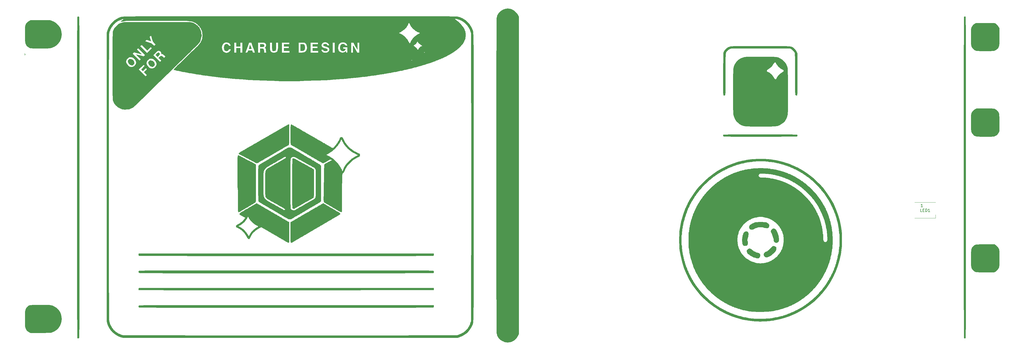
<source format=gbr>
%TF.GenerationSoftware,KiCad,Pcbnew,(6.0.4-0)*%
%TF.CreationDate,2022-05-31T11:41:51+03:00*%
%TF.ProjectId,Supernova_Hotswap,53757065-726e-46f7-9661-5f486f747377,rev?*%
%TF.SameCoordinates,Original*%
%TF.FileFunction,Legend,Top*%
%TF.FilePolarity,Positive*%
%FSLAX46Y46*%
G04 Gerber Fmt 4.6, Leading zero omitted, Abs format (unit mm)*
G04 Created by KiCad (PCBNEW (6.0.4-0)) date 2022-05-31 11:41:51*
%MOMM*%
%LPD*%
G01*
G04 APERTURE LIST*
%ADD10C,0.150000*%
%ADD11C,0.120000*%
G04 APERTURE END LIST*
D10*
%TO.C,LED1*%
X348988202Y-100528380D02*
X348512011Y-100528380D01*
X348512011Y-99528380D01*
X349321535Y-100004571D02*
X349654869Y-100004571D01*
X349797726Y-100528380D02*
X349321535Y-100528380D01*
X349321535Y-99528380D01*
X349797726Y-99528380D01*
X350226297Y-100528380D02*
X350226297Y-99528380D01*
X350464392Y-99528380D01*
X350607250Y-99576000D01*
X350702488Y-99671238D01*
X350750107Y-99766476D01*
X350797726Y-99956952D01*
X350797726Y-100099809D01*
X350750107Y-100290285D01*
X350702488Y-100385523D01*
X350607250Y-100480761D01*
X350464392Y-100528380D01*
X350226297Y-100528380D01*
X351750107Y-100528380D02*
X351178678Y-100528380D01*
X351464392Y-100528380D02*
X351464392Y-99528380D01*
X351369154Y-99671238D01*
X351273916Y-99766476D01*
X351178678Y-99814095D01*
X349233964Y-98864880D02*
X348662535Y-98864880D01*
X348948250Y-98864880D02*
X348948250Y-97864880D01*
X348853011Y-98007738D01*
X348757773Y-98102976D01*
X348662535Y-98150595D01*
%TO.C,G\u002A\u002A\u002A*%
G36*
X134907399Y-80557398D02*
G01*
X134809103Y-80495817D01*
X134487483Y-80288490D01*
X134254857Y-80144880D01*
X134059581Y-80034394D01*
X133850012Y-79926439D01*
X133836833Y-79919861D01*
X133594422Y-79780905D01*
X133393811Y-79636633D01*
X133376368Y-79621187D01*
X133214763Y-79506515D01*
X133107249Y-79470250D01*
X132961884Y-79415320D01*
X132890381Y-79358585D01*
X132746750Y-79257208D01*
X132517687Y-79134164D01*
X132418667Y-79088291D01*
X132205626Y-78982810D01*
X132076554Y-78896599D01*
X132058833Y-78870482D01*
X131987820Y-78805915D01*
X131809242Y-78713526D01*
X131720167Y-78675795D01*
X131513010Y-78577378D01*
X131393283Y-78490433D01*
X131381500Y-78466438D01*
X131309520Y-78395881D01*
X131126415Y-78299340D01*
X131000500Y-78247083D01*
X130778340Y-78148649D01*
X130641035Y-78061639D01*
X130619500Y-78029619D01*
X130549529Y-77950147D01*
X130442908Y-77901613D01*
X130261627Y-77820439D01*
X129998258Y-77676603D01*
X129709700Y-77504171D01*
X129452855Y-77337204D01*
X129284623Y-77209767D01*
X129279952Y-77205417D01*
X129144708Y-77114226D01*
X129089452Y-77099583D01*
X129070196Y-77016975D01*
X129053144Y-76777359D01*
X129038577Y-76393052D01*
X129026779Y-75876369D01*
X129018034Y-75239626D01*
X129012625Y-74495139D01*
X129010833Y-73680950D01*
X129011045Y-72796802D01*
X129012914Y-72067609D01*
X129018287Y-71478991D01*
X129029011Y-71016572D01*
X129046934Y-70665971D01*
X129073904Y-70412812D01*
X129111769Y-70242714D01*
X129162376Y-70141300D01*
X129227572Y-70094191D01*
X129309207Y-70087008D01*
X129409126Y-70105374D01*
X129468401Y-70120116D01*
X129630526Y-70181298D01*
X129688167Y-70238003D01*
X129759356Y-70303761D01*
X129940661Y-70401162D01*
X130069167Y-70457849D01*
X130290239Y-70560523D01*
X130427715Y-70646526D01*
X130450167Y-70676569D01*
X130520401Y-70746241D01*
X130640667Y-70797810D01*
X130823005Y-70880694D01*
X131067108Y-71022484D01*
X131185088Y-71099849D01*
X131404628Y-71239557D01*
X131572210Y-71327156D01*
X131623540Y-71342250D01*
X131750872Y-71395601D01*
X131819952Y-71451295D01*
X131967955Y-71560126D01*
X132187444Y-71686913D01*
X132228167Y-71707636D01*
X132442844Y-71817571D01*
X132639920Y-71928545D01*
X132870698Y-72071061D01*
X133186486Y-72275621D01*
X133215691Y-72294750D01*
X133437122Y-72429552D01*
X133605440Y-72513609D01*
X133655540Y-72527583D01*
X133782872Y-72580934D01*
X133851952Y-72636629D01*
X133996621Y-72739530D01*
X134222501Y-72864449D01*
X134302500Y-72903145D01*
X134518253Y-73010196D01*
X134660387Y-73093213D01*
X134683500Y-73112410D01*
X134779378Y-73178791D01*
X134971063Y-73285077D01*
X135064500Y-73332727D01*
X135279062Y-73445929D01*
X135421292Y-73532908D01*
X135445500Y-73553376D01*
X135540098Y-73622037D01*
X135729374Y-73734458D01*
X135826500Y-73787984D01*
X136102045Y-73940901D01*
X136425613Y-74126575D01*
X136588500Y-74222381D01*
X136862797Y-74382000D01*
X137110627Y-74520217D01*
X137223500Y-74579453D01*
X137422338Y-74695422D01*
X137541888Y-74786270D01*
X137690867Y-74882547D01*
X137914168Y-74983647D01*
X137944055Y-74994766D01*
X138136069Y-75079584D01*
X138235622Y-75153608D01*
X138239500Y-75165296D01*
X138308632Y-75236827D01*
X138484177Y-75346329D01*
X138599333Y-75406502D01*
X139073200Y-75647553D01*
X139424224Y-75841910D01*
X139637099Y-75981011D01*
X139659569Y-75999524D01*
X139807356Y-76094192D01*
X140028242Y-76202534D01*
X140061735Y-76216834D01*
X140252189Y-76313619D01*
X140351892Y-76397870D01*
X140356167Y-76411883D01*
X140428125Y-76481364D01*
X140611180Y-76577231D01*
X140737167Y-76629416D01*
X140959312Y-76727680D01*
X141096619Y-76814273D01*
X141118167Y-76846020D01*
X141190212Y-76916136D01*
X141368130Y-76998738D01*
X141414500Y-77014917D01*
X141607639Y-77095944D01*
X141707184Y-77171484D01*
X141710833Y-77183813D01*
X141782780Y-77252744D01*
X141965810Y-77348267D01*
X142091833Y-77400417D01*
X142314024Y-77499224D01*
X142451324Y-77587151D01*
X142472833Y-77619771D01*
X142544050Y-77693439D01*
X142723080Y-77791180D01*
X142811500Y-77829128D01*
X143018625Y-77927155D01*
X143138362Y-78013154D01*
X143150167Y-78036711D01*
X143223256Y-78103129D01*
X143406520Y-78183372D01*
X143490132Y-78210642D01*
X143830098Y-78312498D01*
X144188632Y-77926019D01*
X144412315Y-77681178D01*
X144614073Y-77454083D01*
X144716500Y-77334256D01*
X144807560Y-77222287D01*
X144897613Y-77106054D01*
X145011937Y-76951415D01*
X145175810Y-76724231D01*
X145391742Y-76422250D01*
X145551836Y-76173627D01*
X145679245Y-75934888D01*
X145697353Y-75893083D01*
X145784403Y-75727379D01*
X145858636Y-75660250D01*
X145915975Y-75585855D01*
X145998352Y-75392055D01*
X146076800Y-75156399D01*
X146181857Y-74854132D01*
X146290082Y-74673685D01*
X146431036Y-74569615D01*
X146469766Y-74552293D01*
X146806199Y-74487689D01*
X147093627Y-74580963D01*
X147310945Y-74822975D01*
X147366323Y-74940583D01*
X147463155Y-75155306D01*
X147547057Y-75289667D01*
X147568514Y-75307472D01*
X147632565Y-75404867D01*
X147637500Y-75448777D01*
X147677146Y-75593264D01*
X147775617Y-75816956D01*
X147902209Y-76055328D01*
X147997623Y-76205607D01*
X148075270Y-76318949D01*
X148215140Y-76526535D01*
X148371924Y-76760917D01*
X148556946Y-77020384D01*
X148729018Y-77231542D01*
X148837301Y-77337217D01*
X148962976Y-77466647D01*
X148996069Y-77548884D01*
X149057720Y-77659743D01*
X149210125Y-77828095D01*
X149313569Y-77923956D01*
X149579273Y-78155734D01*
X149854514Y-78395234D01*
X149921677Y-78453557D01*
X150133628Y-78620077D01*
X150317140Y-78735590D01*
X150366177Y-78756723D01*
X150492427Y-78833887D01*
X150516167Y-78884658D01*
X150585366Y-78969106D01*
X150757139Y-79078486D01*
X150812500Y-79106301D01*
X151001841Y-79210228D01*
X151103381Y-79292521D01*
X151108833Y-79306326D01*
X151179172Y-79373261D01*
X151351720Y-79460745D01*
X151384000Y-79473922D01*
X151611130Y-79578605D01*
X151781715Y-79681915D01*
X151786167Y-79685448D01*
X151947775Y-79780415D01*
X152183173Y-79882800D01*
X152230667Y-79900180D01*
X152431092Y-79984147D01*
X152541004Y-80055877D01*
X152548167Y-80070747D01*
X152620178Y-80131046D01*
X152780526Y-80187545D01*
X153045775Y-80288693D01*
X153181520Y-80451358D01*
X153222628Y-80721599D01*
X153222807Y-80771783D01*
X153188863Y-81078487D01*
X153070557Y-81284160D01*
X152834597Y-81430665D01*
X152642799Y-81501127D01*
X152397448Y-81593904D01*
X152216417Y-81685914D01*
X152177133Y-81715830D01*
X152045327Y-81805923D01*
X151824421Y-81922013D01*
X151722667Y-81968875D01*
X151509559Y-82075076D01*
X151380502Y-82163027D01*
X151362833Y-82190172D01*
X151294017Y-82265103D01*
X151214667Y-82300367D01*
X151048863Y-82386941D01*
X150850712Y-82531321D01*
X150841714Y-82538906D01*
X150616592Y-82726152D01*
X150370383Y-82925503D01*
X150350160Y-82941583D01*
X150058077Y-83195228D01*
X149737380Y-83509547D01*
X149410956Y-83857661D01*
X149101692Y-84212691D01*
X148832475Y-84547756D01*
X148626192Y-84835978D01*
X148505730Y-85050477D01*
X148484167Y-85133093D01*
X148431067Y-85223128D01*
X148408003Y-85227583D01*
X148339256Y-85300376D01*
X148244382Y-85487338D01*
X148179611Y-85650917D01*
X148084869Y-85887234D01*
X148004530Y-86040896D01*
X147970444Y-86074250D01*
X147916529Y-86148006D01*
X147843511Y-86335550D01*
X147804642Y-86463077D01*
X147670970Y-86782207D01*
X147497305Y-86942334D01*
X147347990Y-87034745D01*
X147298833Y-87103840D01*
X147231066Y-87168871D01*
X147185421Y-87174917D01*
X147143810Y-87257621D01*
X147106474Y-87505992D01*
X147073406Y-87920419D01*
X147044595Y-88501290D01*
X147020030Y-89248991D01*
X146999703Y-90163913D01*
X146983603Y-91246441D01*
X146971720Y-92496966D01*
X146964045Y-93915874D01*
X146960567Y-95503554D01*
X146960340Y-96036825D01*
X146959345Y-96889109D01*
X146956554Y-97692344D01*
X146952151Y-98430194D01*
X146946320Y-99086325D01*
X146939248Y-99644403D01*
X146931120Y-100088093D01*
X146922120Y-100401062D01*
X146912433Y-100566974D01*
X146908775Y-100587658D01*
X146788023Y-100699248D01*
X146575261Y-100693357D01*
X146297513Y-100572941D01*
X146198167Y-100509917D01*
X145989004Y-100382333D01*
X145827132Y-100309330D01*
X145796000Y-100303131D01*
X145697412Y-100252821D01*
X145690167Y-100226442D01*
X145619673Y-100152807D01*
X145441047Y-100048325D01*
X145330333Y-99996026D01*
X145099171Y-99878112D01*
X144936243Y-99765887D01*
X144902793Y-99729168D01*
X144768201Y-99630355D01*
X144712293Y-99620917D01*
X144561437Y-99565046D01*
X144437702Y-99469118D01*
X144253836Y-99333689D01*
X144012087Y-99209670D01*
X143993202Y-99202048D01*
X143776073Y-99101113D01*
X143627284Y-99004704D01*
X143615833Y-98993405D01*
X143491545Y-98902645D01*
X143276764Y-98782596D01*
X143172305Y-98731309D01*
X142960207Y-98619340D01*
X142830890Y-98527478D01*
X142812471Y-98499083D01*
X142745365Y-98438374D01*
X142717945Y-98435583D01*
X142598777Y-98391228D01*
X142396929Y-98277859D01*
X142260225Y-98189811D01*
X142013627Y-98035426D01*
X141796853Y-97919741D01*
X141718780Y-97887772D01*
X141578056Y-97819497D01*
X141541500Y-97771520D01*
X141471033Y-97705639D01*
X141291504Y-97604690D01*
X141163087Y-97544392D01*
X140959502Y-97446506D01*
X140803648Y-97340514D01*
X140689977Y-97204071D01*
X140612938Y-97014832D01*
X140566983Y-96750455D01*
X140546561Y-96388594D01*
X140546123Y-95906905D01*
X140560120Y-95283045D01*
X140564325Y-95133583D01*
X140575143Y-94707190D01*
X140587538Y-94135207D01*
X140601100Y-93441365D01*
X140615418Y-92649396D01*
X140630081Y-91783031D01*
X140644679Y-90866001D01*
X140658799Y-89922038D01*
X140672033Y-88974873D01*
X140675578Y-88708110D01*
X140689024Y-87698117D01*
X140701095Y-86844058D01*
X140712426Y-86132547D01*
X140723653Y-85550198D01*
X140735414Y-85083622D01*
X140748344Y-84719434D01*
X140763079Y-84444246D01*
X140780255Y-84244672D01*
X140800510Y-84107325D01*
X140824478Y-84018818D01*
X140852796Y-83965764D01*
X140886101Y-83934777D01*
X140902924Y-83924443D01*
X141090267Y-83801256D01*
X141178980Y-83729909D01*
X141330610Y-83634167D01*
X141555382Y-83533299D01*
X141584722Y-83522400D01*
X141776660Y-83438720D01*
X141876255Y-83367420D01*
X141880167Y-83356411D01*
X141952780Y-83297273D01*
X142139324Y-83208720D01*
X142303500Y-83145028D01*
X142539809Y-83050375D01*
X142693472Y-82970257D01*
X142726833Y-82936360D01*
X142798671Y-82876344D01*
X142981849Y-82785999D01*
X143115771Y-82731385D01*
X143504708Y-82582849D01*
X143273026Y-82430867D01*
X143014270Y-82339020D01*
X142733812Y-82399840D01*
X142472833Y-82566542D01*
X142311280Y-82659890D01*
X142075954Y-82761444D01*
X142028333Y-82778846D01*
X141827922Y-82862600D01*
X141718004Y-82933816D01*
X141710833Y-82948504D01*
X141639376Y-83016128D01*
X141453319Y-83126788D01*
X141195135Y-83260259D01*
X140907298Y-83396318D01*
X140632280Y-83514739D01*
X140412555Y-83595297D01*
X140302927Y-83618917D01*
X140117869Y-83569869D01*
X139817640Y-83420510D01*
X139395874Y-83167515D01*
X139207618Y-83046894D01*
X139021457Y-82937581D01*
X138780653Y-82809559D01*
X138747500Y-82792894D01*
X138546691Y-82684654D01*
X138420878Y-82601669D01*
X138408521Y-82589329D01*
X138308890Y-82513559D01*
X138103200Y-82386477D01*
X137836197Y-82233784D01*
X137552629Y-82081183D01*
X137329333Y-81969476D01*
X137147801Y-81865665D01*
X137056671Y-81779282D01*
X137054167Y-81768665D01*
X136981540Y-81702017D01*
X136798828Y-81616938D01*
X136706503Y-81583947D01*
X136483780Y-81491757D01*
X136340899Y-81397739D01*
X136320558Y-81369449D01*
X136224957Y-81280454D01*
X136026043Y-81168275D01*
X135906222Y-81114611D01*
X135686794Y-81012471D01*
X135551297Y-80926956D01*
X135530167Y-80897930D01*
X135459932Y-80828258D01*
X135339667Y-80776690D01*
X135178113Y-80705455D01*
X141567001Y-80705455D01*
X141588521Y-80787858D01*
X141771576Y-80822560D01*
X141816667Y-80823620D01*
X141942427Y-80859318D01*
X141964833Y-80898081D01*
X142036958Y-80967420D01*
X142221311Y-81064309D01*
X142364558Y-81123901D01*
X142613596Y-81226342D01*
X142799417Y-81315970D01*
X142851392Y-81348809D01*
X142961235Y-81428358D01*
X143170270Y-81571249D01*
X143435827Y-81748368D01*
X143470304Y-81771091D01*
X143814938Y-82027088D01*
X144217583Y-82371671D01*
X144641975Y-82769096D01*
X145051850Y-83183621D01*
X145410943Y-83579501D01*
X145682991Y-83920995D01*
X145747331Y-84015422D01*
X145904663Y-84239318D01*
X146049325Y-84418048D01*
X146162618Y-84579000D01*
X146198167Y-84684156D01*
X146265361Y-84803718D01*
X146308646Y-84828528D01*
X146402011Y-84929718D01*
X146502520Y-85131903D01*
X146532406Y-85214169D01*
X146624822Y-85435679D01*
X146719892Y-85577219D01*
X146747432Y-85596458D01*
X146828755Y-85695204D01*
X146918993Y-85901090D01*
X146958008Y-86024209D01*
X147032062Y-86251314D01*
X147097878Y-86391321D01*
X147122019Y-86412917D01*
X147175246Y-86339249D01*
X147250043Y-86151243D01*
X147294523Y-86010750D01*
X147433110Y-85634163D01*
X147637985Y-85193625D01*
X147873610Y-84760480D01*
X148070739Y-84452513D01*
X148180641Y-84284436D01*
X148229965Y-84183007D01*
X148230167Y-84180333D01*
X148286528Y-84088025D01*
X148438320Y-83905151D01*
X148659604Y-83658613D01*
X148924442Y-83375315D01*
X149206895Y-83082161D01*
X149481026Y-82806054D01*
X149720897Y-82573897D01*
X149900568Y-82412593D01*
X149994102Y-82349046D01*
X149995889Y-82348917D01*
X150103476Y-82282591D01*
X150177500Y-82179583D01*
X150281913Y-82045575D01*
X150351853Y-82010250D01*
X150454613Y-81966564D01*
X150651206Y-81854386D01*
X150896531Y-81702032D01*
X151145490Y-81537818D01*
X151352985Y-81390061D01*
X151407608Y-81347360D01*
X151533470Y-81277448D01*
X151756186Y-81178858D01*
X151894441Y-81123901D01*
X152122782Y-81023495D01*
X152267478Y-80934492D01*
X152294167Y-80898081D01*
X152364349Y-80833878D01*
X152442333Y-80820554D01*
X152464389Y-80791482D01*
X152352812Y-80722575D01*
X152251833Y-80677873D01*
X152037564Y-80578132D01*
X151903119Y-80492522D01*
X151884944Y-80470569D01*
X151787550Y-80406629D01*
X151742846Y-80401583D01*
X151626755Y-80361318D01*
X151413596Y-80257865D01*
X151150232Y-80117238D01*
X150883530Y-79965451D01*
X150660352Y-79828518D01*
X150527564Y-79732455D01*
X150516167Y-79720665D01*
X150408718Y-79643933D01*
X150346833Y-79612780D01*
X150011537Y-79419343D01*
X149771821Y-79195083D01*
X149645065Y-79075660D01*
X149570733Y-79046917D01*
X149479943Y-78988899D01*
X149301003Y-78831394D01*
X149060748Y-78599225D01*
X148815667Y-78348417D01*
X148438206Y-77948912D01*
X148160334Y-77644283D01*
X147961884Y-77409690D01*
X147822689Y-77220291D01*
X147722581Y-77051246D01*
X147664303Y-76930250D01*
X147580512Y-76793477D01*
X147547546Y-76760917D01*
X147466236Y-76655761D01*
X147340198Y-76443749D01*
X147193961Y-76172547D01*
X147052051Y-75889822D01*
X146938997Y-75643240D01*
X146879325Y-75480470D01*
X146875500Y-75454866D01*
X146843522Y-75349743D01*
X146762319Y-75375875D01*
X146653985Y-75510937D01*
X146540616Y-75732602D01*
X146501621Y-75832646D01*
X146403695Y-76068293D01*
X146315010Y-76220790D01*
X146274330Y-76252917D01*
X146204441Y-76320476D01*
X146198167Y-76364834D01*
X146150087Y-76493975D01*
X146027928Y-76695700D01*
X145946522Y-76809334D01*
X145799503Y-77017327D01*
X145707660Y-77173537D01*
X145692522Y-77217673D01*
X145637772Y-77328724D01*
X145521442Y-77471673D01*
X145397331Y-77602922D01*
X145187217Y-77825258D01*
X144921359Y-78106659D01*
X144653609Y-78390119D01*
X144373915Y-78677702D01*
X144129442Y-78913264D01*
X143946541Y-79072462D01*
X143851645Y-79130953D01*
X143734281Y-79198152D01*
X143658167Y-79300917D01*
X143538806Y-79435674D01*
X143448322Y-79470250D01*
X143307428Y-79533071D01*
X143218467Y-79624554D01*
X143065130Y-79764858D01*
X142844948Y-79893746D01*
X142832667Y-79899222D01*
X142650608Y-79991054D01*
X142559810Y-80060749D01*
X142557500Y-80068028D01*
X142487998Y-80127517D01*
X142304574Y-80239755D01*
X142044853Y-80381943D01*
X142006626Y-80401863D01*
X141706532Y-80576430D01*
X141567001Y-80705455D01*
X135178113Y-80705455D01*
X135152964Y-80694366D01*
X134907399Y-80557398D01*
G37*
G36*
X55242576Y-32445998D02*
G01*
X55388366Y-32583755D01*
X55397109Y-32607103D01*
X55405462Y-32654109D01*
X55413432Y-32728516D01*
X55421030Y-32834068D01*
X55428262Y-32974510D01*
X55435139Y-33153584D01*
X55441669Y-33375034D01*
X55447861Y-33642604D01*
X55453724Y-33960037D01*
X55459266Y-34331077D01*
X55464496Y-34759468D01*
X55469424Y-35248953D01*
X55474057Y-35803277D01*
X55478406Y-36426181D01*
X55482477Y-37121412D01*
X55486281Y-37892710D01*
X55489827Y-38743822D01*
X55493122Y-39678489D01*
X55496175Y-40700456D01*
X55498997Y-41813467D01*
X55501595Y-43021264D01*
X55503977Y-44327593D01*
X55506154Y-45736195D01*
X55508134Y-47250815D01*
X55509925Y-48875197D01*
X55511536Y-50613084D01*
X55512977Y-52468220D01*
X55514256Y-54444348D01*
X55515381Y-56545212D01*
X55516362Y-58774556D01*
X55517208Y-61136123D01*
X55517926Y-63633657D01*
X55518527Y-66270902D01*
X55519018Y-69051601D01*
X55519409Y-71979498D01*
X55519709Y-75058336D01*
X55519925Y-78291859D01*
X55520068Y-81683811D01*
X55520145Y-85237936D01*
X55520167Y-88627041D01*
X55520142Y-92330028D01*
X55520063Y-95867429D01*
X55519919Y-99242992D01*
X55519703Y-102460463D01*
X55519405Y-105523591D01*
X55519017Y-108436122D01*
X55518529Y-111201804D01*
X55517933Y-113824385D01*
X55517219Y-116307612D01*
X55516380Y-118655232D01*
X55515405Y-120870993D01*
X55514286Y-122958641D01*
X55513014Y-124921926D01*
X55511581Y-126764593D01*
X55509976Y-128490390D01*
X55508192Y-130103065D01*
X55506220Y-131606365D01*
X55504050Y-133004038D01*
X55501674Y-134299830D01*
X55499082Y-135497490D01*
X55496267Y-136600764D01*
X55493218Y-137613401D01*
X55489927Y-138539147D01*
X55486386Y-139381750D01*
X55482584Y-140144957D01*
X55478514Y-140832515D01*
X55474167Y-141448173D01*
X55469533Y-141995677D01*
X55464603Y-142478776D01*
X55459369Y-142901215D01*
X55453822Y-143266743D01*
X55447953Y-143579107D01*
X55441753Y-143842055D01*
X55435213Y-144059333D01*
X55428324Y-144234690D01*
X55421077Y-144371873D01*
X55413464Y-144474628D01*
X55405475Y-144546704D01*
X55397102Y-144591848D01*
X55388335Y-144613807D01*
X55387119Y-144615202D01*
X55179393Y-144727964D01*
X54941670Y-144732845D01*
X54775100Y-144646650D01*
X54768099Y-144604692D01*
X54761400Y-144491094D01*
X54754998Y-144302809D01*
X54748887Y-144036788D01*
X54743062Y-143689984D01*
X54737517Y-143259347D01*
X54732246Y-142741831D01*
X54727245Y-142134387D01*
X54722507Y-141433968D01*
X54718027Y-140637524D01*
X54713800Y-139742009D01*
X54709819Y-138744374D01*
X54706081Y-137641571D01*
X54702578Y-136430553D01*
X54699305Y-135108270D01*
X54696257Y-133671676D01*
X54693429Y-132117722D01*
X54690815Y-130443360D01*
X54688409Y-128645542D01*
X54686205Y-126721220D01*
X54684199Y-124667347D01*
X54682385Y-122480873D01*
X54680757Y-120158751D01*
X54679309Y-117697934D01*
X54678037Y-115095373D01*
X54676934Y-112348019D01*
X54675995Y-109452826D01*
X54675215Y-106406745D01*
X54674588Y-103206727D01*
X54674109Y-99849726D01*
X54673771Y-96332693D01*
X54673570Y-92652579D01*
X54673500Y-88806338D01*
X54673500Y-88603364D01*
X54673524Y-84897446D01*
X54673604Y-81357117D01*
X54673747Y-77978633D01*
X54673962Y-74758248D01*
X54674260Y-71692218D01*
X54674647Y-68776800D01*
X54675134Y-66008248D01*
X54675729Y-63382817D01*
X54676442Y-60896765D01*
X54677280Y-58546345D01*
X54678253Y-56327813D01*
X54679369Y-54237426D01*
X54680638Y-52271438D01*
X54682069Y-50426105D01*
X54683670Y-48697682D01*
X54685450Y-47082425D01*
X54687419Y-45576590D01*
X54689584Y-44176432D01*
X54691956Y-42878207D01*
X54694542Y-41678169D01*
X54697352Y-40572575D01*
X54700394Y-39557681D01*
X54703678Y-38629740D01*
X54707212Y-37785010D01*
X54711005Y-37019746D01*
X54715067Y-36330202D01*
X54719405Y-35712635D01*
X54724029Y-35163301D01*
X54728949Y-34678454D01*
X54734171Y-34254350D01*
X54739706Y-33887244D01*
X54745563Y-33573393D01*
X54751750Y-33309052D01*
X54758276Y-33090476D01*
X54765150Y-32913921D01*
X54772381Y-32775641D01*
X54779978Y-32671894D01*
X54787949Y-32598934D01*
X54796304Y-32553016D01*
X54805052Y-32530397D01*
X54806547Y-32528631D01*
X55023646Y-32406942D01*
X55242576Y-32445998D01*
G37*
G36*
X130198475Y-81962808D02*
G01*
X130462379Y-82059109D01*
X130764410Y-82191196D01*
X131054667Y-82335812D01*
X131283247Y-82469699D01*
X131398525Y-82566831D01*
X131510896Y-82648404D01*
X131720061Y-82742347D01*
X131800691Y-82770883D01*
X132010831Y-82852545D01*
X132131878Y-82923423D01*
X132143500Y-82942276D01*
X132213797Y-83007765D01*
X132391979Y-83107241D01*
X132503333Y-83159221D01*
X132727323Y-83266218D01*
X132878170Y-83353515D01*
X132907223Y-83378449D01*
X133011205Y-83455093D01*
X133161223Y-83531661D01*
X133335244Y-83617299D01*
X133603183Y-83758895D01*
X133911984Y-83928307D01*
X133963833Y-83957347D01*
X134294664Y-84138654D01*
X134613544Y-84305752D01*
X134856331Y-84425109D01*
X134874000Y-84433148D01*
X135071856Y-84534418D01*
X135182820Y-84615059D01*
X135191500Y-84631957D01*
X135262146Y-84695880D01*
X135437051Y-84783495D01*
X135487833Y-84804250D01*
X135679363Y-84893079D01*
X135779793Y-84966350D01*
X135784167Y-84977883D01*
X135855946Y-85038706D01*
X136038595Y-85129139D01*
X136165167Y-85180750D01*
X136387312Y-85279014D01*
X136524619Y-85365607D01*
X136546167Y-85397353D01*
X136618093Y-85468012D01*
X136795041Y-85549946D01*
X136833572Y-85563303D01*
X137070138Y-85693762D01*
X137171082Y-85845036D01*
X137180433Y-85962812D01*
X137189191Y-86233888D01*
X137197193Y-86642232D01*
X137204278Y-87171811D01*
X137210284Y-87806593D01*
X137215048Y-88530544D01*
X137218409Y-89327634D01*
X137220205Y-90181827D01*
X137220461Y-90730917D01*
X137220557Y-91768700D01*
X137220215Y-92650432D01*
X137217972Y-93389395D01*
X137212367Y-93998869D01*
X137201937Y-94492133D01*
X137185218Y-94882467D01*
X137160749Y-95183152D01*
X137127066Y-95407468D01*
X137082707Y-95568695D01*
X137026210Y-95680114D01*
X136956111Y-95755003D01*
X136870949Y-95806645D01*
X136769260Y-95848318D01*
X136652000Y-95892349D01*
X136468544Y-95982033D01*
X136378663Y-96060083D01*
X136376833Y-96068622D01*
X136304820Y-96136539D01*
X136126911Y-96218072D01*
X136079726Y-96234505D01*
X135852267Y-96327691D01*
X135689236Y-96425792D01*
X135677559Y-96436401D01*
X135508940Y-96559780D01*
X135191707Y-96742486D01*
X134722341Y-96986500D01*
X134535333Y-97079891D01*
X134323902Y-97197548D01*
X134194510Y-97294417D01*
X134175500Y-97325327D01*
X134102957Y-97390459D01*
X133920727Y-97474304D01*
X133832691Y-97505617D01*
X133605738Y-97597301D01*
X133453382Y-97689552D01*
X133430525Y-97714640D01*
X133317422Y-97807072D01*
X133115702Y-97910766D01*
X133074833Y-97927583D01*
X132862962Y-98031124D01*
X132725414Y-98134272D01*
X132714347Y-98149094D01*
X132595951Y-98243654D01*
X132389415Y-98339047D01*
X132354513Y-98351132D01*
X132161626Y-98432112D01*
X132062400Y-98507625D01*
X132058833Y-98519813D01*
X131986886Y-98588744D01*
X131803857Y-98684267D01*
X131677833Y-98736417D01*
X131455870Y-98832552D01*
X131318533Y-98913925D01*
X131296833Y-98942227D01*
X131226502Y-99008936D01*
X131048242Y-99109140D01*
X130937000Y-99161140D01*
X130705837Y-99279054D01*
X130542910Y-99391279D01*
X130509459Y-99427999D01*
X130367734Y-99516365D01*
X130142601Y-99540967D01*
X129905465Y-99506649D01*
X129727732Y-99418256D01*
X129691145Y-99372483D01*
X129675371Y-99259844D01*
X129661076Y-98992871D01*
X129648249Y-98585384D01*
X129636878Y-98051207D01*
X129626954Y-97404162D01*
X129618464Y-96658070D01*
X129611398Y-95826753D01*
X129605745Y-94924033D01*
X129601492Y-93963734D01*
X129598631Y-92959676D01*
X129597148Y-91925681D01*
X129597033Y-90875573D01*
X129598275Y-89823172D01*
X129600863Y-88782301D01*
X129604785Y-87766782D01*
X129610031Y-86790438D01*
X129616589Y-85867089D01*
X129624449Y-85010559D01*
X129633599Y-84234669D01*
X129644028Y-83553241D01*
X129655724Y-82980098D01*
X129668678Y-82529061D01*
X129682877Y-82213953D01*
X129698311Y-82048595D01*
X129705100Y-82027183D01*
X129864031Y-81948336D01*
X130022600Y-81925550D01*
X130198475Y-81962808D01*
G37*
G36*
X289197677Y-113404043D02*
G01*
X289200167Y-113421583D01*
X289269006Y-113496072D01*
X289331015Y-113506250D01*
X289476936Y-113562476D01*
X289654464Y-113699099D01*
X289667389Y-113711776D01*
X289895809Y-113907549D01*
X290129207Y-114068697D01*
X290299828Y-114183509D01*
X290383713Y-114267467D01*
X290385500Y-114275002D01*
X290457520Y-114333465D01*
X290641747Y-114422938D01*
X290787667Y-114481816D01*
X291028376Y-114582949D01*
X291196742Y-114672598D01*
X291238907Y-114707807D01*
X291344305Y-114761964D01*
X291561053Y-114820274D01*
X291728446Y-114851521D01*
X292160090Y-114981355D01*
X292460801Y-115211059D01*
X292624573Y-115535739D01*
X292636845Y-115591738D01*
X292655312Y-115928973D01*
X292596915Y-116246017D01*
X292476577Y-116490319D01*
X292351785Y-116595493D01*
X292207257Y-116682956D01*
X292163500Y-116743660D01*
X292088458Y-116781713D01*
X291899903Y-116802468D01*
X291652690Y-116806669D01*
X291401676Y-116795063D01*
X291201716Y-116768394D01*
X291108719Y-116729332D01*
X291005080Y-116669079D01*
X290788382Y-116595885D01*
X290586157Y-116544385D01*
X290309325Y-116470763D01*
X290095992Y-116392952D01*
X290016100Y-116346636D01*
X289883361Y-116258029D01*
X289661969Y-116142469D01*
X289560000Y-116095392D01*
X289346744Y-115986265D01*
X289217718Y-115892107D01*
X289200167Y-115861401D01*
X289131704Y-115773802D01*
X289052000Y-115733036D01*
X288909192Y-115651859D01*
X288691767Y-115497076D01*
X288503139Y-115348042D01*
X288186027Y-115009701D01*
X287997858Y-114643193D01*
X287940256Y-114276721D01*
X288014844Y-113938489D01*
X288223248Y-113656700D01*
X288398686Y-113534242D01*
X288661020Y-113418987D01*
X288911334Y-113354694D01*
X289105073Y-113347624D01*
X289197677Y-113404043D01*
G37*
G36*
X114980665Y-42308548D02*
G01*
X115057936Y-42473102D01*
X115156824Y-42716722D01*
X115262081Y-42998382D01*
X115358457Y-43277059D01*
X115430705Y-43511727D01*
X115463574Y-43661362D01*
X115464167Y-43673587D01*
X115387265Y-43709180D01*
X115187471Y-43733584D01*
X114958824Y-43740917D01*
X114660834Y-43729691D01*
X114511072Y-43693055D01*
X114486531Y-43635083D01*
X114668217Y-43058448D01*
X114803743Y-42640100D01*
X114894511Y-42375808D01*
X114940259Y-42264083D01*
X114980665Y-42308548D01*
G37*
G36*
X73592159Y-47270673D02*
G01*
X73925306Y-47429739D01*
X74220723Y-47666685D01*
X74453411Y-47961614D01*
X74598370Y-48294630D01*
X74630602Y-48645835D01*
X74531161Y-48983814D01*
X74341755Y-49210947D01*
X74064094Y-49396447D01*
X73773663Y-49493315D01*
X73705053Y-49498183D01*
X73568386Y-49462641D01*
X73348278Y-49372863D01*
X73237952Y-49320638D01*
X72858577Y-49065627D01*
X72580595Y-48743418D01*
X72414247Y-48384672D01*
X72369777Y-48020048D01*
X72457425Y-47680206D01*
X72616320Y-47459737D01*
X72912667Y-47265775D01*
X73246279Y-47209387D01*
X73592159Y-47270673D01*
G37*
G36*
X131472250Y-121041706D02*
G01*
X135277752Y-121042076D01*
X138915983Y-121042695D01*
X142387976Y-121043564D01*
X145694760Y-121044686D01*
X148837369Y-121046062D01*
X151816833Y-121047694D01*
X154634184Y-121049583D01*
X157290453Y-121051732D01*
X159786671Y-121054142D01*
X162123870Y-121056815D01*
X164303082Y-121059752D01*
X166325337Y-121062956D01*
X168191668Y-121066428D01*
X169903105Y-121070170D01*
X171460680Y-121074184D01*
X172865424Y-121078472D01*
X174118369Y-121083034D01*
X175220547Y-121087874D01*
X176172988Y-121092992D01*
X176976724Y-121098391D01*
X177632786Y-121104073D01*
X178142206Y-121110038D01*
X178506016Y-121116289D01*
X178725246Y-121122828D01*
X178800399Y-121129229D01*
X178923699Y-121279422D01*
X178972468Y-121511086D01*
X178946705Y-121753643D01*
X178846411Y-121936515D01*
X178800399Y-121969938D01*
X178716052Y-121976740D01*
X178488308Y-121983239D01*
X178116127Y-121989437D01*
X177598471Y-121995334D01*
X176934299Y-122000933D01*
X176122571Y-122006235D01*
X175162249Y-122011242D01*
X174052292Y-122015955D01*
X172791661Y-122020377D01*
X171379316Y-122024509D01*
X169814217Y-122028352D01*
X168095325Y-122031908D01*
X166221601Y-122035180D01*
X164192004Y-122038168D01*
X162005495Y-122040874D01*
X159661035Y-122043300D01*
X157157583Y-122045448D01*
X154494100Y-122047320D01*
X151669546Y-122048916D01*
X148682882Y-122050239D01*
X145533069Y-122051290D01*
X142219066Y-122052071D01*
X138739833Y-122052584D01*
X135094332Y-122052830D01*
X131281523Y-122052812D01*
X127513566Y-122052551D01*
X123989868Y-122052190D01*
X120631526Y-122051809D01*
X117434563Y-122051397D01*
X114395002Y-122050940D01*
X111508867Y-122050428D01*
X108772180Y-122049848D01*
X106180964Y-122049188D01*
X103731242Y-122048435D01*
X101419037Y-122047579D01*
X99240371Y-122046607D01*
X97191269Y-122045506D01*
X95267753Y-122044265D01*
X93465845Y-122042872D01*
X91781570Y-122041315D01*
X90210949Y-122039581D01*
X88750006Y-122037659D01*
X87394763Y-122035536D01*
X86141244Y-122033201D01*
X84985472Y-122030642D01*
X83923469Y-122027846D01*
X82951259Y-122024801D01*
X82064864Y-122021496D01*
X81260308Y-122017918D01*
X80533613Y-122014055D01*
X79880803Y-122009896D01*
X79297900Y-122005427D01*
X78780927Y-122000638D01*
X78325907Y-121995516D01*
X77928863Y-121990049D01*
X77585819Y-121984225D01*
X77292797Y-121978032D01*
X77045820Y-121971457D01*
X76840911Y-121964490D01*
X76674092Y-121957117D01*
X76541388Y-121949328D01*
X76438821Y-121941109D01*
X76362413Y-121932448D01*
X76308189Y-121923335D01*
X76272170Y-121913756D01*
X76250380Y-121903699D01*
X76242333Y-121897282D01*
X76118051Y-121668954D01*
X76110628Y-121404447D01*
X76221668Y-121180300D01*
X76227214Y-121174631D01*
X76246766Y-121165421D01*
X76289175Y-121156643D01*
X76358361Y-121148284D01*
X76458239Y-121140336D01*
X76592726Y-121132788D01*
X76765741Y-121125630D01*
X76981199Y-121118851D01*
X77243018Y-121112442D01*
X77555115Y-121106392D01*
X77921407Y-121100692D01*
X78345811Y-121095330D01*
X78832244Y-121090298D01*
X79384624Y-121085584D01*
X80006866Y-121081178D01*
X80702890Y-121077071D01*
X81476611Y-121073253D01*
X82331946Y-121069712D01*
X83272813Y-121066439D01*
X84303129Y-121063424D01*
X85426811Y-121060657D01*
X86647776Y-121058127D01*
X87969940Y-121055824D01*
X89397222Y-121053738D01*
X90933538Y-121051859D01*
X92582805Y-121050177D01*
X94348940Y-121048681D01*
X96235861Y-121047362D01*
X98247484Y-121046209D01*
X100387727Y-121045213D01*
X102660506Y-121044362D01*
X105069740Y-121043646D01*
X107619343Y-121043057D01*
X110313235Y-121042583D01*
X113155332Y-121042214D01*
X116149551Y-121041940D01*
X119299808Y-121041751D01*
X122610022Y-121041637D01*
X126084110Y-121041587D01*
X127498447Y-121041583D01*
X131472250Y-121041706D01*
G37*
G36*
X119082812Y-42065188D02*
G01*
X119415708Y-42081564D01*
X119620811Y-42109000D01*
X119739637Y-42161443D01*
X119813700Y-42252842D01*
X119849432Y-42322750D01*
X119917476Y-42531738D01*
X119877750Y-42725559D01*
X119849432Y-42788417D01*
X119782272Y-42906448D01*
X119692610Y-42978045D01*
X119538931Y-43017155D01*
X119279719Y-43037726D01*
X119082812Y-43045978D01*
X118427500Y-43070706D01*
X118427500Y-42040460D01*
X119082812Y-42065188D01*
G37*
G36*
X128545167Y-70114583D02*
G01*
X128564199Y-73585917D01*
X128567962Y-74501503D01*
X128568115Y-75259890D01*
X128564375Y-75873181D01*
X128556456Y-76353478D01*
X128544073Y-76712883D01*
X128526941Y-76963499D01*
X128504776Y-77117427D01*
X128479532Y-77184250D01*
X128337289Y-77305339D01*
X128120994Y-77439507D01*
X128079500Y-77461203D01*
X127811800Y-77604981D01*
X127515123Y-77775766D01*
X127444500Y-77818397D01*
X127139214Y-77994623D01*
X126811563Y-78168919D01*
X126746000Y-78201572D01*
X126534317Y-78316446D01*
X126404551Y-78408774D01*
X126385365Y-78437045D01*
X126314350Y-78502503D01*
X126134252Y-78603049D01*
X126004365Y-78663725D01*
X125784560Y-78768529D01*
X125646857Y-78849901D01*
X125623365Y-78875392D01*
X125552555Y-78932041D01*
X125372924Y-79026965D01*
X125242365Y-79087059D01*
X125022586Y-79193465D01*
X124885279Y-79278776D01*
X124862167Y-79307033D01*
X124791947Y-79369261D01*
X124613940Y-79466718D01*
X124502333Y-79518554D01*
X124278873Y-79624602D01*
X124128889Y-79709715D01*
X124100167Y-79733512D01*
X123993845Y-79818840D01*
X123781502Y-79954692D01*
X123507723Y-80114190D01*
X123217094Y-80270456D01*
X123168833Y-80294960D01*
X122950232Y-80415443D01*
X122791431Y-80521395D01*
X122773878Y-80536491D01*
X122631116Y-80630020D01*
X122415300Y-80733962D01*
X122392878Y-80743186D01*
X122185811Y-80847488D01*
X122053779Y-80951241D01*
X122046347Y-80961761D01*
X121927951Y-81056321D01*
X121721415Y-81151714D01*
X121686513Y-81163799D01*
X121493626Y-81244779D01*
X121394400Y-81320291D01*
X121390833Y-81332480D01*
X121318886Y-81401411D01*
X121135857Y-81496933D01*
X121009833Y-81549083D01*
X120787808Y-81645941D01*
X120650481Y-81729085D01*
X120628833Y-81758559D01*
X120557753Y-81826097D01*
X120379027Y-81920235D01*
X120290167Y-81958038D01*
X120083034Y-82056160D01*
X119963299Y-82142390D01*
X119951500Y-82166055D01*
X119881624Y-82242824D01*
X119706902Y-82346948D01*
X119634000Y-82381772D01*
X119229860Y-82578833D01*
X118876036Y-82778662D01*
X118624879Y-82951528D01*
X118612154Y-82962141D01*
X118433523Y-83078006D01*
X118200117Y-83189742D01*
X118194667Y-83191911D01*
X118011277Y-83281406D01*
X117921352Y-83358508D01*
X117919500Y-83366906D01*
X117847159Y-83436845D01*
X117672693Y-83516905D01*
X117459940Y-83583579D01*
X117272734Y-83613359D01*
X117250699Y-83613186D01*
X117072897Y-83574332D01*
X116903500Y-83509696D01*
X116732274Y-83419237D01*
X116649500Y-83358116D01*
X116553707Y-83293689D01*
X116357054Y-83189747D01*
X116226167Y-83126749D01*
X115961086Y-82997903D01*
X115636538Y-82832497D01*
X115291529Y-82651384D01*
X114965066Y-82475419D01*
X114696155Y-82325457D01*
X114523802Y-82222352D01*
X114490500Y-82198791D01*
X114365658Y-82127816D01*
X114146178Y-82027464D01*
X114025081Y-81977424D01*
X113793502Y-81877165D01*
X113635814Y-81794236D01*
X113601747Y-81767395D01*
X113504477Y-81700965D01*
X113307640Y-81600086D01*
X113199333Y-81550554D01*
X112986377Y-81445885D01*
X112857288Y-81361696D01*
X112839500Y-81336783D01*
X112766930Y-81279943D01*
X112580487Y-81192904D01*
X112416167Y-81129472D01*
X112179760Y-81033716D01*
X112026101Y-80950859D01*
X111992833Y-80914632D01*
X111920342Y-80852323D01*
X111738215Y-80770108D01*
X111649856Y-80738827D01*
X111296591Y-80583571D01*
X111069254Y-80403068D01*
X110976575Y-80215994D01*
X111027283Y-80041025D01*
X111230107Y-79896836D01*
X111252000Y-79887660D01*
X111456706Y-79783819D01*
X111585791Y-79680145D01*
X111591320Y-79672072D01*
X111708612Y-79579844D01*
X111917856Y-79483531D01*
X111972320Y-79464625D01*
X112192781Y-79371945D01*
X112337986Y-79272736D01*
X112353320Y-79252958D01*
X112471787Y-79155544D01*
X112678436Y-79058748D01*
X112713153Y-79046701D01*
X112906008Y-78966272D01*
X113005253Y-78892085D01*
X113008833Y-78880210D01*
X113079982Y-78809610D01*
X113258860Y-78713671D01*
X113347500Y-78675795D01*
X113554656Y-78577378D01*
X113674384Y-78490433D01*
X113686167Y-78466438D01*
X113758146Y-78395881D01*
X113941252Y-78299340D01*
X114067167Y-78247083D01*
X114289312Y-78148819D01*
X114426619Y-78062226D01*
X114448167Y-78030480D01*
X114520097Y-77959836D01*
X114697071Y-77877883D01*
X114735808Y-77864452D01*
X114994470Y-77749070D01*
X115213719Y-77604501D01*
X115214430Y-77603886D01*
X115382715Y-77484292D01*
X115503490Y-77438250D01*
X115636079Y-77385938D01*
X115765702Y-77290083D01*
X115946800Y-77156602D01*
X116193409Y-77008564D01*
X116261434Y-76972583D01*
X116662667Y-76765914D01*
X116940449Y-76617503D01*
X117123312Y-76510935D01*
X117239785Y-76429800D01*
X117303236Y-76373276D01*
X117452194Y-76272320D01*
X117528583Y-76252917D01*
X117666531Y-76200153D01*
X117797702Y-76103643D01*
X117977538Y-75976385D01*
X118230598Y-75837156D01*
X118321667Y-75794451D01*
X118534623Y-75690007D01*
X118664141Y-75607596D01*
X118682302Y-75583891D01*
X118753195Y-75523656D01*
X118933017Y-75426441D01*
X119063302Y-75366108D01*
X119283015Y-75260373D01*
X119420331Y-75176693D01*
X119443500Y-75149568D01*
X119513784Y-75089677D01*
X119691936Y-74994263D01*
X119803333Y-74943245D01*
X120026884Y-74838964D01*
X120176864Y-74756393D01*
X120205500Y-74733860D01*
X120304721Y-74657909D01*
X120503585Y-74532106D01*
X120756228Y-74382715D01*
X121016787Y-74236001D01*
X121239399Y-74118229D01*
X121378199Y-74055663D01*
X121396901Y-74051583D01*
X121474121Y-73993079D01*
X121475500Y-73979676D01*
X121546807Y-73908511D01*
X121728381Y-73807692D01*
X121856500Y-73750651D01*
X122077443Y-73649379D01*
X122214938Y-73566803D01*
X122237500Y-73539083D01*
X122307663Y-73475695D01*
X122485544Y-73377103D01*
X122597333Y-73324715D01*
X122856078Y-73193166D01*
X123071427Y-73055987D01*
X123121298Y-73015523D01*
X123283370Y-72901873D01*
X123390417Y-72866250D01*
X123535782Y-72811320D01*
X123607286Y-72754585D01*
X123750916Y-72653208D01*
X123979980Y-72530164D01*
X124079000Y-72484291D01*
X124292216Y-72376911D01*
X124421251Y-72286108D01*
X124438833Y-72257289D01*
X124504444Y-72191575D01*
X124529412Y-72188917D01*
X124645926Y-72144022D01*
X124845895Y-72029030D01*
X124989167Y-71934917D01*
X125212782Y-71791320D01*
X125384809Y-71699236D01*
X125442874Y-71680917D01*
X125570206Y-71627566D01*
X125639286Y-71571871D01*
X125783954Y-71468970D01*
X126009834Y-71344051D01*
X126089833Y-71305355D01*
X126305586Y-71198304D01*
X126447720Y-71115286D01*
X126470833Y-71096090D01*
X126566712Y-71029708D01*
X126758396Y-70923423D01*
X126851833Y-70875773D01*
X127078708Y-70752044D01*
X127243357Y-70642932D01*
X127275167Y-70614487D01*
X127406750Y-70523632D01*
X127619469Y-70421447D01*
X127656167Y-70406766D01*
X127876721Y-70299886D01*
X128029700Y-70188263D01*
X128041910Y-70173988D01*
X128187834Y-70093455D01*
X128338244Y-70085376D01*
X128545167Y-70114583D01*
G37*
G36*
X140524337Y-97629893D02*
G01*
X140672046Y-97728015D01*
X140893812Y-97868864D01*
X141096464Y-97963022D01*
X141098637Y-97963718D01*
X141245233Y-98033120D01*
X141287500Y-98085264D01*
X141358675Y-98150359D01*
X141539947Y-98247341D01*
X141668500Y-98303984D01*
X141889769Y-98408819D01*
X142027215Y-98500099D01*
X142049500Y-98533695D01*
X142120699Y-98606582D01*
X142299691Y-98703865D01*
X142388167Y-98741795D01*
X142595123Y-98837744D01*
X142714914Y-98918720D01*
X142726833Y-98939933D01*
X142796751Y-99009954D01*
X142971564Y-99109134D01*
X143044333Y-99142989D01*
X143312563Y-99274077D01*
X143617091Y-99440836D01*
X143898871Y-99609219D01*
X144098853Y-99745174D01*
X144123833Y-99765474D01*
X144251417Y-99846682D01*
X144460563Y-99956173D01*
X144514336Y-99981951D01*
X144740536Y-100107551D01*
X144907384Y-100233421D01*
X144926870Y-100254354D01*
X145067919Y-100362649D01*
X145144153Y-100382917D01*
X145295907Y-100437528D01*
X145366619Y-100491962D01*
X145511326Y-100595284D01*
X145736772Y-100720791D01*
X145815068Y-100758983D01*
X146124320Y-100925391D01*
X146297762Y-101080861D01*
X146364156Y-101254342D01*
X146367500Y-101315013D01*
X146314857Y-101461901D01*
X146136293Y-101584175D01*
X146028833Y-101630237D01*
X145821505Y-101726954D01*
X145701832Y-101812357D01*
X145690167Y-101835778D01*
X145618968Y-101908614D01*
X145439979Y-102005866D01*
X145351500Y-102043795D01*
X145144543Y-102139744D01*
X145024753Y-102220720D01*
X145012833Y-102241933D01*
X144942915Y-102311954D01*
X144768102Y-102411134D01*
X144695333Y-102444989D01*
X144428279Y-102575609D01*
X144121718Y-102743343D01*
X143836773Y-102913099D01*
X143634570Y-103049789D01*
X143615833Y-103064710D01*
X143484770Y-103149417D01*
X143284818Y-103257745D01*
X143277167Y-103261583D01*
X143065134Y-103382225D01*
X142911490Y-103494223D01*
X142911286Y-103494417D01*
X142760929Y-103586362D01*
X142694417Y-103600250D01*
X142557882Y-103653673D01*
X142423346Y-103754980D01*
X142241585Y-103885890D01*
X141987474Y-104026488D01*
X141899381Y-104067607D01*
X141687001Y-104173093D01*
X141558735Y-104259532D01*
X141541500Y-104285490D01*
X141470323Y-104349581D01*
X141289064Y-104445766D01*
X141160817Y-104502030D01*
X140939694Y-104604953D01*
X140802208Y-104692017D01*
X140779817Y-104722769D01*
X140708528Y-104790447D01*
X140529655Y-104884673D01*
X140440833Y-104922462D01*
X140233764Y-105019791D01*
X140114009Y-105104103D01*
X140102167Y-105126877D01*
X140030158Y-105195586D01*
X139852370Y-105277390D01*
X139806486Y-105293368D01*
X139593168Y-105383787D01*
X139456214Y-105478093D01*
X139446653Y-105490434D01*
X139333480Y-105591412D01*
X139135112Y-105714813D01*
X139086167Y-105740586D01*
X138646649Y-105971538D01*
X138296951Y-106170493D01*
X138063186Y-106322237D01*
X138000619Y-106373083D01*
X137850262Y-106465029D01*
X137783750Y-106478917D01*
X137647216Y-106532339D01*
X137512679Y-106633647D01*
X137330919Y-106764557D01*
X137076807Y-106905155D01*
X136988714Y-106946274D01*
X136776334Y-107051759D01*
X136648069Y-107138199D01*
X136630833Y-107164157D01*
X136559657Y-107228248D01*
X136378397Y-107324432D01*
X136250151Y-107380696D01*
X136029060Y-107483261D01*
X135891569Y-107569451D01*
X135869151Y-107599614D01*
X135798686Y-107669004D01*
X135624286Y-107763105D01*
X135569533Y-107787033D01*
X135335268Y-107904549D01*
X135155614Y-108027685D01*
X135140152Y-108042169D01*
X134986825Y-108148463D01*
X134899486Y-108172250D01*
X134756821Y-108231735D01*
X134682682Y-108300236D01*
X134543111Y-108415003D01*
X134319323Y-108550594D01*
X134227815Y-108597511D01*
X133824254Y-108802205D01*
X133471821Y-108997321D01*
X133208017Y-109161295D01*
X133089952Y-109251750D01*
X132939595Y-109343695D01*
X132873084Y-109357583D01*
X132736549Y-109411006D01*
X132602013Y-109512314D01*
X132420252Y-109643223D01*
X132166140Y-109783821D01*
X132078048Y-109824941D01*
X131865667Y-109930426D01*
X131737402Y-110016866D01*
X131720167Y-110042824D01*
X131648990Y-110106914D01*
X131467730Y-110203099D01*
X131339484Y-110259363D01*
X131118394Y-110361928D01*
X130980902Y-110448118D01*
X130958484Y-110478280D01*
X130888020Y-110547670D01*
X130713619Y-110641772D01*
X130658866Y-110665700D01*
X130424601Y-110783216D01*
X130244947Y-110906352D01*
X130229485Y-110920836D01*
X130077507Y-111027048D01*
X129991574Y-111050917D01*
X129858257Y-111108746D01*
X129730500Y-111220250D01*
X129517827Y-111359927D01*
X129282936Y-111377382D01*
X129112433Y-111287983D01*
X129085475Y-111214640D01*
X129063219Y-111046088D01*
X129045352Y-110771308D01*
X129031563Y-110379277D01*
X129021539Y-109858976D01*
X129014967Y-109199383D01*
X129011535Y-108389478D01*
X129010833Y-107702982D01*
X129010833Y-104219582D01*
X129328333Y-104058082D01*
X129548598Y-103934741D01*
X129706205Y-103826426D01*
X129730500Y-103803820D01*
X129863829Y-103710677D01*
X130073231Y-103609874D01*
X130090333Y-103603048D01*
X130273711Y-103515310D01*
X130363644Y-103441359D01*
X130365500Y-103433488D01*
X130435507Y-103364412D01*
X130610518Y-103266360D01*
X130683000Y-103233017D01*
X130948203Y-103100067D01*
X131253419Y-102923737D01*
X131381500Y-102842339D01*
X131654777Y-102668688D01*
X131916069Y-102513613D01*
X132016500Y-102458650D01*
X132271023Y-102319737D01*
X132554197Y-102155364D01*
X132813291Y-101997186D01*
X132995578Y-101876861D01*
X133032500Y-101848691D01*
X133157136Y-101773163D01*
X133372663Y-101665508D01*
X133477000Y-101617793D01*
X133689997Y-101513340D01*
X133819597Y-101430925D01*
X133837805Y-101407224D01*
X133907900Y-101344670D01*
X134084629Y-101243555D01*
X134197638Y-101187861D01*
X134437535Y-101064508D01*
X134620472Y-100951890D01*
X134663222Y-100917853D01*
X134812192Y-100821834D01*
X135035481Y-100720858D01*
X135065388Y-100709734D01*
X135257296Y-100626496D01*
X135356909Y-100556255D01*
X135360833Y-100545513D01*
X135430457Y-100477303D01*
X135599588Y-100389334D01*
X135614833Y-100382917D01*
X135789054Y-100295569D01*
X135868371Y-100225829D01*
X135868833Y-100222287D01*
X135939301Y-100159265D01*
X136118921Y-100060287D01*
X136249031Y-99999725D01*
X136468954Y-99893728D01*
X136606640Y-99809451D01*
X136630031Y-99781942D01*
X136700544Y-99720584D01*
X136878392Y-99622802D01*
X136989974Y-99570275D01*
X137241220Y-99441238D01*
X137442872Y-99309706D01*
X137489353Y-99269704D01*
X137673825Y-99150192D01*
X137892213Y-99072477D01*
X138073639Y-99009707D01*
X138154556Y-98936385D01*
X138154833Y-98932536D01*
X138225359Y-98849947D01*
X138400006Y-98749072D01*
X138451167Y-98726460D01*
X138642303Y-98629989D01*
X138742941Y-98546796D01*
X138747500Y-98532665D01*
X138820076Y-98465781D01*
X139002379Y-98380917D01*
X139090308Y-98349550D01*
X139317295Y-98257431D01*
X139469649Y-98164124D01*
X139492475Y-98138625D01*
X139605272Y-98035310D01*
X139796593Y-97919738D01*
X139805833Y-97915120D01*
X140048443Y-97786942D01*
X140247075Y-97670827D01*
X140392566Y-97602511D01*
X140524337Y-97629893D01*
G37*
G36*
X41846500Y-33709334D02*
G01*
X45233167Y-33710752D01*
X45910500Y-33940271D01*
X46741209Y-34305971D01*
X47495131Y-34806409D01*
X48148111Y-35421913D01*
X48675996Y-36132810D01*
X48743727Y-36247917D01*
X49078928Y-36998600D01*
X49282744Y-37819017D01*
X49351331Y-38668586D01*
X49280846Y-39506723D01*
X49114527Y-40163001D01*
X48738937Y-41015353D01*
X48236496Y-41764491D01*
X47618667Y-42399618D01*
X46896910Y-42909938D01*
X46082686Y-43284653D01*
X45665056Y-43412485D01*
X45494293Y-43452956D01*
X45312160Y-43485822D01*
X45099777Y-43511835D01*
X44838262Y-43531742D01*
X44508733Y-43546294D01*
X44092309Y-43556240D01*
X43570108Y-43562329D01*
X42923248Y-43565310D01*
X42132849Y-43565934D01*
X41804167Y-43565721D01*
X40968048Y-43564463D01*
X40283314Y-43561811D01*
X39732018Y-43556949D01*
X39296211Y-43549057D01*
X38957946Y-43537319D01*
X38699276Y-43520917D01*
X38502253Y-43499034D01*
X38348929Y-43470851D01*
X38221357Y-43435551D01*
X38115438Y-43397680D01*
X37614489Y-43120164D01*
X37180086Y-42715511D01*
X36849894Y-42223437D01*
X36727950Y-41934664D01*
X36680477Y-41783965D01*
X36642532Y-41629779D01*
X36613057Y-41451788D01*
X36590995Y-41229673D01*
X36575287Y-40943116D01*
X36564876Y-40571798D01*
X36558704Y-40095402D01*
X36555714Y-39493608D01*
X36554846Y-38746099D01*
X36554833Y-38609677D01*
X36555362Y-37839728D01*
X36557670Y-37219151D01*
X36562839Y-36727986D01*
X36571949Y-36346275D01*
X36586082Y-36054057D01*
X36606319Y-35831374D01*
X36633742Y-35658264D01*
X36669432Y-35514770D01*
X36714470Y-35380930D01*
X36732320Y-35333517D01*
X37008288Y-34784048D01*
X37381676Y-34354412D01*
X37883697Y-34009608D01*
X37939503Y-33979842D01*
X38459833Y-33707917D01*
X41846500Y-33709334D01*
G37*
G36*
X288043710Y-107467466D02*
G01*
X288360124Y-107636921D01*
X288549236Y-107915322D01*
X288607500Y-108270909D01*
X288591294Y-108480262D01*
X288548538Y-108774471D01*
X288488026Y-109110767D01*
X288418553Y-109446384D01*
X288348913Y-109738556D01*
X288287900Y-109944515D01*
X288247667Y-110020805D01*
X288204308Y-110114506D01*
X288185864Y-110302833D01*
X288190588Y-110521817D01*
X288216736Y-110707488D01*
X288262563Y-110795879D01*
X288268833Y-110796917D01*
X288314328Y-110872604D01*
X288341971Y-111065661D01*
X288351884Y-111325083D01*
X288344188Y-111599862D01*
X288319005Y-111838992D01*
X288276456Y-111991466D01*
X288265946Y-112006990D01*
X288146877Y-112159351D01*
X288065656Y-112272358D01*
X287907732Y-112378819D01*
X287644324Y-112449285D01*
X287336442Y-112478646D01*
X287045095Y-112461798D01*
X286831290Y-112393631D01*
X286808333Y-112377605D01*
X286690449Y-112260126D01*
X286660167Y-112199702D01*
X286607152Y-112096639D01*
X286541218Y-112020540D01*
X286466424Y-111859675D01*
X286408068Y-111565188D01*
X286368114Y-111172174D01*
X286348530Y-110715725D01*
X286351282Y-110230933D01*
X286378335Y-109752892D01*
X286401551Y-109527689D01*
X286450801Y-109177441D01*
X286503054Y-108894878D01*
X286550380Y-108719383D01*
X286571726Y-108682582D01*
X286632510Y-108577312D01*
X286693289Y-108371404D01*
X286706979Y-108305150D01*
X286831314Y-107974793D01*
X287049857Y-107688133D01*
X287321433Y-107486257D01*
X287603833Y-107410250D01*
X288043710Y-107467466D01*
G37*
G36*
X110064136Y-105386371D02*
G01*
X110134097Y-105268811D01*
X110214833Y-105233449D01*
X110351959Y-105171842D01*
X110384167Y-105127134D01*
X110455347Y-105061785D01*
X110636631Y-104964644D01*
X110765167Y-104907984D01*
X110986011Y-104807769D01*
X111123521Y-104727771D01*
X111146167Y-104701813D01*
X111211350Y-104630119D01*
X111370436Y-104520467D01*
X111391891Y-104507607D01*
X111646408Y-104332829D01*
X111951492Y-104089795D01*
X112241228Y-103833153D01*
X112409218Y-103664160D01*
X112561508Y-103504324D01*
X112754955Y-103310835D01*
X112776000Y-103290332D01*
X112927471Y-103118095D01*
X113005844Y-102979822D01*
X113008833Y-102960313D01*
X113076856Y-102842229D01*
X113135833Y-102807632D01*
X113247736Y-102733435D01*
X113214330Y-102643613D01*
X113028011Y-102527775D01*
X112881031Y-102459441D01*
X112661251Y-102353015D01*
X112523944Y-102267656D01*
X112500833Y-102239367D01*
X112429771Y-102179370D01*
X112248755Y-102085620D01*
X112119833Y-102029317D01*
X111898843Y-101927539D01*
X111761355Y-101843724D01*
X111738833Y-101815163D01*
X111669215Y-101747198D01*
X111500098Y-101659342D01*
X111484833Y-101652917D01*
X111273562Y-101509699D01*
X111219387Y-101330094D01*
X111317402Y-101127005D01*
X111562701Y-100913331D01*
X111823500Y-100762313D01*
X112023949Y-100654319D01*
X112149643Y-100573281D01*
X112162167Y-100561468D01*
X112260815Y-100491189D01*
X112443130Y-100390641D01*
X112458500Y-100382917D01*
X112644430Y-100280864D01*
X112751875Y-100204702D01*
X112754833Y-100201218D01*
X112851625Y-100131099D01*
X113066447Y-100002810D01*
X113366421Y-99834994D01*
X113718666Y-99646293D01*
X113897833Y-99553166D01*
X114083366Y-99447754D01*
X114190981Y-99368147D01*
X114194167Y-99364196D01*
X114291140Y-99291251D01*
X114478564Y-99183442D01*
X114532833Y-99155250D01*
X114733316Y-99044199D01*
X114859003Y-98957639D01*
X114871500Y-98944285D01*
X114968525Y-98874316D01*
X115162359Y-98769813D01*
X115252500Y-98726478D01*
X115488826Y-98604006D01*
X115668689Y-98488913D01*
X115703047Y-98459962D01*
X115852047Y-98365730D01*
X115919916Y-98350917D01*
X116057381Y-98297853D01*
X116189035Y-98199979D01*
X116375169Y-98063888D01*
X116621944Y-97923320D01*
X116667070Y-97901380D01*
X116877713Y-97788958D01*
X117014923Y-97691216D01*
X117031900Y-97671317D01*
X117158945Y-97597088D01*
X117331219Y-97605444D01*
X117454051Y-97689211D01*
X117460908Y-97703823D01*
X117563578Y-97800844D01*
X117765821Y-97902421D01*
X117839251Y-97929041D01*
X118046500Y-98012615D01*
X118163710Y-98089309D01*
X118173500Y-98109332D01*
X118243833Y-98183856D01*
X118418061Y-98280418D01*
X118469833Y-98303127D01*
X118661072Y-98400957D01*
X118761656Y-98487383D01*
X118766167Y-98502378D01*
X118838805Y-98572649D01*
X119021249Y-98659479D01*
X119108975Y-98690950D01*
X119335841Y-98781499D01*
X119488204Y-98870989D01*
X119511142Y-98895002D01*
X119618969Y-98986259D01*
X119819514Y-99107731D01*
X119909167Y-99154439D01*
X120123506Y-99265660D01*
X120265753Y-99347938D01*
X120290167Y-99366106D01*
X120385797Y-99427257D01*
X120577015Y-99530668D01*
X120671167Y-99578583D01*
X120897207Y-99696701D01*
X121061789Y-99791792D01*
X121094500Y-99814254D01*
X121242674Y-99915028D01*
X121469719Y-100053578D01*
X121729859Y-100203970D01*
X121977318Y-100340272D01*
X122166321Y-100436553D01*
X122247758Y-100467583D01*
X122321333Y-100528671D01*
X122322167Y-100539391D01*
X122392577Y-100613225D01*
X122571014Y-100718283D01*
X122682000Y-100771126D01*
X122916592Y-100882201D01*
X123088256Y-100975676D01*
X123126500Y-101002024D01*
X123307957Y-101129416D01*
X123581849Y-101295430D01*
X123887945Y-101465427D01*
X124166012Y-101604769D01*
X124206000Y-101622844D01*
X124404199Y-101724296D01*
X124515030Y-101807799D01*
X124523500Y-101825900D01*
X124594561Y-101892606D01*
X124773246Y-101986255D01*
X124862167Y-102024038D01*
X125069234Y-102120337D01*
X125189178Y-102202142D01*
X125201151Y-102223731D01*
X125272576Y-102290301D01*
X125454099Y-102388060D01*
X125582151Y-102444470D01*
X125803267Y-102548135D01*
X125940594Y-102637028D01*
X125962833Y-102669021D01*
X126033899Y-102740849D01*
X126206015Y-102821731D01*
X126216833Y-102825563D01*
X126392723Y-102908042D01*
X126470619Y-102986441D01*
X126470833Y-102989627D01*
X126543523Y-103059693D01*
X126726377Y-103146775D01*
X126818497Y-103179886D01*
X127042022Y-103273631D01*
X127186237Y-103371312D01*
X127206984Y-103401009D01*
X127308687Y-103496600D01*
X127504493Y-103591515D01*
X127537427Y-103602976D01*
X127763038Y-103696499D01*
X127923989Y-103796051D01*
X127932787Y-103804299D01*
X128082293Y-103914899D01*
X128291847Y-104031432D01*
X128545167Y-104152824D01*
X128568711Y-107580704D01*
X128572730Y-108333018D01*
X128574290Y-109037605D01*
X128573513Y-109675307D01*
X128570519Y-110226968D01*
X128565429Y-110673431D01*
X128558364Y-110995538D01*
X128549443Y-111174134D01*
X128545932Y-111199083D01*
X128438909Y-111345996D01*
X128256734Y-111391672D01*
X128065572Y-111328160D01*
X127996886Y-111265057D01*
X127849080Y-111152293D01*
X127627667Y-111044641D01*
X127605519Y-111036382D01*
X127416524Y-110954507D01*
X127320516Y-110886437D01*
X127317500Y-110877433D01*
X127247247Y-110814036D01*
X127069165Y-110715881D01*
X126957667Y-110664026D01*
X126727578Y-110547611D01*
X126566491Y-110438769D01*
X126533680Y-110403518D01*
X126415328Y-110310685D01*
X126208861Y-110216143D01*
X126173847Y-110204034D01*
X125980959Y-110123054D01*
X125881733Y-110047542D01*
X125878167Y-110035353D01*
X125806220Y-109966422D01*
X125623190Y-109870900D01*
X125497167Y-109818750D01*
X125275203Y-109722614D01*
X125137866Y-109641242D01*
X125116167Y-109612939D01*
X125046267Y-109544835D01*
X124870172Y-109444016D01*
X124777500Y-109399917D01*
X124571952Y-109293747D01*
X124451735Y-109205581D01*
X124438833Y-109181957D01*
X124366981Y-109115222D01*
X124190174Y-109035251D01*
X124151191Y-109021785D01*
X123892529Y-108906403D01*
X123673280Y-108761834D01*
X123672570Y-108761219D01*
X123504284Y-108641626D01*
X123383510Y-108595583D01*
X123251800Y-108542700D01*
X123121298Y-108444280D01*
X122924869Y-108304430D01*
X122682606Y-108180258D01*
X122682000Y-108180008D01*
X122499099Y-108090134D01*
X122408848Y-108016790D01*
X122406833Y-108008939D01*
X122336535Y-107943553D01*
X122158349Y-107844160D01*
X122047000Y-107792209D01*
X121803909Y-107671993D01*
X121617652Y-107557057D01*
X121575286Y-107521915D01*
X121427381Y-107425841D01*
X121358417Y-107410250D01*
X121220952Y-107357186D01*
X121089298Y-107259313D01*
X120907158Y-107127075D01*
X120657202Y-106984921D01*
X120586500Y-106950463D01*
X120370709Y-106842367D01*
X120228578Y-106757290D01*
X120205500Y-106737156D01*
X120108466Y-106670455D01*
X119914615Y-106568325D01*
X119824500Y-106525489D01*
X119608639Y-106419284D01*
X119466515Y-106337106D01*
X119443500Y-106318234D01*
X119349175Y-106250177D01*
X119159952Y-106137340D01*
X119058912Y-106081213D01*
X118847844Y-105971532D01*
X118732818Y-105941383D01*
X118661727Y-105988289D01*
X118613695Y-106060046D01*
X118463109Y-106192178D01*
X118342116Y-106224917D01*
X118204821Y-106253269D01*
X118173500Y-106292225D01*
X118102252Y-106360679D01*
X117920812Y-106459786D01*
X117792500Y-106516651D01*
X117571196Y-106621874D01*
X117433755Y-106714103D01*
X117411500Y-106748333D01*
X117343107Y-106836299D01*
X117263333Y-106877514D01*
X117006522Y-107019250D01*
X116691679Y-107260642D01*
X116358668Y-107563177D01*
X116047353Y-107888341D01*
X115797595Y-108197622D01*
X115660303Y-108426250D01*
X115580297Y-108562809D01*
X115550111Y-108595583D01*
X115490687Y-108687513D01*
X115381765Y-108892525D01*
X115244764Y-109169931D01*
X115215848Y-109230583D01*
X114985147Y-109672089D01*
X114782801Y-109958451D01*
X114600664Y-110099878D01*
X114506403Y-110119583D01*
X114328999Y-110048287D01*
X114120095Y-109860153D01*
X113915290Y-109593819D01*
X113759193Y-109308654D01*
X113507315Y-108825248D01*
X113180268Y-108323097D01*
X112808579Y-107839977D01*
X112422777Y-107413664D01*
X112053391Y-107081934D01*
X111844667Y-106939559D01*
X111666187Y-106822478D01*
X111573270Y-106733637D01*
X111569500Y-106721664D01*
X111497695Y-106659633D01*
X111314989Y-106568442D01*
X111188500Y-106516750D01*
X110966320Y-106418078D01*
X110829019Y-106330483D01*
X110807500Y-106298081D01*
X110738480Y-106233713D01*
X110676295Y-106224917D01*
X110512209Y-106187633D01*
X110299197Y-106097752D01*
X110295295Y-106095742D01*
X110130041Y-105984054D01*
X110059098Y-105834896D01*
X110049001Y-105676920D01*
X110976715Y-105676920D01*
X111085456Y-105716741D01*
X111097786Y-105716917D01*
X111257071Y-105772658D01*
X111333728Y-105831906D01*
X111486095Y-105934687D01*
X111716876Y-106042889D01*
X111770702Y-106063327D01*
X111997425Y-106173953D01*
X112153837Y-106301461D01*
X112172739Y-106329337D01*
X112283520Y-106453335D01*
X112353190Y-106478917D01*
X112459075Y-106536122D01*
X112640953Y-106684139D01*
X112862669Y-106887563D01*
X113088067Y-107110994D01*
X113280992Y-107319028D01*
X113405286Y-107476265D01*
X113432167Y-107535400D01*
X113496385Y-107644464D01*
X113601500Y-107729268D01*
X113734833Y-107859578D01*
X113770833Y-107957094D01*
X113834642Y-108109896D01*
X113876667Y-108146876D01*
X113977697Y-108260465D01*
X114105373Y-108465059D01*
X114151833Y-108553250D01*
X114298081Y-108832724D01*
X114408443Y-108978569D01*
X114507512Y-108986245D01*
X114619881Y-108851218D01*
X114770144Y-108568950D01*
X114840287Y-108426250D01*
X115094811Y-108008655D01*
X115457180Y-107550058D01*
X115888850Y-107088892D01*
X116351281Y-106663590D01*
X116805932Y-106312585D01*
X117185402Y-106087747D01*
X117380085Y-105981787D01*
X117488291Y-105897409D01*
X117496167Y-105880443D01*
X117566758Y-105815167D01*
X117676577Y-105774154D01*
X117798619Y-105722361D01*
X117770373Y-105642208D01*
X117740077Y-105610413D01*
X117582729Y-105504365D01*
X117354130Y-105400540D01*
X117327354Y-105390923D01*
X116957455Y-105227993D01*
X116569981Y-104984012D01*
X116139184Y-104640300D01*
X115639317Y-104178174D01*
X115591167Y-104131218D01*
X115219818Y-103751799D01*
X114938781Y-103418851D01*
X114704664Y-103074940D01*
X114474072Y-102662632D01*
X114457405Y-102630621D01*
X114218330Y-102169825D01*
X114108030Y-102504037D01*
X114025483Y-102711204D01*
X113951288Y-102828423D01*
X113932320Y-102838250D01*
X113857243Y-102907829D01*
X113813771Y-103005678D01*
X113720283Y-103185482D01*
X113544426Y-103433652D01*
X113314438Y-103718762D01*
X113058550Y-104009384D01*
X112804999Y-104274092D01*
X112582019Y-104481459D01*
X112417844Y-104600059D01*
X112366797Y-104616250D01*
X112250851Y-104684282D01*
X112215728Y-104744521D01*
X112104433Y-104869598D01*
X111952669Y-104954092D01*
X111794807Y-105039758D01*
X111738833Y-105113768D01*
X111667421Y-105188697D01*
X111485625Y-105291727D01*
X111358151Y-105348696D01*
X111131285Y-105467126D01*
X110998065Y-105585124D01*
X110976715Y-105676920D01*
X110049001Y-105676920D01*
X110045500Y-105622149D01*
X110064136Y-105386371D01*
G37*
G36*
X374595056Y-34900345D02*
G01*
X375049940Y-35184094D01*
X375387419Y-35510386D01*
X375659130Y-35931656D01*
X375710793Y-36033281D01*
X375941167Y-36501917D01*
X375966570Y-39371000D01*
X375972597Y-40225438D01*
X375972712Y-40929685D01*
X375964827Y-41502839D01*
X375946853Y-41963998D01*
X375916701Y-42332262D01*
X375872283Y-42626729D01*
X375811510Y-42866497D01*
X375732294Y-43070664D01*
X375632545Y-43258331D01*
X375522656Y-43430143D01*
X375196744Y-43795147D01*
X374766838Y-44112819D01*
X374298233Y-44339640D01*
X374054638Y-44408518D01*
X373819301Y-44437433D01*
X373446807Y-44460779D01*
X372963455Y-44478645D01*
X372395544Y-44491122D01*
X371769374Y-44498300D01*
X371111243Y-44500267D01*
X370447451Y-44497114D01*
X369804296Y-44488930D01*
X369208079Y-44475805D01*
X368685097Y-44457830D01*
X368261650Y-44435093D01*
X367964038Y-44407684D01*
X367850317Y-44387349D01*
X367317858Y-44160160D01*
X366844262Y-43795905D01*
X366462285Y-43324831D01*
X366252746Y-42912282D01*
X366205490Y-42783133D01*
X366167559Y-42649679D01*
X366137931Y-42492446D01*
X366115582Y-42291962D01*
X366099490Y-42028753D01*
X366088632Y-41683347D01*
X366081985Y-41236270D01*
X366078526Y-40668049D01*
X366077233Y-39959212D01*
X366077081Y-39567949D01*
X366077814Y-38773516D01*
X366080835Y-38129318D01*
X366086999Y-37616264D01*
X366097158Y-37215261D01*
X366112166Y-36907217D01*
X366132877Y-36673040D01*
X366160145Y-36493638D01*
X366194823Y-36349919D01*
X366225111Y-36257112D01*
X366486079Y-35755563D01*
X366873498Y-35306218D01*
X367344553Y-34956513D01*
X367449733Y-34900353D01*
X367888747Y-34681583D01*
X374180279Y-34681583D01*
X374595056Y-34900345D01*
G37*
G36*
X267650259Y-109762530D02*
G01*
X267659176Y-109196219D01*
X267672550Y-108682759D01*
X267690325Y-108246830D01*
X267712448Y-107913111D01*
X267738862Y-107706281D01*
X267758333Y-107651550D01*
X267832675Y-107496937D01*
X267864160Y-107272075D01*
X267864167Y-107268880D01*
X267876769Y-107050134D01*
X267910457Y-106734667D01*
X267959049Y-106363039D01*
X268016365Y-105975813D01*
X268076224Y-105613550D01*
X268132445Y-105316813D01*
X268178847Y-105126163D01*
X268197409Y-105081917D01*
X268241938Y-104961371D01*
X268300366Y-104722791D01*
X268360764Y-104415490D01*
X268366360Y-104383417D01*
X268424719Y-104087006D01*
X268481413Y-103869189D01*
X268525402Y-103771353D01*
X268530109Y-103769583D01*
X268572499Y-103692781D01*
X268637266Y-103487171D01*
X268713371Y-103189948D01*
X268750011Y-103028750D01*
X268833773Y-102685150D01*
X268919132Y-102400148D01*
X268992086Y-102218334D01*
X269015366Y-102183761D01*
X269095082Y-102037105D01*
X269163926Y-101803119D01*
X269176500Y-101737583D01*
X269237144Y-101494138D01*
X269315541Y-101316818D01*
X269335403Y-101291405D01*
X269411350Y-101159367D01*
X269508695Y-100918876D01*
X269595082Y-100658083D01*
X269685044Y-100388148D01*
X269765919Y-100197486D01*
X269818100Y-100128917D01*
X269878537Y-100055708D01*
X269964344Y-99867786D01*
X270023167Y-99705583D01*
X270112513Y-99468404D01*
X270190665Y-99314785D01*
X270224912Y-99282250D01*
X270285169Y-99209616D01*
X270374458Y-99023022D01*
X270438278Y-98858917D01*
X270536461Y-98622299D01*
X270625349Y-98468650D01*
X270666670Y-98435583D01*
X270734280Y-98366881D01*
X270742833Y-98308583D01*
X270798737Y-98153227D01*
X270891000Y-98032724D01*
X271017203Y-97863464D01*
X271156141Y-97617405D01*
X271200192Y-97524724D01*
X271305322Y-97312086D01*
X271388138Y-97182744D01*
X271411859Y-97164612D01*
X271475574Y-97094916D01*
X271577079Y-96920300D01*
X271624288Y-96825945D01*
X271733428Y-96621802D01*
X271819555Y-96501698D01*
X271841440Y-96488250D01*
X271909592Y-96419486D01*
X272010031Y-96248659D01*
X272038115Y-96191917D01*
X272147379Y-96002125D01*
X272242261Y-95900805D01*
X272259758Y-95895583D01*
X272348767Y-95826166D01*
X272389096Y-95741175D01*
X272484121Y-95557185D01*
X272585301Y-95423675D01*
X272713697Y-95270290D01*
X272898909Y-95036160D01*
X273067398Y-94816083D01*
X273248258Y-94589130D01*
X273394753Y-94428943D01*
X273472222Y-94371583D01*
X273555448Y-94303100D01*
X273594827Y-94223417D01*
X273684119Y-94082383D01*
X273876344Y-93847477D01*
X274150681Y-93540401D01*
X274486308Y-93182862D01*
X274862403Y-92796562D01*
X275258142Y-92403206D01*
X275652705Y-92024498D01*
X276025269Y-91682143D01*
X276076833Y-91636272D01*
X276360905Y-91383877D01*
X276624534Y-91148086D01*
X276820565Y-90971116D01*
X276854600Y-90939985D01*
X277026797Y-90801484D01*
X277154622Y-90732609D01*
X277167299Y-90730917D01*
X277281726Y-90670333D01*
X277364487Y-90582750D01*
X277605114Y-90357827D01*
X277939500Y-90164453D01*
X278092291Y-90050267D01*
X278177134Y-89953325D01*
X278317392Y-89829457D01*
X278412625Y-89799583D01*
X278549567Y-89731166D01*
X278586215Y-89672583D01*
X278672581Y-89560468D01*
X278716470Y-89545583D01*
X278827552Y-89500848D01*
X279023708Y-89386224D01*
X279167167Y-89291583D01*
X279392696Y-89147765D01*
X279568760Y-89055698D01*
X279629579Y-89037583D01*
X279739682Y-88970215D01*
X279767932Y-88920008D01*
X279868917Y-88821757D01*
X280072803Y-88707958D01*
X280188608Y-88659005D01*
X280408900Y-88561638D01*
X280544017Y-88476412D01*
X280564167Y-88446417D01*
X280636886Y-88381628D01*
X280823677Y-88289356D01*
X280987500Y-88225028D01*
X281223857Y-88129839D01*
X281377517Y-88048391D01*
X281410833Y-88013361D01*
X281419275Y-88006467D01*
X292100982Y-88006467D01*
X292255371Y-88289642D01*
X292326320Y-88366763D01*
X292470523Y-88496516D01*
X292613439Y-88570836D01*
X292808168Y-88604948D01*
X293107810Y-88614081D01*
X293189365Y-88614250D01*
X293569405Y-88621248D01*
X294009885Y-88640458D01*
X294479927Y-88669204D01*
X294948653Y-88704812D01*
X295385187Y-88744605D01*
X295758652Y-88785909D01*
X296038171Y-88826047D01*
X296192867Y-88862344D01*
X296213389Y-88876283D01*
X296309713Y-88936907D01*
X296431302Y-88952917D01*
X296625888Y-88967507D01*
X296913337Y-89006071D01*
X297251141Y-89060797D01*
X297596790Y-89123872D01*
X297907774Y-89187485D01*
X298141583Y-89243825D01*
X298255708Y-89285080D01*
X298259500Y-89288873D01*
X298358367Y-89334789D01*
X298577225Y-89395271D01*
X298868990Y-89457334D01*
X298873333Y-89458146D01*
X299157957Y-89519099D01*
X299362673Y-89577929D01*
X299444708Y-89622260D01*
X299444833Y-89623516D01*
X299520359Y-89671720D01*
X299719522Y-89744285D01*
X300001207Y-89826470D01*
X300037500Y-89835993D01*
X300326170Y-89918910D01*
X300537074Y-89994827D01*
X300629070Y-90048692D01*
X300630167Y-90052823D01*
X300704885Y-90106634D01*
X300899594Y-90184092D01*
X301138167Y-90258473D01*
X301402551Y-90342005D01*
X301586278Y-90417919D01*
X301646167Y-90464572D01*
X301719088Y-90525191D01*
X301907233Y-90614958D01*
X302090667Y-90685667D01*
X302382458Y-90804375D01*
X302637161Y-90933700D01*
X302737085Y-90998726D01*
X302917078Y-91111146D01*
X303048537Y-91154250D01*
X303200053Y-91208415D01*
X303269952Y-91261583D01*
X303413392Y-91360390D01*
X303642170Y-91482256D01*
X303741667Y-91528441D01*
X303954871Y-91637018D01*
X304083908Y-91729845D01*
X304101500Y-91759775D01*
X304166560Y-91829303D01*
X304188208Y-91831583D01*
X304301158Y-91877047D01*
X304505179Y-91993913D01*
X304755199Y-92152892D01*
X305006146Y-92324694D01*
X305212946Y-92480031D01*
X305293936Y-92550115D01*
X305443929Y-92654218D01*
X305526052Y-92678250D01*
X305643192Y-92742775D01*
X305729815Y-92847583D01*
X305844986Y-92980613D01*
X305921033Y-93018269D01*
X306033859Y-93070368D01*
X306211926Y-93198902D01*
X306274531Y-93251102D01*
X306531441Y-93465260D01*
X306798435Y-93677038D01*
X306820963Y-93694250D01*
X306977986Y-93827147D01*
X307214321Y-94043965D01*
X307508187Y-94323038D01*
X307837803Y-94642701D01*
X308181388Y-94981287D01*
X308517161Y-95317130D01*
X308823342Y-95628565D01*
X309078149Y-95893926D01*
X309259803Y-96091546D01*
X309346521Y-96199760D01*
X309350833Y-96210773D01*
X309406962Y-96309725D01*
X309545727Y-96465035D01*
X309583667Y-96501944D01*
X309790029Y-96707204D01*
X309949913Y-96898616D01*
X310123362Y-97149565D01*
X310161954Y-97208720D01*
X310312359Y-97425603D01*
X310449218Y-97600706D01*
X310451500Y-97603307D01*
X310739538Y-97964007D01*
X311046117Y-98401390D01*
X311318847Y-98838379D01*
X311436014Y-99051753D01*
X311542675Y-99243878D01*
X311622265Y-99359804D01*
X311629817Y-99366917D01*
X311693733Y-99463956D01*
X311793069Y-99660545D01*
X311842529Y-99769083D01*
X311947852Y-99982101D01*
X312033622Y-100111177D01*
X312059473Y-100128917D01*
X312119209Y-100201322D01*
X312199718Y-100383067D01*
X312229900Y-100468795D01*
X312324357Y-100702963D01*
X312422148Y-100869559D01*
X312446794Y-100895587D01*
X312532977Y-101025532D01*
X312627822Y-101251537D01*
X312662993Y-101360042D01*
X312741102Y-101583132D01*
X312812149Y-101718646D01*
X312837370Y-101737583D01*
X312894320Y-101811501D01*
X312973593Y-102001538D01*
X313029223Y-102171806D01*
X313116454Y-102435396D01*
X313198944Y-102636022D01*
X313236601Y-102700972D01*
X313296945Y-102827739D01*
X313377982Y-103066242D01*
X313457167Y-103346250D01*
X313539380Y-103639394D01*
X313615692Y-103869036D01*
X313667177Y-103981250D01*
X313715364Y-104099476D01*
X313783022Y-104338209D01*
X313857541Y-104651688D01*
X313877210Y-104743250D01*
X313953525Y-105083513D01*
X314027813Y-105375601D01*
X314086367Y-105566449D01*
X314095928Y-105589917D01*
X314140874Y-105750771D01*
X314196324Y-106038464D01*
X314256498Y-106411287D01*
X314315612Y-106827531D01*
X314367886Y-107245486D01*
X314407537Y-107623443D01*
X314428783Y-107919694D01*
X314430833Y-108005828D01*
X314449763Y-108216823D01*
X314497007Y-108333461D01*
X314515500Y-108341583D01*
X314553303Y-108422695D01*
X314581084Y-108652207D01*
X314597022Y-109009385D01*
X314600167Y-109304667D01*
X314605571Y-109845149D01*
X314624903Y-110245586D01*
X314662840Y-110535016D01*
X314724060Y-110742475D01*
X314813238Y-110896999D01*
X314866875Y-110960386D01*
X315086849Y-111093321D01*
X315364899Y-111133714D01*
X315625737Y-111077970D01*
X315737673Y-111001981D01*
X315874686Y-110844138D01*
X315963609Y-110672982D01*
X316011201Y-110452145D01*
X316024218Y-110145258D01*
X316009415Y-109715954D01*
X316001853Y-109579967D01*
X315963052Y-108968044D01*
X315919642Y-108376731D01*
X315873949Y-107830043D01*
X315828294Y-107351997D01*
X315785002Y-106966606D01*
X315746396Y-106697888D01*
X315714799Y-106569856D01*
X315710007Y-106563583D01*
X315674583Y-106467733D01*
X315621068Y-106240169D01*
X315557154Y-105916539D01*
X315499957Y-105589917D01*
X315432642Y-105212296D01*
X315368117Y-104900229D01*
X315314334Y-104689375D01*
X315282838Y-104616250D01*
X315238742Y-104519520D01*
X315173946Y-104296668D01*
X315099566Y-103987890D01*
X315066235Y-103833083D01*
X314991869Y-103505255D01*
X314922405Y-103251717D01*
X314868639Y-103109788D01*
X314851937Y-103092250D01*
X314797060Y-103018188D01*
X314724113Y-102829282D01*
X314682699Y-102690083D01*
X314607752Y-102437519D01*
X314540654Y-102251601D01*
X314516552Y-102203250D01*
X314450090Y-102072240D01*
X314361288Y-101860352D01*
X314346608Y-101822250D01*
X314250771Y-101586204D01*
X314115319Y-101271748D01*
X313993751Y-101000281D01*
X313872330Y-100722453D01*
X313785947Y-100501564D01*
X313753500Y-100386447D01*
X313699403Y-100301307D01*
X313680336Y-100298250D01*
X313611345Y-100226019D01*
X313515084Y-100041308D01*
X313455267Y-99896083D01*
X313356669Y-99657203D01*
X313272917Y-99492023D01*
X313241613Y-99451583D01*
X313168562Y-99353284D01*
X313065794Y-99163507D01*
X313041585Y-99112917D01*
X312873706Y-98788021D01*
X312652968Y-98406201D01*
X312426084Y-98047496D01*
X312380988Y-97981086D01*
X312265358Y-97815522D01*
X312103813Y-97586427D01*
X312039000Y-97494986D01*
X311901073Y-97284836D01*
X311817573Y-97126971D01*
X311806167Y-97085857D01*
X311743750Y-96973091D01*
X311698301Y-96936957D01*
X311581170Y-96822459D01*
X311441161Y-96634844D01*
X311429394Y-96616646D01*
X311252070Y-96368404D01*
X311071594Y-96151844D01*
X310938721Y-95995390D01*
X310875647Y-95895235D01*
X310874833Y-95889823D01*
X310816250Y-95790297D01*
X310653146Y-95593792D01*
X310404487Y-95319189D01*
X310089242Y-94985372D01*
X309726379Y-94611224D01*
X309334864Y-94215627D01*
X308933664Y-93817465D01*
X308541749Y-93435621D01*
X308178084Y-93088978D01*
X307861638Y-92796419D01*
X307611377Y-92576827D01*
X307446270Y-92449084D01*
X307393760Y-92424250D01*
X307298045Y-92363389D01*
X307217801Y-92270390D01*
X307070199Y-92123857D01*
X306856998Y-91970758D01*
X306832000Y-91955802D01*
X306654063Y-91840608D01*
X306560853Y-91758294D01*
X306556833Y-91747915D01*
X306489727Y-91681975D01*
X306322512Y-91575612D01*
X306260500Y-91541171D01*
X306072992Y-91427083D01*
X305970602Y-91339292D01*
X305964167Y-91323872D01*
X305894980Y-91255828D01*
X305720537Y-91151730D01*
X305626471Y-91104371D01*
X305421939Y-90993679D01*
X305301385Y-90903904D01*
X305287805Y-90880219D01*
X305216925Y-90810660D01*
X305042539Y-90716746D01*
X304990500Y-90694040D01*
X304799261Y-90596209D01*
X304698677Y-90509783D01*
X304694167Y-90494788D01*
X304621478Y-90424774D01*
X304438626Y-90337722D01*
X304346503Y-90304614D01*
X304123946Y-90212746D01*
X303981340Y-90119484D01*
X303961085Y-90091489D01*
X303862951Y-90005195D01*
X303663932Y-89909626D01*
X303589082Y-89882792D01*
X303381990Y-89801540D01*
X303264723Y-89730507D01*
X303254833Y-89712867D01*
X303182758Y-89651694D01*
X302998406Y-89560472D01*
X302852667Y-89501350D01*
X302613997Y-89404892D01*
X302448826Y-89326399D01*
X302408167Y-89298896D01*
X302307932Y-89242481D01*
X302108117Y-89162255D01*
X302027167Y-89133870D01*
X301716947Y-89018134D01*
X301395029Y-88882603D01*
X301349833Y-88861929D01*
X301033212Y-88734202D01*
X300697410Y-88625905D01*
X300651333Y-88613760D01*
X300433383Y-88544344D01*
X300305525Y-88475630D01*
X300291500Y-88452669D01*
X300215354Y-88401689D01*
X300016549Y-88337859D01*
X299762333Y-88280020D01*
X299440149Y-88206809D01*
X299152322Y-88122849D01*
X299000207Y-88063765D01*
X298818616Y-88001103D01*
X298518038Y-87924544D01*
X298146888Y-87845683D01*
X297899541Y-87800196D01*
X297535793Y-87733123D01*
X297238403Y-87670055D01*
X297044410Y-87619340D01*
X296989500Y-87595091D01*
X296880995Y-87554588D01*
X296629607Y-87509064D01*
X296261613Y-87461118D01*
X295803292Y-87413347D01*
X295280923Y-87368349D01*
X294720783Y-87328721D01*
X294149151Y-87297062D01*
X293844168Y-87284165D01*
X292519169Y-87234884D01*
X292299001Y-87455052D01*
X292115499Y-87727368D01*
X292100982Y-88006467D01*
X281419275Y-88006467D01*
X281483449Y-87954063D01*
X281670001Y-87865405D01*
X281834167Y-87801694D01*
X282070563Y-87706060D01*
X282224222Y-87623503D01*
X282257500Y-87587532D01*
X282331752Y-87532498D01*
X282523843Y-87454168D01*
X282723167Y-87390226D01*
X282974796Y-87305440D01*
X283143883Y-87226190D01*
X283188833Y-87181974D01*
X283263045Y-87121102D01*
X283446949Y-87061821D01*
X283502395Y-87050271D01*
X283801166Y-86968410D01*
X284099724Y-86849771D01*
X284116228Y-86841678D01*
X284387210Y-86728857D01*
X284715064Y-86621545D01*
X284838707Y-86588481D01*
X285098112Y-86516052D01*
X285291011Y-86446144D01*
X285346707Y-86415877D01*
X285465501Y-86367068D01*
X285704713Y-86298933D01*
X286018487Y-86224171D01*
X286109833Y-86204540D01*
X286450064Y-86128604D01*
X286742133Y-86055306D01*
X286932995Y-85998154D01*
X286956500Y-85988930D01*
X287126444Y-85939478D01*
X287417496Y-85877574D01*
X287782637Y-85810945D01*
X288174848Y-85747320D01*
X288547110Y-85694426D01*
X288852404Y-85659991D01*
X289013098Y-85650917D01*
X289202996Y-85627833D01*
X289298841Y-85572301D01*
X289298944Y-85572017D01*
X289388158Y-85543522D01*
X289620779Y-85509710D01*
X289971065Y-85473191D01*
X290413276Y-85436577D01*
X290921670Y-85402479D01*
X291036799Y-85395748D01*
X291578323Y-85372358D01*
X292174745Y-85359357D01*
X292803026Y-85355970D01*
X293440127Y-85361424D01*
X294063009Y-85374944D01*
X294648633Y-85395758D01*
X295173962Y-85423090D01*
X295615955Y-85456169D01*
X295951576Y-85494220D01*
X296157784Y-85536468D01*
X296213389Y-85569597D01*
X296308835Y-85628122D01*
X296485992Y-85650917D01*
X296700610Y-85663579D01*
X297007989Y-85697399D01*
X297368706Y-85746128D01*
X297743334Y-85803517D01*
X298092448Y-85863317D01*
X298376624Y-85919278D01*
X298556436Y-85965151D01*
X298598167Y-85985711D01*
X298696834Y-86031365D01*
X298916565Y-86091390D01*
X299211229Y-86153316D01*
X299233167Y-86157344D01*
X299591850Y-86235469D01*
X299936303Y-86331677D01*
X300164500Y-86414115D01*
X300458787Y-86526669D01*
X300751372Y-86613709D01*
X300799500Y-86624583D01*
X301069416Y-86700490D01*
X301375971Y-86813618D01*
X301455669Y-86847954D01*
X301737541Y-86960655D01*
X302003712Y-87045186D01*
X302069502Y-87060617D01*
X302247358Y-87115779D01*
X302323458Y-87178247D01*
X302323500Y-87179492D01*
X302397803Y-87237869D01*
X302590011Y-87318464D01*
X302789167Y-87382941D01*
X303040704Y-87466525D01*
X303209788Y-87542740D01*
X303254833Y-87583890D01*
X303327515Y-87646653D01*
X303514218Y-87737593D01*
X303678167Y-87801694D01*
X303914523Y-87896883D01*
X304068184Y-87978331D01*
X304101500Y-88013361D01*
X304174116Y-88072659D01*
X304360668Y-88161317D01*
X304524833Y-88225028D01*
X304761180Y-88320103D01*
X304914841Y-88401270D01*
X304948167Y-88436061D01*
X305019305Y-88499511D01*
X305200495Y-88595450D01*
X305329167Y-88651984D01*
X305550461Y-88757097D01*
X305687903Y-88849056D01*
X305710167Y-88883105D01*
X305780130Y-88963963D01*
X305927619Y-89039783D01*
X306139903Y-89146918D01*
X306382124Y-89304061D01*
X306422444Y-89334021D01*
X306619859Y-89467701D01*
X306771004Y-89540883D01*
X306797658Y-89545583D01*
X306890145Y-89604101D01*
X306895500Y-89632345D01*
X306965053Y-89726081D01*
X307086000Y-89792597D01*
X307274807Y-89894603D01*
X307535550Y-90070520D01*
X307814104Y-90281200D01*
X308056345Y-90487494D01*
X308087936Y-90517303D01*
X308226492Y-90621227D01*
X308296414Y-90646250D01*
X308401342Y-90700476D01*
X308561035Y-90833384D01*
X308585645Y-90857072D01*
X308904020Y-91163614D01*
X309198403Y-91436459D01*
X309443708Y-91653324D01*
X309614850Y-91791931D01*
X309682869Y-91831583D01*
X309762427Y-91888584D01*
X309932197Y-92041973D01*
X310165808Y-92265328D01*
X310436888Y-92532226D01*
X310719065Y-92816246D01*
X310985970Y-93090966D01*
X311211231Y-93329963D01*
X311368477Y-93506815D01*
X311417441Y-93569505D01*
X311541719Y-93728261D01*
X311731965Y-93948390D01*
X311861221Y-94090011D01*
X312162858Y-94414991D01*
X312365818Y-94640318D01*
X312488638Y-94788547D01*
X312549854Y-94882232D01*
X312568002Y-94943929D01*
X312568167Y-94950216D01*
X312628892Y-95067900D01*
X312716333Y-95151237D01*
X312941256Y-95391864D01*
X313134630Y-95726250D01*
X313248816Y-95879041D01*
X313345758Y-95963884D01*
X313469626Y-96104142D01*
X313499500Y-96199375D01*
X313567326Y-96338801D01*
X313615890Y-96368894D01*
X313718351Y-96468667D01*
X313840561Y-96667979D01*
X313888639Y-96768403D01*
X314006094Y-96998082D01*
X314118047Y-97159290D01*
X314153249Y-97190957D01*
X314252061Y-97325549D01*
X314261500Y-97381457D01*
X314317370Y-97532312D01*
X314413298Y-97656048D01*
X314549528Y-97839376D01*
X314676160Y-98080557D01*
X314684519Y-98100548D01*
X314788868Y-98317295D01*
X314888626Y-98466122D01*
X314900650Y-98477917D01*
X314994250Y-98609551D01*
X315097984Y-98822345D01*
X315112687Y-98858917D01*
X315213087Y-99080525D01*
X315308622Y-99236803D01*
X315320176Y-99249883D01*
X315401069Y-99384517D01*
X315496245Y-99612076D01*
X315531868Y-99715549D01*
X315614962Y-99946400D01*
X315686605Y-100100354D01*
X315708485Y-100128917D01*
X315765958Y-100227309D01*
X315851123Y-100433322D01*
X315908012Y-100592507D01*
X316002044Y-100849023D01*
X316085792Y-101041563D01*
X316120143Y-101100507D01*
X316180414Y-101223157D01*
X316266799Y-101454482D01*
X316345193Y-101695250D01*
X316434501Y-101967080D01*
X316511810Y-102167300D01*
X316555081Y-102245583D01*
X316598115Y-102342510D01*
X316664504Y-102562945D01*
X316741957Y-102864859D01*
X316765561Y-102965250D01*
X316845613Y-103284504D01*
X316920863Y-103535762D01*
X316978165Y-103676479D01*
X316989756Y-103690685D01*
X317035007Y-103791191D01*
X317095434Y-104016298D01*
X317160072Y-104323306D01*
X317179314Y-104428798D01*
X317245441Y-104769693D01*
X317312698Y-105058776D01*
X317368871Y-105244857D01*
X317379967Y-105269696D01*
X317421196Y-105412707D01*
X317471197Y-105682632D01*
X317523005Y-106037782D01*
X317560713Y-106351917D01*
X317611089Y-106752133D01*
X317668120Y-107107061D01*
X317723935Y-107372106D01*
X317760978Y-107486567D01*
X317788576Y-107626487D01*
X317811955Y-107907812D01*
X317831100Y-108306146D01*
X317845992Y-108797095D01*
X317856615Y-109356265D01*
X317862950Y-109959260D01*
X317864981Y-110581686D01*
X317862690Y-111199149D01*
X317856060Y-111787253D01*
X317845073Y-112321604D01*
X317829712Y-112777808D01*
X317809960Y-113131469D01*
X317785800Y-113358192D01*
X317765205Y-113429737D01*
X317711990Y-113568454D01*
X317659472Y-113823984D01*
X317618098Y-114144087D01*
X317614447Y-114183583D01*
X317566511Y-114599509D01*
X317498149Y-115044135D01*
X317435171Y-115368917D01*
X317353782Y-115738028D01*
X317258481Y-116178064D01*
X317169811Y-116594159D01*
X317169300Y-116596583D01*
X317097296Y-116915312D01*
X317031836Y-117164864D01*
X316984307Y-117302978D01*
X316975388Y-117316250D01*
X316932588Y-117413131D01*
X316864714Y-117632421D01*
X316784660Y-117931508D01*
X316764011Y-118014750D01*
X316681164Y-118320604D01*
X316603337Y-118550414D01*
X316544345Y-118664882D01*
X316533328Y-118670917D01*
X316469375Y-118738997D01*
X316462833Y-118788194D01*
X316437723Y-118939349D01*
X316374508Y-119175564D01*
X316291362Y-119440452D01*
X316206459Y-119677624D01*
X316137974Y-119830693D01*
X316118596Y-119856250D01*
X316054401Y-119962143D01*
X316000469Y-120110250D01*
X315929384Y-120305949D01*
X315805491Y-120604219D01*
X315650667Y-120955657D01*
X315486789Y-121310859D01*
X315335733Y-121620422D01*
X315306868Y-121676583D01*
X315202794Y-121876904D01*
X315051709Y-122168078D01*
X314884487Y-122490598D01*
X314867565Y-122523250D01*
X314716327Y-122807951D01*
X314591513Y-123029884D01*
X314515592Y-123149431D01*
X314507444Y-123158250D01*
X314438004Y-123255100D01*
X314332118Y-123442305D01*
X314303833Y-123496917D01*
X314192606Y-123697418D01*
X314105634Y-123823100D01*
X314092167Y-123835583D01*
X314016043Y-123933241D01*
X313908355Y-124118141D01*
X313890139Y-124153083D01*
X313781218Y-124333557D01*
X313693644Y-124425333D01*
X313682462Y-124428250D01*
X313611913Y-124499143D01*
X313520081Y-124675098D01*
X313496779Y-124731518D01*
X313380459Y-124951930D01*
X313248178Y-125102007D01*
X313226976Y-125115497D01*
X313102156Y-125229897D01*
X313076167Y-125304264D01*
X313023264Y-125444690D01*
X312926733Y-125576452D01*
X312793661Y-125730347D01*
X312602239Y-125960635D01*
X312439900Y-126160449D01*
X312187552Y-126473235D01*
X312002262Y-126697562D01*
X311845610Y-126877446D01*
X311679178Y-127056901D01*
X311464548Y-127279940D01*
X311446333Y-127298728D01*
X311243905Y-127517167D01*
X311099130Y-127691871D01*
X311043216Y-127785168D01*
X311043212Y-127785352D01*
X310984102Y-127871914D01*
X310827789Y-128038657D01*
X310604369Y-128254094D01*
X310529413Y-128322917D01*
X310199723Y-128623105D01*
X309837423Y-128954241D01*
X309535534Y-129231232D01*
X309221217Y-129519390D01*
X308999564Y-129718396D01*
X308839283Y-129854462D01*
X308709081Y-129953799D01*
X308577666Y-130042615D01*
X308530994Y-130072617D01*
X308327738Y-130226185D01*
X308181866Y-130374612D01*
X308042622Y-130495880D01*
X307952011Y-130524250D01*
X307821225Y-130591347D01*
X307742167Y-130693583D01*
X307639631Y-130827491D01*
X307572330Y-130862917D01*
X307462043Y-130909265D01*
X307261219Y-131028683D01*
X307014097Y-131191731D01*
X306764919Y-131368968D01*
X306557926Y-131530954D01*
X306522673Y-131561417D01*
X306375094Y-131672735D01*
X306291113Y-131709583D01*
X306189992Y-131753463D01*
X305999687Y-131866112D01*
X305850299Y-131963583D01*
X305622061Y-132106587D01*
X305443635Y-132198715D01*
X305380388Y-132217583D01*
X305291040Y-132268211D01*
X305286833Y-132289491D01*
X305215526Y-132360655D01*
X305033952Y-132461474D01*
X304905833Y-132518516D01*
X304684811Y-132620641D01*
X304547327Y-132705303D01*
X304524833Y-132734439D01*
X304452224Y-132793379D01*
X304265688Y-132881802D01*
X304101500Y-132945472D01*
X303865061Y-133041597D01*
X303711404Y-133125373D01*
X303678167Y-133162379D01*
X303604415Y-133221130D01*
X303418469Y-133293637D01*
X303318333Y-133322863D01*
X303064868Y-133406891D01*
X302869180Y-133500320D01*
X302831500Y-133527089D01*
X302671125Y-133621351D01*
X302431457Y-133720083D01*
X302365833Y-133741913D01*
X302132994Y-133823631D01*
X301968082Y-133896787D01*
X301942500Y-133912847D01*
X301821866Y-133967025D01*
X301588753Y-134045914D01*
X301307500Y-134128506D01*
X301023090Y-134213081D01*
X300809794Y-134288607D01*
X300714833Y-134337997D01*
X300617885Y-134382812D01*
X300397401Y-134450552D01*
X300095429Y-134528696D01*
X299995167Y-134552311D01*
X299676948Y-134631010D01*
X299427589Y-134702863D01*
X299289132Y-134755414D01*
X299275500Y-134765562D01*
X299179443Y-134802594D01*
X298952704Y-134858017D01*
X298631827Y-134923586D01*
X298344167Y-134975702D01*
X297975768Y-135043563D01*
X297673427Y-135107779D01*
X297473689Y-135160060D01*
X297412833Y-135186929D01*
X297318369Y-135214816D01*
X297084637Y-135254220D01*
X296740978Y-135301021D01*
X296316734Y-135351101D01*
X296015833Y-135383036D01*
X295278961Y-135441326D01*
X294420153Y-135481742D01*
X293482792Y-135504343D01*
X292510259Y-135509186D01*
X291545936Y-135496329D01*
X290633205Y-135465830D01*
X289815448Y-135417747D01*
X289327167Y-135374126D01*
X288897621Y-135324708D01*
X288531305Y-135275393D01*
X288259754Y-135230974D01*
X288114508Y-135196245D01*
X288099500Y-135187497D01*
X288003539Y-135149532D01*
X287776359Y-135093608D01*
X287454053Y-135027862D01*
X287147000Y-134972818D01*
X286779359Y-134905508D01*
X286482872Y-134841480D01*
X286291504Y-134788709D01*
X286236833Y-134759118D01*
X286159984Y-134716212D01*
X285954664Y-134652555D01*
X285658720Y-134579229D01*
X285517167Y-134548355D01*
X285194569Y-134474512D01*
X284946764Y-134406090D01*
X284811587Y-134354058D01*
X284797500Y-134339777D01*
X284721982Y-134292164D01*
X284522836Y-134220033D01*
X284241173Y-134138040D01*
X284204833Y-134128507D01*
X283916242Y-134046549D01*
X283705357Y-133973110D01*
X283613281Y-133922719D01*
X283612167Y-133919003D01*
X283538403Y-133865776D01*
X283350177Y-133791708D01*
X283210000Y-133748049D01*
X282946103Y-133659051D01*
X282738698Y-133565653D01*
X282680833Y-133528311D01*
X282521378Y-133434773D01*
X282282948Y-133332274D01*
X282215167Y-133307947D01*
X281995514Y-133225629D01*
X281853826Y-133159120D01*
X281834167Y-133144561D01*
X281733903Y-133085496D01*
X281540661Y-133000619D01*
X281495500Y-132982873D01*
X281276840Y-132881633D01*
X281126775Y-132782013D01*
X281114500Y-132769270D01*
X280989781Y-132682705D01*
X280767089Y-132573750D01*
X280627667Y-132516838D01*
X280398503Y-132416772D01*
X280252864Y-132328337D01*
X280225500Y-132291883D01*
X280155100Y-132216192D01*
X279980506Y-132118687D01*
X279926199Y-132094800D01*
X279691935Y-131977284D01*
X279512281Y-131854148D01*
X279496818Y-131839664D01*
X279346227Y-131733536D01*
X279261750Y-131709583D01*
X279123370Y-131657255D01*
X278991195Y-131561417D01*
X278837621Y-131439587D01*
X278595230Y-131263544D01*
X278321179Y-131074583D01*
X278016675Y-130867374D01*
X277792518Y-130704934D01*
X277586757Y-130540248D01*
X277352494Y-130339411D01*
X277160023Y-130188696D01*
X276950328Y-130043505D01*
X276728271Y-129871778D01*
X276557521Y-129699177D01*
X276421840Y-129560960D01*
X276326345Y-129508250D01*
X276247549Y-129451186D01*
X276072194Y-129294248D01*
X275821849Y-129058817D01*
X275518080Y-128766276D01*
X275182454Y-128438003D01*
X274836540Y-128095382D01*
X274501905Y-127759794D01*
X274200115Y-127452619D01*
X273952739Y-127195238D01*
X273781344Y-127009034D01*
X273707497Y-126915387D01*
X273706167Y-126910687D01*
X273653483Y-126818068D01*
X273524212Y-126663024D01*
X273499671Y-126636639D01*
X273233725Y-126344339D01*
X273008186Y-126076787D01*
X272847547Y-125864665D01*
X272776300Y-125738657D01*
X272774833Y-125728606D01*
X272711047Y-125630785D01*
X272605500Y-125548565D01*
X272472166Y-125418255D01*
X272436167Y-125320739D01*
X272372357Y-125167937D01*
X272330333Y-125130957D01*
X272222767Y-125016798D01*
X272089639Y-124819329D01*
X272059407Y-124766917D01*
X271910428Y-124527502D01*
X271760807Y-124327613D01*
X271741907Y-124306452D01*
X271626281Y-124144507D01*
X271589500Y-124035492D01*
X271525656Y-123899535D01*
X271479098Y-123860957D01*
X271377122Y-123746010D01*
X271253938Y-123539111D01*
X271212582Y-123454583D01*
X271106464Y-123238706D01*
X271024340Y-123096583D01*
X271005484Y-123073583D01*
X270922059Y-122961134D01*
X270786612Y-122732860D01*
X270617367Y-122424486D01*
X270432547Y-122071737D01*
X270250377Y-121710338D01*
X270089080Y-121376015D01*
X269966880Y-121104491D01*
X269902000Y-120931494D01*
X269896167Y-120898934D01*
X269853362Y-120796587D01*
X269825667Y-120787583D01*
X269765451Y-120713501D01*
X269678241Y-120520309D01*
X269592851Y-120279583D01*
X269500902Y-120016467D01*
X269421699Y-119832889D01*
X269376419Y-119771583D01*
X269329593Y-119696318D01*
X269257472Y-119498361D01*
X269175140Y-119219465D01*
X269169942Y-119200083D01*
X269086775Y-118909847D01*
X269013027Y-118690273D01*
X268964179Y-118587279D01*
X268962983Y-118586250D01*
X268917681Y-118489254D01*
X268847201Y-118270804D01*
X268765264Y-117974250D01*
X268748592Y-117908917D01*
X268666129Y-117601887D01*
X268592551Y-117364222D01*
X268541516Y-117239268D01*
X268535173Y-117231583D01*
X268494524Y-117132975D01*
X268438041Y-116913375D01*
X268377468Y-116618861D01*
X268373369Y-116596583D01*
X268311484Y-116290703D01*
X268251441Y-116048885D01*
X268205811Y-115921497D01*
X268204290Y-115919250D01*
X268155521Y-115781648D01*
X268097559Y-115509414D01*
X268035760Y-115136623D01*
X267975479Y-114697349D01*
X267922072Y-114225667D01*
X267898189Y-113971917D01*
X267859698Y-113647653D01*
X267810003Y-113391204D01*
X267758364Y-113247442D01*
X267745938Y-113234171D01*
X267717229Y-113133498D01*
X267693416Y-112888244D01*
X267674442Y-112523086D01*
X267660254Y-112062705D01*
X267650796Y-111531780D01*
X267646015Y-110954990D01*
X267645881Y-110458250D01*
X284712833Y-110458250D01*
X284722645Y-110853658D01*
X284749244Y-111270268D01*
X284788374Y-111673863D01*
X284835780Y-112030222D01*
X284887204Y-112305127D01*
X284938393Y-112464359D01*
X284965556Y-112490250D01*
X285014331Y-112566033D01*
X285078953Y-112763508D01*
X285137654Y-113005259D01*
X285210859Y-113293844D01*
X285289910Y-113520017D01*
X285345824Y-113619145D01*
X285432500Y-113752778D01*
X285541936Y-113981663D01*
X285598270Y-114120136D01*
X285694954Y-114349119D01*
X285774374Y-114495215D01*
X285803836Y-114523221D01*
X285868385Y-114592939D01*
X285970395Y-114767603D01*
X286017621Y-114861888D01*
X286130760Y-115066408D01*
X286226446Y-115186406D01*
X286253112Y-115199583D01*
X286341616Y-115267614D01*
X286382423Y-115344498D01*
X286456388Y-115448571D01*
X286619009Y-115635943D01*
X286842145Y-115877699D01*
X287097657Y-116144926D01*
X287357402Y-116408711D01*
X287593241Y-116640141D01*
X287777033Y-116810303D01*
X287880637Y-116890284D01*
X287889474Y-116892917D01*
X287973948Y-116935998D01*
X288153545Y-117045967D01*
X288383761Y-117193909D01*
X288620090Y-117350912D01*
X288818029Y-117488060D01*
X288903833Y-117551923D01*
X289034378Y-117626136D01*
X289245590Y-117721860D01*
X289284833Y-117737906D01*
X289488630Y-117829010D01*
X289613492Y-117901937D01*
X289623500Y-117911757D01*
X289720761Y-117958804D01*
X289937429Y-118031557D01*
X290228536Y-118115057D01*
X290258500Y-118123024D01*
X290555005Y-118208226D01*
X290781797Y-118286326D01*
X290893559Y-118341559D01*
X290896478Y-118344944D01*
X290996724Y-118383141D01*
X291224949Y-118428698D01*
X291540288Y-118476127D01*
X291901873Y-118519942D01*
X292268840Y-118554656D01*
X292600322Y-118574784D01*
X292611337Y-118575176D01*
X292838216Y-118570643D01*
X293175854Y-118549194D01*
X293566974Y-118514835D01*
X293754337Y-118495218D01*
X294107415Y-118448912D01*
X294390733Y-118398135D01*
X294566463Y-118350419D01*
X294604722Y-118325884D01*
X294701604Y-118259199D01*
X294785499Y-118247583D01*
X294949584Y-118222971D01*
X295195561Y-118160786D01*
X295467321Y-118078509D01*
X295708756Y-117993619D01*
X295863756Y-117923596D01*
X295888833Y-117903866D01*
X295989277Y-117842027D01*
X296186328Y-117757583D01*
X296248667Y-117734507D01*
X296448861Y-117651301D01*
X296558873Y-117583082D01*
X296566167Y-117569535D01*
X296636435Y-117508356D01*
X296814552Y-117411916D01*
X296926000Y-117360565D01*
X297169952Y-117231198D01*
X297355747Y-117093246D01*
X297396467Y-117047938D01*
X297530652Y-116923628D01*
X297619563Y-116892917D01*
X297742710Y-116828209D01*
X297870714Y-116681250D01*
X297996924Y-116529866D01*
X298098631Y-116469583D01*
X298211837Y-116412396D01*
X298377914Y-116274605D01*
X298544700Y-116106864D01*
X298660031Y-115959825D01*
X298682833Y-115902283D01*
X298739455Y-115802427D01*
X298879280Y-115647966D01*
X298915667Y-115613204D01*
X299317023Y-115171857D01*
X299557614Y-114776250D01*
X299663909Y-114586032D01*
X299748230Y-114479917D01*
X299839857Y-114348348D01*
X299942606Y-114135649D01*
X299957354Y-114098917D01*
X300059928Y-113874799D01*
X300160087Y-113714113D01*
X300171889Y-113700904D01*
X300251819Y-113554429D01*
X300321174Y-113324319D01*
X300330644Y-113277571D01*
X300403615Y-112985618D01*
X300499537Y-112715404D01*
X300505549Y-112701917D01*
X300642706Y-112275616D01*
X300738195Y-111699432D01*
X300790076Y-110988088D01*
X300799500Y-110470802D01*
X300789362Y-109995450D01*
X300761523Y-109524347D01*
X300719846Y-109090465D01*
X300668195Y-108726778D01*
X300610433Y-108466257D01*
X300550423Y-108341874D01*
X300550034Y-108341583D01*
X300501135Y-108244084D01*
X300427099Y-108028179D01*
X300343614Y-107739801D01*
X300340391Y-107727750D01*
X300256615Y-107445033D01*
X300180037Y-107240702D01*
X300126469Y-107156563D01*
X300124267Y-107156250D01*
X300060741Y-107084113D01*
X299968084Y-106899619D01*
X299908863Y-106754083D01*
X299799620Y-106508111D01*
X299690741Y-106330787D01*
X299643361Y-106284209D01*
X299540921Y-106162962D01*
X299529500Y-106109674D01*
X299476642Y-105970259D01*
X299380067Y-105838715D01*
X299246643Y-105684809D01*
X299054725Y-105454957D01*
X298893233Y-105257293D01*
X298655028Y-104975735D01*
X298409617Y-104707028D01*
X298186506Y-104481157D01*
X298015198Y-104328105D01*
X297929012Y-104277385D01*
X297840045Y-104226906D01*
X297673085Y-104099415D01*
X297582167Y-104023583D01*
X297393791Y-103872123D01*
X297258891Y-103781342D01*
X297228381Y-103769782D01*
X297125072Y-103718289D01*
X297059047Y-103663546D01*
X296915812Y-103560855D01*
X296692005Y-103431516D01*
X296608500Y-103388379D01*
X296394117Y-103275841D01*
X296251873Y-103191013D01*
X296227500Y-103171630D01*
X296129965Y-103123803D01*
X295918294Y-103046843D01*
X295677167Y-102969485D01*
X295395602Y-102877416D01*
X295176440Y-102794061D01*
X295080134Y-102745515D01*
X294957473Y-102699966D01*
X294715980Y-102643896D01*
X294404758Y-102588482D01*
X294360468Y-102581719D01*
X294033026Y-102525450D01*
X293758444Y-102465188D01*
X293591515Y-102413117D01*
X293582815Y-102408809D01*
X293415254Y-102367427D01*
X293133475Y-102341956D01*
X292791844Y-102332396D01*
X292444728Y-102338746D01*
X292146493Y-102361006D01*
X291951506Y-102399177D01*
X291929518Y-102408809D01*
X291776435Y-102459384D01*
X291510194Y-102519374D01*
X291185587Y-102576594D01*
X291151865Y-102581719D01*
X290835038Y-102636197D01*
X290581366Y-102692827D01*
X290439956Y-102740432D01*
X290432199Y-102745515D01*
X290307427Y-102806588D01*
X290076003Y-102893239D01*
X289856333Y-102965195D01*
X289598987Y-103053980D01*
X289422534Y-103132775D01*
X289369500Y-103177004D01*
X289297389Y-103239269D01*
X289112952Y-103331112D01*
X288967333Y-103390220D01*
X288721361Y-103499463D01*
X288544037Y-103608342D01*
X288497459Y-103655722D01*
X288379369Y-103758129D01*
X288328126Y-103769687D01*
X288203436Y-103821503D01*
X288021077Y-103949946D01*
X287972500Y-103990675D01*
X287756508Y-104174262D01*
X287486439Y-104398291D01*
X287337500Y-104519738D01*
X287125158Y-104699491D01*
X286973318Y-104842969D01*
X286924281Y-104903406D01*
X286852471Y-105005971D01*
X286705462Y-105183068D01*
X286606781Y-105294668D01*
X286441753Y-105495067D01*
X286338741Y-105654284D01*
X286321500Y-105706012D01*
X286265868Y-105796836D01*
X286240805Y-105801583D01*
X286156239Y-105870842D01*
X286047084Y-106042745D01*
X286019492Y-106097917D01*
X285914214Y-106287472D01*
X285828017Y-106388908D01*
X285813046Y-106394250D01*
X285745285Y-106465557D01*
X285649529Y-106646004D01*
X285603342Y-106753836D01*
X285504640Y-106978770D01*
X285422677Y-107128718D01*
X285399464Y-107156002D01*
X285338066Y-107261064D01*
X285255488Y-107475226D01*
X285169199Y-107742726D01*
X285096670Y-108007802D01*
X285055371Y-108214690D01*
X285051500Y-108266639D01*
X285018618Y-108398919D01*
X284977125Y-108426250D01*
X284923046Y-108505313D01*
X284867349Y-108720294D01*
X284814367Y-109037885D01*
X284768432Y-109424776D01*
X284733876Y-109847656D01*
X284715033Y-110273216D01*
X284712833Y-110458250D01*
X267645881Y-110458250D01*
X267645854Y-110357013D01*
X267650259Y-109762530D01*
G37*
G36*
X178921833Y-127941917D02*
G01*
X127547703Y-127963153D01*
X123968392Y-127964592D01*
X120554651Y-127965876D01*
X117302717Y-127966997D01*
X114208824Y-127967950D01*
X111269209Y-127968725D01*
X108480109Y-127969317D01*
X105837760Y-127969718D01*
X103338399Y-127969921D01*
X100978260Y-127969919D01*
X98753582Y-127969704D01*
X96660599Y-127969270D01*
X94695549Y-127968609D01*
X92854667Y-127967714D01*
X91134190Y-127966578D01*
X89530354Y-127965194D01*
X88039395Y-127963555D01*
X86657550Y-127961653D01*
X85381055Y-127959482D01*
X84206146Y-127957034D01*
X83129060Y-127954302D01*
X82146032Y-127951279D01*
X81253299Y-127947957D01*
X80447098Y-127944330D01*
X79723664Y-127940391D01*
X79079233Y-127936132D01*
X78510043Y-127931545D01*
X78012329Y-127926625D01*
X77582328Y-127921364D01*
X77216276Y-127915754D01*
X76910409Y-127909789D01*
X76660963Y-127903461D01*
X76464175Y-127896764D01*
X76316281Y-127889689D01*
X76213517Y-127882230D01*
X76152120Y-127874380D01*
X76128326Y-127866131D01*
X76127904Y-127865379D01*
X76103793Y-127701780D01*
X76108638Y-127470981D01*
X76109368Y-127463143D01*
X76136500Y-127179917D01*
X178921833Y-127179917D01*
X178921833Y-127941917D01*
G37*
G36*
X43373352Y-133077711D02*
G01*
X44085305Y-133084886D01*
X44663588Y-133097699D01*
X45097184Y-133115964D01*
X45375078Y-133139495D01*
X45415891Y-133145647D01*
X46186862Y-133360927D01*
X46930319Y-133724750D01*
X47617574Y-134216328D01*
X48219939Y-134814874D01*
X48708727Y-135499602D01*
X48740454Y-135554638D01*
X49081920Y-136321350D01*
X49286851Y-137155160D01*
X49351917Y-138018619D01*
X49273788Y-138874278D01*
X49096265Y-139556159D01*
X48718325Y-140397743D01*
X48207538Y-141134745D01*
X47565578Y-141765429D01*
X46794121Y-142288059D01*
X46164500Y-142594342D01*
X45571833Y-142843250D01*
X42015833Y-142865879D01*
X38459833Y-142888509D01*
X38027745Y-142685025D01*
X37493464Y-142345552D01*
X37063742Y-141890510D01*
X36764365Y-141348421D01*
X36727270Y-141246651D01*
X36679559Y-141094886D01*
X36641514Y-140939210D01*
X36612053Y-140759060D01*
X36590090Y-140533874D01*
X36574543Y-140243090D01*
X36564327Y-139866145D01*
X36558360Y-139382479D01*
X36555557Y-138771528D01*
X36554834Y-138012730D01*
X36554833Y-137974917D01*
X36555477Y-137209322D01*
X36558137Y-136592477D01*
X36563902Y-136103800D01*
X36573862Y-135722709D01*
X36589108Y-135428622D01*
X36610729Y-135200958D01*
X36639816Y-135019135D01*
X36677459Y-134862572D01*
X36724747Y-134710687D01*
X36728271Y-134700220D01*
X36979022Y-134184378D01*
X37347672Y-133722602D01*
X37792348Y-133363648D01*
X37953437Y-133273680D01*
X38048041Y-133231162D01*
X38155260Y-133196263D01*
X38292405Y-133168067D01*
X38476789Y-133145658D01*
X38725726Y-133128119D01*
X39056527Y-133114533D01*
X39486506Y-133103985D01*
X40032975Y-133095556D01*
X40713247Y-133088331D01*
X41544634Y-133081394D01*
X41592500Y-133081022D01*
X42538745Y-133076361D01*
X43373352Y-133077711D01*
G37*
G36*
X67051789Y-49371250D02*
G01*
X67054767Y-48000122D01*
X71777760Y-48000122D01*
X71804299Y-48451969D01*
X71997323Y-48912560D01*
X72356400Y-49377179D01*
X72437948Y-49460197D01*
X72887329Y-49811564D01*
X73353554Y-50001814D01*
X73825649Y-50028544D01*
X74292641Y-49889351D01*
X74324765Y-49873378D01*
X74515800Y-49740148D01*
X74736706Y-49537570D01*
X74817270Y-49450836D01*
X75100487Y-49062157D01*
X75231246Y-48694001D01*
X75223816Y-48508122D01*
X78889760Y-48508122D01*
X78916299Y-48959969D01*
X79109323Y-49420560D01*
X79468400Y-49885179D01*
X79549948Y-49968197D01*
X79999329Y-50319564D01*
X80465554Y-50509814D01*
X80937649Y-50536544D01*
X81404641Y-50397351D01*
X81436765Y-50381378D01*
X81627800Y-50248148D01*
X81848706Y-50045570D01*
X81929270Y-49958836D01*
X82212487Y-49570157D01*
X82343246Y-49202001D01*
X82327812Y-48815894D01*
X82183517Y-48397583D01*
X81887363Y-47906153D01*
X81502312Y-47518016D01*
X81056032Y-47253484D01*
X80576189Y-47132870D01*
X80453668Y-47127583D01*
X80051054Y-47174806D01*
X79704131Y-47332761D01*
X79360675Y-47625875D01*
X79337859Y-47649526D01*
X79030136Y-48069735D01*
X78889760Y-48508122D01*
X75223816Y-48508122D01*
X75215812Y-48307894D01*
X75071517Y-47889583D01*
X74775363Y-47398153D01*
X74390312Y-47010016D01*
X73944032Y-46745484D01*
X73464189Y-46624870D01*
X73341668Y-46619583D01*
X72939054Y-46666806D01*
X72592131Y-46824761D01*
X72248675Y-47117875D01*
X72225859Y-47141526D01*
X71918136Y-47561735D01*
X71777760Y-48000122D01*
X67054767Y-48000122D01*
X67060446Y-45385400D01*
X74057850Y-45385400D01*
X75223040Y-46552825D01*
X75584865Y-46912897D01*
X75906072Y-47227901D01*
X76167606Y-47479532D01*
X76350413Y-47649481D01*
X76435440Y-47719442D01*
X76438107Y-47720250D01*
X76524947Y-47664867D01*
X76665628Y-47531138D01*
X76670197Y-47526291D01*
X76852412Y-47332333D01*
X76010361Y-46493441D01*
X75710268Y-46190189D01*
X75462012Y-45931094D01*
X75286208Y-45738323D01*
X75203470Y-45634040D01*
X75200356Y-45622505D01*
X75288589Y-45632734D01*
X75511992Y-45681567D01*
X75842588Y-45762260D01*
X76252400Y-45868068D01*
X76557520Y-45949694D01*
X77882639Y-46308929D01*
X78108707Y-46082861D01*
X78334775Y-45856792D01*
X78327115Y-45849117D01*
X81216500Y-45849117D01*
X82400304Y-47038288D01*
X83584109Y-48227459D01*
X83795015Y-48016553D01*
X84005921Y-47805646D01*
X83517274Y-47311847D01*
X83028627Y-46818047D01*
X83411838Y-46464815D01*
X83708304Y-46227054D01*
X83957887Y-46129491D01*
X84203197Y-46171793D01*
X84486844Y-46353625D01*
X84609148Y-46455426D01*
X85006428Y-46799270D01*
X85250589Y-46565348D01*
X85399468Y-46411556D01*
X85433362Y-46324950D01*
X85365389Y-46261970D01*
X85345292Y-46250827D01*
X85201916Y-46150843D01*
X84990141Y-45978234D01*
X84828120Y-45835565D01*
X84598191Y-45642448D01*
X84428814Y-45552339D01*
X84268217Y-45541527D01*
X84207736Y-45551436D01*
X84035082Y-45574772D01*
X83983707Y-45517709D01*
X84011433Y-45345336D01*
X84002038Y-45035549D01*
X83859247Y-44755737D01*
X83618983Y-44533943D01*
X83317172Y-44398210D01*
X82989740Y-44376581D01*
X82824227Y-44418607D01*
X82678944Y-44508828D01*
X82448301Y-44691339D01*
X82166073Y-44938097D01*
X81914096Y-45174265D01*
X81216500Y-45849117D01*
X78327115Y-45849117D01*
X77152500Y-44672250D01*
X75970224Y-43487707D01*
X75758785Y-43699147D01*
X75547345Y-43910586D01*
X76390667Y-44757085D01*
X76683828Y-45058250D01*
X76917904Y-45312179D01*
X77074621Y-45497933D01*
X77135702Y-45594570D01*
X77129463Y-45603583D01*
X77014744Y-45581983D01*
X76768221Y-45522479D01*
X76421098Y-45433012D01*
X76004578Y-45321526D01*
X75784778Y-45261314D01*
X74544620Y-44919044D01*
X74057850Y-45385400D01*
X67060446Y-45385400D01*
X67066139Y-42764229D01*
X76686006Y-42764229D01*
X77849452Y-43929906D01*
X78210688Y-44289618D01*
X78530906Y-44604273D01*
X78791122Y-44855563D01*
X78972355Y-45025179D01*
X79055623Y-45094813D01*
X79058038Y-45095583D01*
X79131084Y-45038906D01*
X79299561Y-44883638D01*
X79540171Y-44651927D01*
X79829615Y-44365919D01*
X79903827Y-44291590D01*
X80704477Y-43487598D01*
X80515948Y-43299068D01*
X80327418Y-43110539D01*
X79141214Y-44287653D01*
X78145259Y-43294292D01*
X77149303Y-42300931D01*
X76917654Y-42532580D01*
X76686006Y-42764229D01*
X67066139Y-42764229D01*
X67069824Y-41067797D01*
X78375435Y-41067797D01*
X79497902Y-41387545D01*
X79949702Y-41518176D01*
X80274795Y-41621669D01*
X80509673Y-41716059D01*
X80690826Y-41819380D01*
X80854745Y-41949668D01*
X81037919Y-42124956D01*
X81085031Y-42171955D01*
X81549693Y-42636617D01*
X81786721Y-42409529D01*
X82023750Y-42182441D01*
X81558794Y-41712583D01*
X81364676Y-41510430D01*
X81221576Y-41335295D01*
X81109700Y-41148332D01*
X81009255Y-40910690D01*
X80900444Y-40583523D01*
X80780257Y-40184654D01*
X80661088Y-39787120D01*
X80557996Y-39451738D01*
X80480883Y-39210114D01*
X80439653Y-39093853D01*
X80436855Y-39088740D01*
X80365103Y-39117570D01*
X80223462Y-39236096D01*
X80176768Y-39281483D01*
X79946500Y-39512070D01*
X80221622Y-40285983D01*
X80336878Y-40617892D01*
X80423807Y-40883132D01*
X80471098Y-41046312D01*
X80475622Y-41080646D01*
X80391999Y-41063941D01*
X80184080Y-41002166D01*
X79887383Y-40906236D01*
X79675676Y-40834822D01*
X78896853Y-40568247D01*
X78375435Y-41067797D01*
X67069824Y-41067797D01*
X67077167Y-37687250D01*
X67267667Y-37289728D01*
X67375664Y-37054733D01*
X67444702Y-36886000D01*
X67458167Y-36837903D01*
X67503431Y-36744360D01*
X67620186Y-36560079D01*
X67733333Y-36395777D01*
X68179425Y-35852834D01*
X68691964Y-35372723D01*
X69236900Y-34980824D01*
X69780181Y-34702514D01*
X70164383Y-34583940D01*
X70431487Y-34518719D01*
X70616460Y-34454341D01*
X70675500Y-34410643D01*
X70758220Y-34401287D01*
X70998595Y-34392649D01*
X71384951Y-34384725D01*
X71905610Y-34377514D01*
X72548897Y-34371010D01*
X73303136Y-34365210D01*
X74156651Y-34360111D01*
X75097766Y-34355710D01*
X76114805Y-34352002D01*
X77196091Y-34348985D01*
X78329950Y-34346654D01*
X79504704Y-34345006D01*
X80708678Y-34344039D01*
X81930196Y-34343747D01*
X83157582Y-34344128D01*
X84379160Y-34345178D01*
X85583254Y-34346893D01*
X86758188Y-34349271D01*
X87892286Y-34352307D01*
X88973872Y-34355998D01*
X89991270Y-34360340D01*
X90932804Y-34365331D01*
X91786798Y-34370965D01*
X92541576Y-34377241D01*
X93185462Y-34384154D01*
X93706780Y-34391701D01*
X94093854Y-34399878D01*
X94335008Y-34408682D01*
X94418462Y-34417814D01*
X94523895Y-34475007D01*
X94734707Y-34530702D01*
X94835796Y-34548352D01*
X95130656Y-34629515D01*
X95457604Y-34772302D01*
X95601778Y-34854455D01*
X95830350Y-34992884D01*
X96000281Y-35083844D01*
X96058074Y-35104916D01*
X96145427Y-35168292D01*
X96225184Y-35274250D01*
X96348778Y-35407204D01*
X96436980Y-35443583D01*
X96553450Y-35504801D01*
X96711091Y-35656923D01*
X96753763Y-35707949D01*
X96945276Y-35941867D01*
X97130369Y-36158627D01*
X97145687Y-36175930D01*
X97310229Y-36406720D01*
X97437213Y-36652397D01*
X97532738Y-36851807D01*
X97617957Y-36972816D01*
X97624450Y-36977889D01*
X97688324Y-37090584D01*
X97763050Y-37320246D01*
X97836630Y-37616056D01*
X97897067Y-37927197D01*
X97932363Y-38202851D01*
X97936844Y-38301083D01*
X97960528Y-38488396D01*
X98016440Y-38575468D01*
X98022833Y-38576250D01*
X98071131Y-38652397D01*
X98101786Y-38847092D01*
X98107500Y-38999583D01*
X98092270Y-39241071D01*
X98053331Y-39394348D01*
X98022833Y-39422917D01*
X97964930Y-39496960D01*
X97937478Y-39677303D01*
X97937162Y-39698083D01*
X97888422Y-40104714D01*
X97758003Y-40580678D01*
X97565766Y-41059799D01*
X97473919Y-41241371D01*
X97418650Y-41332429D01*
X97338905Y-41443308D01*
X97227828Y-41580951D01*
X97078563Y-41752300D01*
X96884252Y-41964298D01*
X96638040Y-42223888D01*
X96333069Y-42538012D01*
X95962485Y-42913613D01*
X95519429Y-43357634D01*
X94997047Y-43877018D01*
X94388480Y-44478706D01*
X93686874Y-45169643D01*
X92885372Y-45956770D01*
X91977116Y-46847031D01*
X90955252Y-47847367D01*
X90800129Y-47999143D01*
X90179451Y-48606650D01*
X89512017Y-49260373D01*
X88827726Y-49930998D01*
X88156475Y-50589210D01*
X87528163Y-51205695D01*
X86972688Y-51751138D01*
X86680558Y-52038250D01*
X86181482Y-52528152D01*
X85677431Y-53021450D01*
X85193681Y-53493515D01*
X84755506Y-53919719D01*
X84388181Y-54275435D01*
X84124262Y-54529086D01*
X83848327Y-54794425D01*
X83465010Y-55165922D01*
X82987405Y-55630740D01*
X82428609Y-56176047D01*
X81801716Y-56789008D01*
X81119823Y-57456789D01*
X80396024Y-58166556D01*
X79643417Y-58905475D01*
X78875095Y-59660712D01*
X78104155Y-60419433D01*
X77343692Y-61168804D01*
X76606802Y-61895990D01*
X76547344Y-61954716D01*
X76082638Y-62411500D01*
X75655227Y-62827354D01*
X75280226Y-63187907D01*
X74972752Y-63478786D01*
X74747918Y-63685622D01*
X74620841Y-63794043D01*
X74599210Y-63806917D01*
X74502454Y-63870661D01*
X74420482Y-63976250D01*
X74307553Y-64108569D01*
X74234542Y-64145583D01*
X74120081Y-64189678D01*
X73928910Y-64300271D01*
X73851448Y-64351140D01*
X73588730Y-64499039D01*
X73324028Y-64603573D01*
X73276188Y-64615777D01*
X73070652Y-64682706D01*
X72947726Y-64763427D01*
X72945445Y-64766778D01*
X72845021Y-64799916D01*
X72612392Y-64829359D01*
X72284669Y-64853827D01*
X71898965Y-64872040D01*
X71492390Y-64882719D01*
X71102057Y-64884583D01*
X70765075Y-64876352D01*
X70518558Y-64856747D01*
X70485000Y-64851629D01*
X70316114Y-64797874D01*
X70252167Y-64732626D01*
X70181869Y-64666514D01*
X70097182Y-64653583D01*
X69922404Y-64612427D01*
X69632286Y-64485968D01*
X69217108Y-64269723D01*
X68980904Y-64138554D01*
X68830296Y-64025578D01*
X68603039Y-63823279D01*
X68336272Y-63567737D01*
X68067133Y-63295034D01*
X67832762Y-63041247D01*
X67742343Y-62935312D01*
X67603736Y-62728542D01*
X67475116Y-62477801D01*
X67389897Y-62253320D01*
X67373500Y-62160121D01*
X67335046Y-62044691D01*
X67300402Y-62028917D01*
X67262967Y-62019149D01*
X67229108Y-61984590D01*
X67198669Y-61917358D01*
X67171497Y-61809568D01*
X67147435Y-61653338D01*
X67126329Y-61440783D01*
X67108025Y-61164022D01*
X67092368Y-60815170D01*
X67079202Y-60386344D01*
X67068373Y-59869661D01*
X67059725Y-59257239D01*
X67053106Y-58541192D01*
X67048358Y-57713639D01*
X67045328Y-56766696D01*
X67043861Y-55692479D01*
X67043801Y-54483106D01*
X67044995Y-53130693D01*
X67047286Y-51627357D01*
X67048716Y-50892564D01*
X76178340Y-50892564D01*
X77341619Y-52058074D01*
X77703138Y-52417835D01*
X78024030Y-52732515D01*
X78285224Y-52983789D01*
X78467647Y-53153335D01*
X78552230Y-53222833D01*
X78554774Y-53223583D01*
X78641574Y-53168191D01*
X78782382Y-53034375D01*
X78787491Y-53028957D01*
X78970334Y-52834330D01*
X78505917Y-52375682D01*
X78284611Y-52146774D01*
X78120578Y-51957383D01*
X78043764Y-51842571D01*
X78041500Y-51831931D01*
X78097421Y-51735728D01*
X78245929Y-51555841D01*
X78458141Y-51326564D01*
X78522865Y-51260385D01*
X78759093Y-51018398D01*
X78891978Y-50863068D01*
X78937744Y-50761147D01*
X78912613Y-50679383D01*
X78845683Y-50598751D01*
X78687135Y-50423558D01*
X78152131Y-50953806D01*
X77617127Y-51484055D01*
X76986699Y-50853627D01*
X77598946Y-50237266D01*
X78211193Y-49620906D01*
X77833701Y-49243414D01*
X77006021Y-50067989D01*
X76178340Y-50892564D01*
X67048716Y-50892564D01*
X67050521Y-49965214D01*
X67051789Y-49371250D01*
G37*
G36*
X293458492Y-104161155D02*
G01*
X294055401Y-104191726D01*
X294533530Y-104240577D01*
X294879517Y-104305991D01*
X295079998Y-104386250D01*
X295126833Y-104455361D01*
X295194993Y-104524149D01*
X295246307Y-104531583D01*
X295373286Y-104591892D01*
X295540380Y-104741760D01*
X295584974Y-104792079D01*
X295774934Y-105135275D01*
X295812100Y-105504225D01*
X295697694Y-105859072D01*
X295546133Y-106059710D01*
X295392696Y-106204404D01*
X295255223Y-106278621D01*
X295073648Y-106299391D01*
X294787909Y-106283743D01*
X294762966Y-106281765D01*
X294283679Y-106232024D01*
X293936523Y-106171101D01*
X293734984Y-106101951D01*
X293687500Y-106045974D01*
X293608542Y-106015814D01*
X293394446Y-105991440D01*
X293079382Y-105975605D01*
X292756167Y-105970917D01*
X292381927Y-105976711D01*
X292079483Y-105992423D01*
X291883004Y-106015544D01*
X291824833Y-106039262D01*
X291749250Y-106092162D01*
X291549945Y-106168177D01*
X291268087Y-106251884D01*
X291232167Y-106261326D01*
X290943332Y-106346271D01*
X290732390Y-106427430D01*
X290640561Y-106488648D01*
X290639500Y-106493634D01*
X290563560Y-106588117D01*
X290368832Y-106683340D01*
X290104952Y-106762532D01*
X289821558Y-106808918D01*
X289689719Y-106814583D01*
X289407454Y-106785543D01*
X289162705Y-106717321D01*
X289119826Y-106696758D01*
X288919239Y-106530146D01*
X288813358Y-106283775D01*
X288782784Y-105976928D01*
X288830301Y-105546736D01*
X288988286Y-105228968D01*
X289250241Y-105036572D01*
X289255661Y-105034419D01*
X289442171Y-104946201D01*
X289536140Y-104872316D01*
X289538833Y-104862950D01*
X289611459Y-104803131D01*
X289798034Y-104714130D01*
X289962167Y-104650361D01*
X290198524Y-104555162D01*
X290352185Y-104473688D01*
X290385500Y-104438636D01*
X290467273Y-104357371D01*
X290701452Y-104286709D01*
X291071327Y-104228679D01*
X291560187Y-104185312D01*
X292151322Y-104158638D01*
X292756167Y-104150583D01*
X293458492Y-104161155D01*
G37*
G36*
X112597516Y-133165783D02*
G01*
X116058444Y-133166343D01*
X119685384Y-133167220D01*
X123479421Y-133168412D01*
X127441643Y-133169919D01*
X127671897Y-133170014D01*
X178921833Y-133191250D01*
X178947483Y-133498219D01*
X178921128Y-133796292D01*
X178835602Y-133942719D01*
X178817466Y-133952220D01*
X178779886Y-133961277D01*
X178718924Y-133969899D01*
X178630640Y-133978098D01*
X178511096Y-133985884D01*
X178356353Y-133993268D01*
X178162471Y-134000259D01*
X177925512Y-134006869D01*
X177641537Y-134013109D01*
X177306607Y-134018988D01*
X176916784Y-134024517D01*
X176468127Y-134029708D01*
X175956699Y-134034570D01*
X175378560Y-134039114D01*
X174729772Y-134043350D01*
X174006395Y-134047290D01*
X173204491Y-134050943D01*
X172320121Y-134054321D01*
X171349346Y-134057433D01*
X170288226Y-134060291D01*
X169132824Y-134062904D01*
X167879199Y-134065284D01*
X166523414Y-134067442D01*
X165061529Y-134069386D01*
X163489606Y-134071129D01*
X161803705Y-134072681D01*
X159999887Y-134074052D01*
X158074215Y-134075253D01*
X156022747Y-134076294D01*
X153841547Y-134077186D01*
X151526675Y-134077939D01*
X149074192Y-134078565D01*
X146480158Y-134079073D01*
X143740636Y-134079475D01*
X140851687Y-134079780D01*
X137809370Y-134080000D01*
X134609748Y-134080144D01*
X131248882Y-134080224D01*
X127722832Y-134080250D01*
X127529166Y-134080250D01*
X123988365Y-134080223D01*
X120612981Y-134080136D01*
X117399098Y-134079977D01*
X114342801Y-134079738D01*
X111440174Y-134079408D01*
X108687300Y-134078977D01*
X106080265Y-134078435D01*
X103615151Y-134077771D01*
X101288044Y-134076975D01*
X99095027Y-134076037D01*
X97032184Y-134074948D01*
X95095600Y-134073697D01*
X93281358Y-134072273D01*
X91585543Y-134070667D01*
X90004238Y-134068868D01*
X88533529Y-134066866D01*
X87169498Y-134064652D01*
X85908231Y-134062215D01*
X84745810Y-134059544D01*
X83678321Y-134056630D01*
X82701847Y-134053462D01*
X81812473Y-134050031D01*
X81006282Y-134046326D01*
X80279359Y-134042337D01*
X79627788Y-134038054D01*
X79047652Y-134033467D01*
X78535037Y-134028565D01*
X78086025Y-134023339D01*
X77696702Y-134017778D01*
X77363151Y-134011872D01*
X77081456Y-134005611D01*
X76847702Y-133998984D01*
X76657973Y-133991983D01*
X76508352Y-133984595D01*
X76394924Y-133976812D01*
X76313772Y-133968624D01*
X76260982Y-133960019D01*
X76232637Y-133950988D01*
X76227214Y-133947202D01*
X76116433Y-133746287D01*
X76100721Y-133509450D01*
X76177003Y-133307535D01*
X76258064Y-133236493D01*
X76341724Y-133229724D01*
X76567484Y-133223304D01*
X76936432Y-133217231D01*
X77449654Y-133211502D01*
X78108237Y-133206117D01*
X78913267Y-133201074D01*
X79865833Y-133196372D01*
X80967020Y-133192009D01*
X82217915Y-133187985D01*
X83619605Y-133184296D01*
X85173177Y-133180944D01*
X86879718Y-133177925D01*
X88740315Y-133175238D01*
X90756054Y-133172882D01*
X92928023Y-133170856D01*
X95257307Y-133169158D01*
X97744995Y-133167787D01*
X100392172Y-133166741D01*
X103199926Y-133166019D01*
X106169343Y-133165620D01*
X109301511Y-133165542D01*
X112597516Y-133165783D01*
G37*
G36*
X294176082Y-42724183D02*
G01*
X295318853Y-42726227D01*
X296431044Y-42729409D01*
X297499327Y-42733729D01*
X298510376Y-42739186D01*
X299450862Y-42745780D01*
X300307460Y-42753512D01*
X301066841Y-42762382D01*
X301715678Y-42772389D01*
X302240644Y-42783534D01*
X302628412Y-42795816D01*
X302865653Y-42809236D01*
X302916167Y-42815042D01*
X303631643Y-43011639D01*
X304263063Y-43352759D01*
X304800481Y-43830671D01*
X305233950Y-44437643D01*
X305384763Y-44733891D01*
X305625500Y-45261198D01*
X305625500Y-52527457D01*
X305624941Y-53878569D01*
X305623190Y-55068505D01*
X305620133Y-56105421D01*
X305615659Y-56997471D01*
X305609655Y-57752810D01*
X305602009Y-58379593D01*
X305592608Y-58885975D01*
X305581339Y-59280110D01*
X305568091Y-59570153D01*
X305552751Y-59764258D01*
X305535206Y-59870582D01*
X305523900Y-59895316D01*
X305324096Y-59990319D01*
X305095826Y-59957414D01*
X304910634Y-59808744D01*
X304886996Y-59760565D01*
X304866283Y-59680775D01*
X304848292Y-59558698D01*
X304832821Y-59383660D01*
X304819669Y-59144987D01*
X304808632Y-58832004D01*
X304799510Y-58434036D01*
X304792100Y-57940409D01*
X304786199Y-57340449D01*
X304781607Y-56623480D01*
X304778120Y-55778828D01*
X304775536Y-54795819D01*
X304773655Y-53663778D01*
X304772392Y-52506244D01*
X304770444Y-51131259D01*
X304767173Y-49918393D01*
X304762476Y-48860441D01*
X304756249Y-47950192D01*
X304748389Y-47180438D01*
X304738793Y-46543972D01*
X304727357Y-46033585D01*
X304713978Y-45642068D01*
X304698553Y-45362214D01*
X304680979Y-45186813D01*
X304666559Y-45120106D01*
X304473550Y-44761652D01*
X304171685Y-44391154D01*
X303808986Y-44060303D01*
X303482424Y-43845520D01*
X303043167Y-43613917D01*
X292826391Y-43591422D01*
X282609615Y-43568928D01*
X282116057Y-43750317D01*
X281650323Y-43983778D01*
X281236318Y-44337075D01*
X281227679Y-44346110D01*
X281113294Y-44463762D01*
X281012838Y-44568816D01*
X280925408Y-44672468D01*
X280850102Y-44785916D01*
X280786018Y-44920357D01*
X280732256Y-45086987D01*
X280687912Y-45297004D01*
X280652087Y-45561604D01*
X280623876Y-45891984D01*
X280602380Y-46299341D01*
X280586696Y-46794873D01*
X280575922Y-47389775D01*
X280569156Y-48095244D01*
X280565498Y-48922479D01*
X280564045Y-49882675D01*
X280563895Y-50987029D01*
X280564146Y-52246739D01*
X280564167Y-52584827D01*
X280563898Y-53852742D01*
X280562960Y-54962068D01*
X280561159Y-55923546D01*
X280558296Y-56747920D01*
X280554178Y-57445932D01*
X280548607Y-58028325D01*
X280541387Y-58505843D01*
X280532324Y-58889227D01*
X280521219Y-59189220D01*
X280507879Y-59416566D01*
X280492105Y-59582006D01*
X280473704Y-59696284D01*
X280452478Y-59770143D01*
X280432366Y-59808744D01*
X280237926Y-59971191D01*
X280007287Y-59970698D01*
X279858842Y-59890874D01*
X279833419Y-59863958D01*
X279811220Y-59815774D01*
X279792072Y-59735730D01*
X279775800Y-59613237D01*
X279762230Y-59437703D01*
X279751189Y-59198540D01*
X279742503Y-58885156D01*
X279735997Y-58486962D01*
X279731498Y-57993367D01*
X279728833Y-57393780D01*
X279727825Y-56677612D01*
X279728304Y-55834272D01*
X279730093Y-54853170D01*
X279733019Y-53723716D01*
X279736827Y-52461374D01*
X279759833Y-45137917D01*
X279954651Y-44718657D01*
X280335463Y-44088822D01*
X280834790Y-43561841D01*
X281429326Y-43155637D01*
X282095766Y-42888137D01*
X282429680Y-42815022D01*
X282601205Y-42801138D01*
X282928731Y-42788392D01*
X283398932Y-42776784D01*
X283998481Y-42766313D01*
X284714051Y-42756980D01*
X285532313Y-42748785D01*
X286439941Y-42741728D01*
X287423607Y-42735809D01*
X288469984Y-42731027D01*
X289565746Y-42727383D01*
X290697563Y-42724876D01*
X291852110Y-42723508D01*
X293016059Y-42723277D01*
X294176082Y-42724183D01*
G37*
G36*
X264419224Y-109611030D02*
G01*
X264438087Y-108804160D01*
X264468749Y-108060917D01*
X264510940Y-107417385D01*
X264559681Y-106944583D01*
X264787995Y-105519388D01*
X265099823Y-104044760D01*
X265481707Y-102571299D01*
X265920189Y-101149606D01*
X266401812Y-99830283D01*
X266544655Y-99481129D01*
X266649670Y-99246985D01*
X266811682Y-98904646D01*
X267014152Y-98487254D01*
X267240542Y-98027949D01*
X267474314Y-97559873D01*
X267698930Y-97116167D01*
X267897851Y-96729972D01*
X268054540Y-96434429D01*
X268143791Y-96276583D01*
X268244114Y-96109806D01*
X268391187Y-95862339D01*
X268496524Y-95683917D01*
X269346036Y-94359482D01*
X270337583Y-93022795D01*
X271448316Y-91700160D01*
X272655387Y-90417884D01*
X273935945Y-89202271D01*
X274703565Y-88537937D01*
X276148718Y-87420045D01*
X277711788Y-86375170D01*
X279357948Y-85422444D01*
X281052371Y-84580998D01*
X282760232Y-83869961D01*
X283950833Y-83458259D01*
X284654330Y-83239209D01*
X285242611Y-83064064D01*
X285760596Y-82921680D01*
X286253204Y-82800912D01*
X286765355Y-82690617D01*
X287341969Y-82579649D01*
X287887833Y-82481495D01*
X289965435Y-82197977D01*
X292075620Y-82071117D01*
X294198239Y-82099406D01*
X296313140Y-82281335D01*
X298400171Y-82615397D01*
X300439182Y-83100081D01*
X301815500Y-83524231D01*
X302406326Y-83736218D01*
X303062531Y-83991878D01*
X303755441Y-84278241D01*
X304456382Y-84582342D01*
X305136680Y-84891210D01*
X305767661Y-85191880D01*
X306320653Y-85471382D01*
X306766981Y-85716749D01*
X307035906Y-85885204D01*
X307219694Y-86006029D01*
X307497756Y-86181823D01*
X307819131Y-86380494D01*
X307921996Y-86443173D01*
X308925870Y-87098428D01*
X309976092Y-87868327D01*
X311033714Y-88721229D01*
X312059787Y-89625497D01*
X313015364Y-90549492D01*
X313160940Y-90698941D01*
X314643582Y-92353207D01*
X315980845Y-94092273D01*
X317170565Y-95911540D01*
X318210575Y-97806405D01*
X319098712Y-99772268D01*
X319832809Y-101804529D01*
X320410702Y-103898585D01*
X320830226Y-106049837D01*
X321005219Y-107367917D01*
X321071063Y-108133032D01*
X321116557Y-109013908D01*
X321141342Y-109960732D01*
X321145056Y-110923690D01*
X321127339Y-111852969D01*
X321087832Y-112698754D01*
X321047457Y-113209917D01*
X320754975Y-115369524D01*
X320301190Y-117485766D01*
X319690318Y-119551003D01*
X318926578Y-121557596D01*
X318014188Y-123497906D01*
X316957365Y-125364292D01*
X315760328Y-127149115D01*
X314427294Y-128844736D01*
X312962482Y-130443514D01*
X311370108Y-131937812D01*
X310155167Y-132938346D01*
X308496275Y-134131717D01*
X306737515Y-135208923D01*
X304899537Y-136160800D01*
X303002993Y-136978187D01*
X301068532Y-137651921D01*
X299116806Y-138172840D01*
X297751500Y-138441632D01*
X297134870Y-138543081D01*
X296632511Y-138619955D01*
X296192141Y-138678238D01*
X295761476Y-138723912D01*
X295288234Y-138762962D01*
X294720132Y-138801368D01*
X294473939Y-138816705D01*
X293843652Y-138853447D01*
X293322254Y-138877523D01*
X292862845Y-138888817D01*
X292418527Y-138887215D01*
X291942397Y-138872601D01*
X291387558Y-138844859D01*
X290766500Y-138807596D01*
X288670628Y-138592342D01*
X286590452Y-138211646D01*
X284536692Y-137669324D01*
X282520069Y-136969194D01*
X280551302Y-136115074D01*
X278641113Y-135110782D01*
X276800221Y-133960135D01*
X276422572Y-133699652D01*
X274692766Y-132384431D01*
X273079490Y-130950392D01*
X271587511Y-129405683D01*
X270221594Y-127758451D01*
X268986506Y-126016843D01*
X267887011Y-124189008D01*
X266927877Y-122283094D01*
X266113868Y-120307246D01*
X265449752Y-118269614D01*
X264940293Y-116178345D01*
X264590258Y-114041586D01*
X264511440Y-113336917D01*
X264467219Y-112753143D01*
X264436158Y-112052585D01*
X264417987Y-111271325D01*
X264412519Y-110458250D01*
X265239500Y-110458250D01*
X265243281Y-111119002D01*
X265254362Y-111644195D01*
X265272350Y-112025194D01*
X265296854Y-112253365D01*
X265324167Y-112320917D01*
X265371847Y-112397194D01*
X265402555Y-112592783D01*
X265408833Y-112757222D01*
X265418255Y-113018979D01*
X265443908Y-113373353D01*
X265481869Y-113786717D01*
X265528218Y-114225444D01*
X265579033Y-114655904D01*
X265630393Y-115044472D01*
X265678376Y-115357519D01*
X265719063Y-115561418D01*
X265743000Y-115622917D01*
X265784339Y-115720855D01*
X265839863Y-115943552D01*
X265899323Y-116248204D01*
X265915317Y-116342583D01*
X265974661Y-116669546D01*
X266033192Y-116933476D01*
X266080339Y-117088093D01*
X266089359Y-117104583D01*
X266135933Y-117222616D01*
X266203690Y-117460951D01*
X266279979Y-117773972D01*
X266300664Y-117866583D01*
X266376039Y-118185147D01*
X266445640Y-118434637D01*
X266497343Y-118572862D01*
X266507446Y-118586250D01*
X266555365Y-118683425D01*
X266628101Y-118901120D01*
X266711116Y-119195156D01*
X266723378Y-119242417D01*
X266805740Y-119536744D01*
X266879646Y-119754033D01*
X266931058Y-119853866D01*
X266936588Y-119856250D01*
X266984953Y-119931339D01*
X267058288Y-120128264D01*
X267140775Y-120404514D01*
X267141336Y-120406583D01*
X267225723Y-120683384D01*
X267304031Y-120881025D01*
X267359372Y-120956914D01*
X267359561Y-120956917D01*
X267418581Y-121031229D01*
X267499612Y-121223460D01*
X267564191Y-121422583D01*
X267647775Y-121674121D01*
X267723990Y-121843205D01*
X267765140Y-121888250D01*
X267827903Y-121960931D01*
X267918843Y-122147635D01*
X267982944Y-122311583D01*
X268078082Y-122547935D01*
X268159405Y-122701596D01*
X268194328Y-122734917D01*
X268256996Y-122806648D01*
X268340593Y-122985441D01*
X268365570Y-123052417D01*
X268464401Y-123291974D01*
X268564194Y-123475089D01*
X268580301Y-123496917D01*
X268682412Y-123662954D01*
X268788087Y-123889705D01*
X268791827Y-123899083D01*
X268882012Y-124082519D01*
X268960741Y-124172413D01*
X268969399Y-124174250D01*
X269044629Y-124244604D01*
X269097727Y-124364750D01*
X269180610Y-124547088D01*
X269322401Y-124791191D01*
X269399766Y-124909171D01*
X269539521Y-125129131D01*
X269627114Y-125297596D01*
X269642167Y-125349464D01*
X269704487Y-125468021D01*
X269748000Y-125503543D01*
X269855566Y-125617702D01*
X269988694Y-125815171D01*
X270018926Y-125867583D01*
X270167905Y-126106997D01*
X270317526Y-126306886D01*
X270336426Y-126328048D01*
X270450508Y-126469988D01*
X270488833Y-126548518D01*
X270539071Y-126644600D01*
X270661779Y-126804490D01*
X270679333Y-126825015D01*
X270864684Y-127046206D01*
X271062818Y-127292224D01*
X271081500Y-127316046D01*
X271285363Y-127570462D01*
X271502986Y-127833143D01*
X271526000Y-127860261D01*
X271669668Y-128038569D01*
X271751565Y-128158899D01*
X271758833Y-128178562D01*
X271816401Y-128267006D01*
X271975737Y-128452577D01*
X272216787Y-128714786D01*
X272519498Y-129033144D01*
X272863817Y-129387163D01*
X273229689Y-129756354D01*
X273597061Y-130120228D01*
X273945881Y-130458297D01*
X274256095Y-130750072D01*
X274427593Y-130905250D01*
X274723502Y-131169320D01*
X275024804Y-131441671D01*
X275247582Y-131646083D01*
X275445217Y-131821321D01*
X275592632Y-131936633D01*
X275643408Y-131963583D01*
X275736968Y-132015034D01*
X275892224Y-132140357D01*
X275908365Y-132154862D01*
X276138399Y-132342948D01*
X276370966Y-132507907D01*
X276566066Y-132636861D01*
X276702652Y-132733405D01*
X276709633Y-132738862D01*
X276990281Y-132954144D01*
X277265852Y-133151774D01*
X277499175Y-133306476D01*
X277653078Y-133392976D01*
X277686232Y-133402917D01*
X277767946Y-133456156D01*
X277770167Y-133471902D01*
X277839169Y-133548935D01*
X278010515Y-133654258D01*
X278066500Y-133682199D01*
X278256057Y-133788666D01*
X278357493Y-133876951D01*
X278362833Y-133892538D01*
X278434268Y-133963252D01*
X278610805Y-134050337D01*
X278658278Y-134068400D01*
X278884828Y-134166943D01*
X279048392Y-134266737D01*
X279060445Y-134277408D01*
X279200335Y-134372833D01*
X279426673Y-134492618D01*
X279527000Y-134539108D01*
X279739883Y-134644232D01*
X279868988Y-134728710D01*
X279886833Y-134753716D01*
X279959403Y-134810557D01*
X280145846Y-134897595D01*
X280310167Y-134961028D01*
X280546573Y-135056783D01*
X280700232Y-135139641D01*
X280733500Y-135175868D01*
X280806440Y-135236507D01*
X280990570Y-135316779D01*
X281093333Y-135351742D01*
X281345270Y-135444982D01*
X281540683Y-135541366D01*
X281580167Y-135568609D01*
X281738636Y-135656696D01*
X281981019Y-135751438D01*
X282067000Y-135778633D01*
X282283879Y-135854011D01*
X282412033Y-135920265D01*
X282426833Y-135940295D01*
X282501349Y-135990552D01*
X282696255Y-136068209D01*
X282956000Y-136152333D01*
X283233990Y-136241120D01*
X283440763Y-136319145D01*
X283527500Y-136366504D01*
X283624779Y-136414825D01*
X283841489Y-136488512D01*
X284132644Y-136572416D01*
X284162500Y-136580357D01*
X284458353Y-136664137D01*
X284684048Y-136738656D01*
X284794614Y-136788932D01*
X284797500Y-136791909D01*
X284894051Y-136832078D01*
X285117368Y-136893666D01*
X285427898Y-136966285D01*
X285601833Y-137003143D01*
X285941179Y-137078242D01*
X286213061Y-137148846D01*
X286377814Y-137204152D01*
X286407498Y-137222513D01*
X286503628Y-137258601D01*
X286733392Y-137310415D01*
X287062607Y-137371090D01*
X287457087Y-137433760D01*
X287465831Y-137435049D01*
X287861132Y-137497287D01*
X288191742Y-137557006D01*
X288423542Y-137607509D01*
X288522413Y-137642093D01*
X288522833Y-137642621D01*
X288618222Y-137668947D01*
X288855290Y-137703648D01*
X289206742Y-137744089D01*
X289645281Y-137787633D01*
X290143612Y-137831644D01*
X290674439Y-137873484D01*
X291210467Y-137910517D01*
X291443833Y-137924779D01*
X291826666Y-137936771D01*
X292339808Y-137937936D01*
X292944660Y-137929427D01*
X293602621Y-137912399D01*
X294275092Y-137888006D01*
X294923474Y-137857399D01*
X295509165Y-137821734D01*
X295888833Y-137791935D01*
X296294055Y-137751799D01*
X296634599Y-137710552D01*
X296876825Y-137672808D01*
X296987095Y-137643183D01*
X296989500Y-137640939D01*
X297085075Y-137607429D01*
X297314320Y-137557739D01*
X297643119Y-137498513D01*
X298037355Y-137436398D01*
X298046502Y-137435049D01*
X298441999Y-137372224D01*
X298772944Y-137310931D01*
X299005149Y-137258113D01*
X299104425Y-137220712D01*
X299104835Y-137220145D01*
X299202050Y-137176605D01*
X299426852Y-137113969D01*
X299740056Y-137042485D01*
X299931667Y-137003906D01*
X300269963Y-136933178D01*
X300534774Y-136867066D01*
X300689675Y-136815238D01*
X300714833Y-136796034D01*
X300790725Y-136750098D01*
X300991843Y-136679871D01*
X301278354Y-136598862D01*
X301349833Y-136580699D01*
X301649914Y-136499558D01*
X301873506Y-136426875D01*
X301980792Y-136375933D01*
X301984833Y-136368871D01*
X302059645Y-136320527D01*
X302255904Y-136245126D01*
X302531345Y-136158880D01*
X302535167Y-136157786D01*
X302811549Y-136069068D01*
X303009116Y-135987184D01*
X303085491Y-135929722D01*
X303085500Y-135929326D01*
X303150906Y-135860862D01*
X303174873Y-135858250D01*
X303298897Y-135824724D01*
X303532280Y-135736734D01*
X303831756Y-135613159D01*
X304154060Y-135472878D01*
X304455924Y-135334770D01*
X304694083Y-135217715D01*
X304825272Y-135140593D01*
X304831133Y-135135530D01*
X304967062Y-135054356D01*
X305192436Y-134959641D01*
X305275633Y-134930613D01*
X305488273Y-134848340D01*
X305612379Y-134776926D01*
X305625500Y-134756791D01*
X305696633Y-134693605D01*
X305877809Y-134597833D01*
X306006500Y-134541317D01*
X306227444Y-134440026D01*
X306364940Y-134357402D01*
X306387500Y-134329651D01*
X306458583Y-134268704D01*
X306639647Y-134174351D01*
X306768500Y-134117984D01*
X306989501Y-134016083D01*
X307126988Y-133931969D01*
X307149500Y-133903205D01*
X307218359Y-133833679D01*
X307389393Y-133732764D01*
X307445833Y-133704925D01*
X307635696Y-133595969D01*
X307736981Y-133501095D01*
X307742167Y-133483611D01*
X307807934Y-133406751D01*
X307836656Y-133402917D01*
X307949244Y-133354918D01*
X308152938Y-133230009D01*
X308406422Y-133056818D01*
X308668382Y-132863975D01*
X308897505Y-132680109D01*
X308963592Y-132621994D01*
X309150588Y-132486742D01*
X309281092Y-132424513D01*
X309409589Y-132356581D01*
X309435500Y-132314799D01*
X309501363Y-132236740D01*
X309664342Y-132120288D01*
X309710667Y-132092160D01*
X309942509Y-131926987D01*
X310131289Y-131746152D01*
X310140145Y-131735238D01*
X310275529Y-131594777D01*
X310373072Y-131540250D01*
X310471081Y-131483875D01*
X310640596Y-131338624D01*
X310780353Y-131201583D01*
X310968540Y-131015857D01*
X311108412Y-130892846D01*
X311157208Y-130862917D01*
X311233505Y-130806366D01*
X311402486Y-130653406D01*
X311638907Y-130429072D01*
X311917526Y-130158400D01*
X312213098Y-129866427D01*
X312500381Y-129578189D01*
X312754130Y-129318721D01*
X312949103Y-129113061D01*
X313060055Y-128986243D01*
X313076167Y-128959715D01*
X313130163Y-128872933D01*
X313269834Y-128706418D01*
X313414310Y-128549809D01*
X313688269Y-128253145D01*
X313968126Y-127933302D01*
X314230701Y-127618869D01*
X314452815Y-127338433D01*
X314611289Y-127120582D01*
X314682944Y-126993904D01*
X314684833Y-126982842D01*
X314751224Y-126873359D01*
X314854167Y-126798917D01*
X314988675Y-126686476D01*
X315023698Y-126605438D01*
X315075272Y-126483391D01*
X315205218Y-126294982D01*
X315277500Y-126206250D01*
X315428960Y-126017874D01*
X315519741Y-125882974D01*
X315531301Y-125852464D01*
X315584330Y-125751641D01*
X315648688Y-125677823D01*
X315758923Y-125535261D01*
X315902157Y-125310307D01*
X315966188Y-125198839D01*
X316121671Y-124918015D01*
X316270252Y-124649660D01*
X316310711Y-124576589D01*
X316427374Y-124387275D01*
X316520236Y-124271772D01*
X316527184Y-124266358D01*
X316602885Y-124160324D01*
X316696520Y-123963053D01*
X316713544Y-123920250D01*
X316814604Y-123701606D01*
X316913803Y-123551540D01*
X316926480Y-123539250D01*
X317007241Y-123426037D01*
X317132077Y-123204497D01*
X317278891Y-122919792D01*
X317425587Y-122617085D01*
X317550067Y-122341540D01*
X317630237Y-122138319D01*
X317648167Y-122064198D01*
X317696500Y-121976582D01*
X317715300Y-121972917D01*
X317776310Y-121899525D01*
X317865285Y-121709456D01*
X317940718Y-121507250D01*
X318033877Y-121257316D01*
X318112577Y-121088295D01*
X318151153Y-121041583D01*
X318199893Y-120967111D01*
X318276501Y-120772360D01*
X318359900Y-120514073D01*
X318458741Y-120209672D01*
X318557532Y-119951095D01*
X318623136Y-119815573D01*
X318701916Y-119637570D01*
X318788430Y-119366359D01*
X318836264Y-119178917D01*
X318903951Y-118916883D01*
X318966769Y-118729782D01*
X318999651Y-118670917D01*
X319043772Y-118573973D01*
X319110958Y-118353500D01*
X319188782Y-118051541D01*
X319212369Y-117951250D01*
X319290549Y-117633064D01*
X319361159Y-117383718D01*
X319411981Y-117245239D01*
X319421561Y-117231583D01*
X319456065Y-117135740D01*
X319508840Y-116908194D01*
X319572277Y-116584587D01*
X319629350Y-116257917D01*
X319697671Y-115874549D01*
X319764199Y-115551089D01*
X319820576Y-115325452D01*
X319853829Y-115239430D01*
X319885553Y-115127906D01*
X319925659Y-114879749D01*
X319969853Y-114527184D01*
X320013838Y-114102436D01*
X320031591Y-113905930D01*
X320073614Y-113468925D01*
X320117322Y-113098866D01*
X320158597Y-112825176D01*
X320193321Y-112677277D01*
X320206061Y-112659583D01*
X320223974Y-112578623D01*
X320240071Y-112350564D01*
X320253679Y-111997633D01*
X320264122Y-111542062D01*
X320270727Y-111006079D01*
X320272833Y-110458250D01*
X320269622Y-109726043D01*
X320260165Y-109133676D01*
X320244725Y-108688001D01*
X320223566Y-108395871D01*
X320196951Y-108264139D01*
X320188167Y-108256917D01*
X320141787Y-108180155D01*
X320108755Y-107981368D01*
X320097870Y-107770083D01*
X320081875Y-107491097D01*
X320042137Y-107109306D01*
X319983464Y-106653404D01*
X319910664Y-106152084D01*
X319828545Y-105634041D01*
X319741913Y-105127969D01*
X319655578Y-104662563D01*
X319574346Y-104266515D01*
X319503025Y-103968520D01*
X319446424Y-103797271D01*
X319427582Y-103769583D01*
X319385237Y-103672871D01*
X319321797Y-103450062D01*
X319248172Y-103141336D01*
X319214902Y-102986417D01*
X319141098Y-102658632D01*
X319073121Y-102405110D01*
X319021492Y-102263153D01*
X319005921Y-102245583D01*
X318959922Y-102169965D01*
X318888646Y-101970032D01*
X318806174Y-101686165D01*
X318791867Y-101631750D01*
X318702232Y-101320387D01*
X318613533Y-101069621D01*
X318543460Y-100928799D01*
X318537428Y-100921917D01*
X318466162Y-100790658D01*
X318382879Y-100553220D01*
X318327859Y-100350417D01*
X318255937Y-100094639D01*
X318187183Y-99922024D01*
X318146970Y-99874917D01*
X318087691Y-99801059D01*
X318003173Y-99609895D01*
X317933364Y-99409250D01*
X317844687Y-99158454D01*
X317766494Y-98989396D01*
X317725874Y-98943583D01*
X317665863Y-98870954D01*
X317576736Y-98684370D01*
X317512944Y-98520250D01*
X317417410Y-98283863D01*
X317335101Y-98130203D01*
X317299340Y-98096917D01*
X317236439Y-98024788D01*
X317156170Y-97845465D01*
X317134755Y-97784187D01*
X317024010Y-97529355D01*
X316889909Y-97320375D01*
X316874189Y-97302555D01*
X316756279Y-97140342D01*
X316716833Y-97028666D01*
X316661903Y-96883301D01*
X316605168Y-96811797D01*
X316503791Y-96668167D01*
X316380747Y-96439103D01*
X316334874Y-96340083D01*
X316228316Y-96126943D01*
X316139499Y-95997892D01*
X316111845Y-95980250D01*
X316039495Y-95910819D01*
X315936214Y-95737078D01*
X315899874Y-95662750D01*
X315783592Y-95447317D01*
X315676253Y-95302873D01*
X315653004Y-95283756D01*
X315552953Y-95167019D01*
X315449602Y-94970905D01*
X315447664Y-94966256D01*
X315356309Y-94790957D01*
X315277533Y-94710770D01*
X315272934Y-94710250D01*
X315193760Y-94641044D01*
X315155237Y-94555842D01*
X315060290Y-94371846D01*
X314959032Y-94238015D01*
X314833901Y-94088705D01*
X314647648Y-93854693D01*
X314441704Y-93588090D01*
X314250840Y-93349823D01*
X314093627Y-93176399D01*
X314001498Y-93102219D01*
X313997204Y-93101583D01*
X313927440Y-93034451D01*
X313921932Y-92995750D01*
X313864720Y-92878526D01*
X313720443Y-92700591D01*
X313625598Y-92602859D01*
X313453244Y-92423006D01*
X313346791Y-92288072D01*
X313330167Y-92250309D01*
X313272294Y-92173647D01*
X313112685Y-92001060D01*
X312872353Y-91753266D01*
X312572313Y-91450985D01*
X312233577Y-91114937D01*
X311877160Y-90765840D01*
X311524074Y-90424416D01*
X311195335Y-90111383D01*
X310911954Y-89847461D01*
X310706406Y-89663268D01*
X310483972Y-89470554D01*
X310305028Y-89315562D01*
X310228424Y-89249250D01*
X310003378Y-89066826D01*
X309665137Y-88809089D01*
X309240312Y-88496261D01*
X309181500Y-88453606D01*
X308921687Y-88260420D01*
X308702907Y-88088805D01*
X308581731Y-87984335D01*
X308440159Y-87878109D01*
X308364862Y-87852250D01*
X308245747Y-87799808D01*
X308117965Y-87700391D01*
X307965522Y-87582140D01*
X307718212Y-87413326D01*
X307427347Y-87228855D01*
X307403500Y-87214325D01*
X307134328Y-87048173D01*
X306925696Y-86914366D01*
X306816661Y-86838058D01*
X306810833Y-86832606D01*
X306713951Y-86770809D01*
X306520385Y-86671594D01*
X306429833Y-86628822D01*
X306213972Y-86522617D01*
X306071848Y-86440440D01*
X306048833Y-86421567D01*
X305953026Y-86355595D01*
X305761475Y-86249346D01*
X305667833Y-86201454D01*
X305438413Y-86077963D01*
X305268366Y-85970675D01*
X305234534Y-85943536D01*
X305099954Y-85864720D01*
X304872481Y-85770764D01*
X304768867Y-85735215D01*
X304538075Y-85652835D01*
X304384117Y-85582944D01*
X304355500Y-85562036D01*
X304257973Y-85504606D01*
X304053491Y-85415194D01*
X303889833Y-85351812D01*
X303612953Y-85242067D01*
X303379789Y-85137137D01*
X303297167Y-85093225D01*
X303076608Y-84986993D01*
X302916167Y-84929978D01*
X302706346Y-84856808D01*
X302436056Y-84747398D01*
X302344664Y-84707378D01*
X302062696Y-84594957D01*
X301796474Y-84510595D01*
X301730831Y-84495216D01*
X301553015Y-84441449D01*
X301476877Y-84382315D01*
X301476833Y-84381127D01*
X301399969Y-84336622D01*
X301194612Y-84271733D01*
X300898620Y-84197732D01*
X300757167Y-84166811D01*
X300434572Y-84092999D01*
X300186767Y-84024661D01*
X300051589Y-83972749D01*
X300037500Y-83958524D01*
X299959761Y-83920839D01*
X299749671Y-83863946D01*
X299441918Y-83796410D01*
X299169667Y-83744249D01*
X298806102Y-83673858D01*
X298508787Y-83607608D01*
X298314689Y-83554259D01*
X298259500Y-83528611D01*
X298162370Y-83494120D01*
X297934076Y-83447130D01*
X297611858Y-83392871D01*
X297232954Y-83336573D01*
X296834604Y-83283467D01*
X296454046Y-83238783D01*
X296128519Y-83207751D01*
X295895263Y-83195602D01*
X295888412Y-83195583D01*
X295664882Y-83170086D01*
X295537504Y-83105453D01*
X295529000Y-83089750D01*
X295480676Y-83058807D01*
X295349193Y-83034050D01*
X295120572Y-83014933D01*
X294780833Y-83000911D01*
X294315994Y-82991437D01*
X293712075Y-82985967D01*
X292955096Y-82983954D01*
X292816848Y-82983917D01*
X292020892Y-82985605D01*
X291380513Y-82991019D01*
X290881984Y-83000679D01*
X290511580Y-83015109D01*
X290255575Y-83034831D01*
X290100242Y-83060365D01*
X290034137Y-83089750D01*
X289881582Y-83162044D01*
X289653042Y-83195335D01*
X289632497Y-83195583D01*
X289412186Y-83206844D01*
X289095557Y-83237147D01*
X288719806Y-83281271D01*
X288322129Y-83333997D01*
X287939722Y-83390106D01*
X287609780Y-83444376D01*
X287369501Y-83491588D01*
X287256078Y-83526522D01*
X287252833Y-83529538D01*
X287156748Y-83567663D01*
X286930634Y-83625119D01*
X286611456Y-83693185D01*
X286342667Y-83744249D01*
X285984685Y-83814147D01*
X285698512Y-83879786D01*
X285518836Y-83932600D01*
X285474833Y-83958524D01*
X285397994Y-84000317D01*
X285192701Y-84063115D01*
X284896789Y-84135970D01*
X284755167Y-84166811D01*
X284432522Y-84241280D01*
X284184699Y-84311346D01*
X284049554Y-84365738D01*
X284035500Y-84381127D01*
X283962417Y-84439954D01*
X283786005Y-84494299D01*
X283780082Y-84495500D01*
X283560888Y-84559455D01*
X283266885Y-84670057D01*
X283057907Y-84760083D01*
X282791728Y-84874290D01*
X282579591Y-84951763D01*
X282485496Y-84973583D01*
X282336179Y-85018132D01*
X282212839Y-85087094D01*
X282038835Y-85179554D01*
X281775715Y-85292343D01*
X281601333Y-85357819D01*
X281358180Y-85453567D01*
X281196727Y-85535822D01*
X281156833Y-85574472D01*
X281084217Y-85633770D01*
X280897665Y-85722428D01*
X280733500Y-85786139D01*
X280497143Y-85881327D01*
X280343482Y-85962776D01*
X280310167Y-85997805D01*
X280237550Y-86057104D01*
X280050999Y-86145761D01*
X279886833Y-86209472D01*
X279650545Y-86303883D01*
X279496881Y-86383399D01*
X279463500Y-86416783D01*
X279393243Y-86480351D01*
X279215151Y-86578611D01*
X279103667Y-86630473D01*
X278872504Y-86748387D01*
X278709576Y-86860612D01*
X278676126Y-86897332D01*
X278543665Y-86996088D01*
X278488924Y-87005583D01*
X278342334Y-87062129D01*
X278217965Y-87161919D01*
X278032304Y-87305711D01*
X277795538Y-87434769D01*
X277791333Y-87436588D01*
X277608826Y-87530726D01*
X277518317Y-87608098D01*
X277516167Y-87616744D01*
X277448351Y-87691938D01*
X277281177Y-87798015D01*
X277241000Y-87819213D01*
X277038265Y-87943994D01*
X276906190Y-88063243D01*
X276898126Y-88075387D01*
X276793914Y-88178450D01*
X276750692Y-88190917D01*
X276637239Y-88242333D01*
X276429385Y-88379859D01*
X276160438Y-88578406D01*
X275863702Y-88812887D01*
X275572486Y-89058214D01*
X275429924Y-89185750D01*
X275266952Y-89316566D01*
X275152489Y-89375929D01*
X275147796Y-89376250D01*
X275045596Y-89435676D01*
X274918812Y-89566750D01*
X274753199Y-89742573D01*
X274531457Y-89945059D01*
X274468167Y-89997790D01*
X274230953Y-90202646D01*
X273924636Y-90484622D01*
X273580476Y-90812975D01*
X273229729Y-91156961D01*
X272903652Y-91485837D01*
X272633504Y-91768859D01*
X272450543Y-91975284D01*
X272425449Y-92006903D01*
X272176044Y-92315060D01*
X271864042Y-92676204D01*
X271547206Y-93024213D01*
X271424378Y-93152827D01*
X271299416Y-93301503D01*
X271250833Y-93397118D01*
X271197549Y-93498241D01*
X271068491Y-93652763D01*
X271060333Y-93661309D01*
X270792921Y-93951731D01*
X270603595Y-94193411D01*
X270443207Y-94449341D01*
X270437028Y-94460185D01*
X270289625Y-94704561D01*
X270134654Y-94918159D01*
X269917333Y-95176609D01*
X269790243Y-95360411D01*
X269650570Y-95615734D01*
X269608141Y-95705776D01*
X269498900Y-95918568D01*
X269406100Y-96047357D01*
X269376444Y-96064917D01*
X269302494Y-96135465D01*
X269204432Y-96311463D01*
X269174352Y-96379449D01*
X269075785Y-96590018D01*
X268993435Y-96724104D01*
X268977993Y-96739283D01*
X268902682Y-96836931D01*
X268789334Y-97029606D01*
X268739874Y-97123250D01*
X268535142Y-97521536D01*
X268392248Y-97793235D01*
X268297315Y-97963224D01*
X268236468Y-98056380D01*
X268196811Y-98096917D01*
X268138250Y-98195172D01*
X268052942Y-98403117D01*
X267989933Y-98583750D01*
X267899451Y-98827783D01*
X267819011Y-98989234D01*
X267779730Y-99028250D01*
X267722896Y-99102427D01*
X267639128Y-99295821D01*
X267556642Y-99535526D01*
X267466179Y-99798858D01*
X267387105Y-99982509D01*
X267341008Y-100043526D01*
X267288948Y-100118298D01*
X267211982Y-100311755D01*
X267142089Y-100531083D01*
X267056724Y-100797604D01*
X266979865Y-100991307D01*
X266937312Y-101060250D01*
X266887996Y-101157709D01*
X266816155Y-101376028D01*
X266736164Y-101670798D01*
X266724944Y-101716417D01*
X266645458Y-102011219D01*
X266571749Y-102228631D01*
X266517921Y-102328014D01*
X266511910Y-102330250D01*
X266468273Y-102407372D01*
X266404516Y-102614173D01*
X266331213Y-102913804D01*
X266293203Y-103092250D01*
X266219553Y-103425275D01*
X266150727Y-103684465D01*
X266097091Y-103832984D01*
X266078776Y-103854250D01*
X266040873Y-103931919D01*
X265990013Y-104139692D01*
X265934780Y-104439715D01*
X265910737Y-104595083D01*
X265855708Y-104930768D01*
X265800778Y-105197646D01*
X265754833Y-105354907D01*
X265740083Y-105378643D01*
X265707021Y-105475514D01*
X265663621Y-105707030D01*
X265613931Y-106039117D01*
X265561996Y-106437697D01*
X265511862Y-106868695D01*
X265467577Y-107298035D01*
X265433187Y-107691642D01*
X265412737Y-108015439D01*
X265408833Y-108168201D01*
X265393740Y-108411013D01*
X265355113Y-108565852D01*
X265324167Y-108595583D01*
X265294132Y-108678762D01*
X265270260Y-108922542D01*
X265252942Y-109318289D01*
X265242570Y-109857370D01*
X265239500Y-110458250D01*
X264412519Y-110458250D01*
X264412433Y-110445446D01*
X264419224Y-109611030D01*
G37*
G36*
X127551964Y-115136014D02*
G01*
X178921833Y-115157250D01*
X178947483Y-115464219D01*
X178921128Y-115762292D01*
X178835602Y-115908719D01*
X178817479Y-115918224D01*
X178779948Y-115927279D01*
X178719067Y-115935896D01*
X178630895Y-115944083D01*
X178511490Y-115951851D01*
X178356912Y-115959209D01*
X178163218Y-115966167D01*
X177926468Y-115972735D01*
X177642720Y-115978922D01*
X177308033Y-115984740D01*
X176918465Y-115990196D01*
X176470075Y-115995302D01*
X175958922Y-116000067D01*
X175381064Y-116004501D01*
X174732560Y-116008613D01*
X174009468Y-116012414D01*
X173207848Y-116015914D01*
X172323758Y-116019121D01*
X171353256Y-116022047D01*
X170292401Y-116024700D01*
X169137252Y-116027091D01*
X167883867Y-116029229D01*
X166528306Y-116031125D01*
X165066626Y-116032787D01*
X163494886Y-116034227D01*
X161809145Y-116035453D01*
X160005462Y-116036476D01*
X158079896Y-116037305D01*
X156028504Y-116037951D01*
X153847345Y-116038422D01*
X151532479Y-116038729D01*
X149079963Y-116038882D01*
X146485857Y-116038890D01*
X143746219Y-116038764D01*
X140857108Y-116038513D01*
X137814582Y-116038146D01*
X134614700Y-116037675D01*
X131253521Y-116037108D01*
X127727103Y-116036455D01*
X127586619Y-116036428D01*
X124650872Y-116035801D01*
X121756918Y-116035056D01*
X118909391Y-116034200D01*
X116112920Y-116033235D01*
X113372137Y-116032167D01*
X110691674Y-116031000D01*
X108076162Y-116029737D01*
X105530231Y-116028385D01*
X103058514Y-116026946D01*
X100665642Y-116025426D01*
X98356246Y-116023829D01*
X96134957Y-116022159D01*
X94006407Y-116020420D01*
X91975227Y-116018617D01*
X90046048Y-116016754D01*
X88223502Y-116014837D01*
X86512220Y-116012868D01*
X84916833Y-116010852D01*
X83441972Y-116008795D01*
X82092270Y-116006700D01*
X80872356Y-116004571D01*
X79786864Y-116002413D01*
X78840423Y-116000231D01*
X78037665Y-115998028D01*
X77383222Y-115995810D01*
X76881724Y-115993580D01*
X76537804Y-115991343D01*
X76356092Y-115989104D01*
X76327058Y-115987898D01*
X76187455Y-115872505D01*
X76112174Y-115650365D01*
X76117914Y-115377234D01*
X76128952Y-115326514D01*
X76182094Y-115114778D01*
X127551964Y-115136014D01*
G37*
G36*
X133484336Y-42066650D02*
G01*
X133766015Y-42142160D01*
X133939231Y-42301580D01*
X134032723Y-42572379D01*
X134075231Y-42982020D01*
X134076922Y-43014251D01*
X134075458Y-43541028D01*
X134001325Y-43926726D01*
X133841282Y-44188829D01*
X133582090Y-44344819D01*
X133210508Y-44412180D01*
X133013661Y-44418250D01*
X132482167Y-44418250D01*
X132482167Y-42047583D01*
X133065453Y-42047583D01*
X133484336Y-42066650D01*
G37*
G36*
X80704159Y-47778673D02*
G01*
X81037306Y-47937739D01*
X81332723Y-48174685D01*
X81565411Y-48469614D01*
X81710370Y-48802630D01*
X81742602Y-49153835D01*
X81643161Y-49491814D01*
X81453755Y-49718947D01*
X81176094Y-49904447D01*
X80885663Y-50001315D01*
X80817053Y-50006183D01*
X80680386Y-49970641D01*
X80460278Y-49880863D01*
X80349952Y-49828638D01*
X79970577Y-49573627D01*
X79692595Y-49251418D01*
X79526247Y-48892672D01*
X79481777Y-48528048D01*
X79569425Y-48188206D01*
X79728320Y-47967737D01*
X80024667Y-47773775D01*
X80358279Y-47717387D01*
X80704159Y-47778673D01*
G37*
G36*
X364063024Y-32450329D02*
G01*
X364166452Y-32528631D01*
X364175266Y-32547734D01*
X364183686Y-32589511D01*
X364191721Y-32657708D01*
X364199379Y-32756069D01*
X364206671Y-32888337D01*
X364213604Y-33058259D01*
X364220187Y-33269577D01*
X364226430Y-33526037D01*
X364232341Y-33831384D01*
X364237929Y-34189360D01*
X364243203Y-34603712D01*
X364248172Y-35078184D01*
X364252844Y-35616519D01*
X364257230Y-36222463D01*
X364261337Y-36899761D01*
X364265174Y-37652155D01*
X364268751Y-38483392D01*
X364272076Y-39397215D01*
X364275158Y-40397370D01*
X364278006Y-41487599D01*
X364280628Y-42671649D01*
X364283035Y-43953263D01*
X364285234Y-45336186D01*
X364287235Y-46824163D01*
X364289046Y-48420938D01*
X364290676Y-50130255D01*
X364292134Y-51955858D01*
X364293430Y-53901494D01*
X364294571Y-55970905D01*
X364295568Y-58167836D01*
X364296428Y-60496033D01*
X364297160Y-62959239D01*
X364297774Y-65561198D01*
X364298278Y-68305656D01*
X364298682Y-71196357D01*
X364298994Y-74237045D01*
X364299222Y-77431465D01*
X364299377Y-80783361D01*
X364299466Y-84296478D01*
X364299499Y-87974560D01*
X364299500Y-88603364D01*
X364299436Y-92458258D01*
X364299242Y-96146867D01*
X364298912Y-99672238D01*
X364298440Y-103037420D01*
X364297821Y-106245461D01*
X364297049Y-109299409D01*
X364296118Y-112202311D01*
X364295024Y-114957216D01*
X364293761Y-117567172D01*
X364292322Y-120035227D01*
X364290703Y-122364429D01*
X364288899Y-124557826D01*
X364286903Y-126618465D01*
X364284710Y-128549395D01*
X364282314Y-130353664D01*
X364279711Y-132034320D01*
X364276893Y-133594411D01*
X364273857Y-135036985D01*
X364270596Y-136365090D01*
X364267106Y-137581773D01*
X364263379Y-138690084D01*
X364259411Y-139693070D01*
X364255197Y-140593778D01*
X364250730Y-141395258D01*
X364246006Y-142100556D01*
X364241018Y-142712722D01*
X364235762Y-143234802D01*
X364230231Y-143669846D01*
X364224420Y-144020900D01*
X364218324Y-144291014D01*
X364211937Y-144483235D01*
X364205254Y-144600611D01*
X364198268Y-144646189D01*
X364197900Y-144646650D01*
X364013392Y-144729770D01*
X363763852Y-144727042D01*
X363643333Y-144692177D01*
X363636203Y-144605484D01*
X363629298Y-144354834D01*
X363622616Y-143945602D01*
X363616158Y-143383164D01*
X363609925Y-142672896D01*
X363603916Y-141820173D01*
X363598132Y-140830372D01*
X363592573Y-139708867D01*
X363587239Y-138461035D01*
X363582131Y-137092251D01*
X363577248Y-135607892D01*
X363572592Y-134013332D01*
X363568161Y-132313948D01*
X363563956Y-130515115D01*
X363559978Y-128622208D01*
X363556227Y-126640605D01*
X363552702Y-124575680D01*
X363549404Y-122432809D01*
X363546334Y-120217368D01*
X363543491Y-117934733D01*
X363540876Y-115590279D01*
X363538489Y-113189382D01*
X363536329Y-110737418D01*
X363534398Y-108239762D01*
X363532696Y-105701790D01*
X363531222Y-103128879D01*
X363529976Y-100526403D01*
X363528960Y-97899738D01*
X363528174Y-95254261D01*
X363527616Y-92595347D01*
X363527289Y-89928371D01*
X363527191Y-87258709D01*
X363527324Y-84591738D01*
X363527686Y-81932832D01*
X363528279Y-79287367D01*
X363529103Y-76660720D01*
X363530158Y-74058266D01*
X363531444Y-71485380D01*
X363532961Y-68947439D01*
X363534710Y-66449818D01*
X363536690Y-63997893D01*
X363538902Y-61597039D01*
X363541347Y-59252633D01*
X363544023Y-56970049D01*
X363546933Y-54754665D01*
X363550075Y-52611855D01*
X363553449Y-50546995D01*
X363557057Y-48565460D01*
X363560899Y-46672628D01*
X363564974Y-44873873D01*
X363569282Y-43174571D01*
X363573825Y-41580098D01*
X363578601Y-40095829D01*
X363583612Y-38727140D01*
X363588858Y-37479408D01*
X363594338Y-36358007D01*
X363600054Y-35368314D01*
X363606004Y-34515704D01*
X363612190Y-33805553D01*
X363618611Y-33243236D01*
X363625268Y-32834130D01*
X363632161Y-32583610D01*
X363639100Y-32497183D01*
X363839204Y-32401934D01*
X364063024Y-32450329D01*
G37*
G36*
X283272159Y-50828818D02*
G01*
X283277715Y-50774630D01*
X283471438Y-49877611D01*
X283813393Y-49055157D01*
X284294652Y-48319717D01*
X284906287Y-47683742D01*
X285639369Y-47159681D01*
X286012876Y-46960603D01*
X286431087Y-46781819D01*
X286865495Y-46633469D01*
X287236957Y-46542413D01*
X287252833Y-46539786D01*
X287459779Y-46520787D01*
X287816707Y-46504067D01*
X288304449Y-46489624D01*
X288903836Y-46477459D01*
X289595703Y-46467574D01*
X290360880Y-46459967D01*
X291180200Y-46454640D01*
X292034495Y-46451592D01*
X292904598Y-46450825D01*
X293771340Y-46452338D01*
X294615555Y-46456132D01*
X295418074Y-46462207D01*
X296159730Y-46470565D01*
X296821354Y-46481204D01*
X297383780Y-46494125D01*
X297827839Y-46509329D01*
X298134364Y-46526817D01*
X298251794Y-46539573D01*
X299046268Y-46751633D01*
X299798758Y-47112895D01*
X300488836Y-47604605D01*
X301096073Y-48208007D01*
X301600040Y-48904349D01*
X301980310Y-49674875D01*
X302120193Y-50090917D01*
X302147104Y-50193621D01*
X302170842Y-50308153D01*
X302191652Y-50445491D01*
X302209776Y-50616613D01*
X302225458Y-50832500D01*
X302238940Y-51104128D01*
X302250467Y-51442476D01*
X302260281Y-51858524D01*
X302268625Y-52363250D01*
X302275744Y-52967632D01*
X302281879Y-53682650D01*
X302287275Y-54519281D01*
X302292175Y-55488505D01*
X302296822Y-56601300D01*
X302301459Y-57868644D01*
X302303108Y-58345917D01*
X302307839Y-59731760D01*
X302311551Y-60959397D01*
X302313584Y-62039953D01*
X302313282Y-62984554D01*
X302309985Y-63804325D01*
X302303035Y-64510393D01*
X302291775Y-65113884D01*
X302275546Y-65625923D01*
X302253690Y-66057637D01*
X302225548Y-66420151D01*
X302190463Y-66724591D01*
X302147776Y-66982084D01*
X302096829Y-67203755D01*
X302036964Y-67400730D01*
X301967523Y-67584135D01*
X301887847Y-67765097D01*
X301797279Y-67954740D01*
X301726025Y-68100709D01*
X301264559Y-68860938D01*
X300678623Y-69506833D01*
X299972619Y-70033906D01*
X299656500Y-70211017D01*
X299414722Y-70333709D01*
X299192803Y-70439151D01*
X298976270Y-70528628D01*
X298750647Y-70603428D01*
X298501463Y-70664834D01*
X298214242Y-70714134D01*
X297874512Y-70752614D01*
X297467799Y-70781559D01*
X296979629Y-70802255D01*
X296395528Y-70815988D01*
X295701023Y-70824045D01*
X294881640Y-70827710D01*
X293922905Y-70828271D01*
X292810345Y-70827012D01*
X292724614Y-70826886D01*
X291655516Y-70824845D01*
X290741500Y-70821855D01*
X289968318Y-70817535D01*
X289321720Y-70811503D01*
X288787457Y-70803379D01*
X288351278Y-70792779D01*
X287998935Y-70779324D01*
X287716179Y-70762632D01*
X287488759Y-70742320D01*
X287302426Y-70718009D01*
X287142931Y-70689317D01*
X287080293Y-70675817D01*
X286226800Y-70400912D01*
X285452171Y-69986602D01*
X284770708Y-69448537D01*
X284196715Y-68802365D01*
X283744494Y-68063735D01*
X283428349Y-67248297D01*
X283278533Y-66516394D01*
X283262267Y-66298315D01*
X283247592Y-65926796D01*
X283234508Y-65417713D01*
X283223018Y-64786942D01*
X283213121Y-64050357D01*
X283204818Y-63223835D01*
X283198110Y-62323250D01*
X283192999Y-61364479D01*
X283189484Y-60363397D01*
X283187567Y-59335879D01*
X283187248Y-58297801D01*
X283188529Y-57265038D01*
X283191410Y-56253466D01*
X283195892Y-55278960D01*
X283201975Y-54357396D01*
X283209661Y-53504649D01*
X283218951Y-52736596D01*
X283229844Y-52069110D01*
X283242343Y-51518068D01*
X283243519Y-51483158D01*
X294972252Y-51483158D01*
X295026750Y-51585498D01*
X295172993Y-51677069D01*
X295415955Y-51781323D01*
X295837841Y-52010935D01*
X296285907Y-52352550D01*
X296714811Y-52764681D01*
X297079208Y-53205844D01*
X297236191Y-53446667D01*
X297403364Y-53732827D01*
X297551911Y-53985279D01*
X297640310Y-54133750D01*
X297823413Y-54293650D01*
X297968659Y-54324250D01*
X298092196Y-54301595D01*
X298197436Y-54211965D01*
X298311378Y-54022862D01*
X298432331Y-53766120D01*
X298734534Y-53247971D01*
X299156284Y-52737908D01*
X299652241Y-52282568D01*
X300177064Y-51928587D01*
X300262553Y-51883529D01*
X300530373Y-51734734D01*
X300732844Y-51596915D01*
X300824791Y-51501796D01*
X300812102Y-51319492D01*
X300668965Y-51127447D01*
X300427188Y-50964378D01*
X300358372Y-50933997D01*
X299799159Y-50638157D01*
X299254349Y-50220733D01*
X298769475Y-49724349D01*
X298390068Y-49191627D01*
X298285319Y-48993388D01*
X298090346Y-48637532D01*
X297912353Y-48444820D01*
X297738719Y-48415633D01*
X297556824Y-48550350D01*
X297354047Y-48849353D01*
X297259468Y-49024309D01*
X296849209Y-49651611D01*
X296305328Y-50225193D01*
X295662356Y-50711297D01*
X295346608Y-50894243D01*
X295114635Y-51042446D01*
X295003180Y-51197813D01*
X294974172Y-51334304D01*
X294972252Y-51483158D01*
X283243519Y-51483158D01*
X283256448Y-51099346D01*
X283272159Y-50828818D01*
G37*
G36*
X371828951Y-64526777D02*
G01*
X372476564Y-64528079D01*
X372991832Y-64531568D01*
X373393250Y-64538324D01*
X373699313Y-64549424D01*
X373928515Y-64565950D01*
X374099350Y-64588979D01*
X374230314Y-64619591D01*
X374339900Y-64658866D01*
X374446603Y-64707882D01*
X374488359Y-64728360D01*
X374963292Y-65039209D01*
X375393079Y-65462621D01*
X375721852Y-65942165D01*
X375755511Y-66008250D01*
X375804213Y-66113369D01*
X375843561Y-66220544D01*
X375874550Y-66348184D01*
X375898178Y-66514695D01*
X375915441Y-66738486D01*
X375927335Y-67037964D01*
X375934859Y-67431537D01*
X375939007Y-67937612D01*
X375940777Y-68574599D01*
X375941165Y-69360903D01*
X375941167Y-69437250D01*
X375941167Y-72485250D01*
X375687167Y-72992896D01*
X375364417Y-73486773D01*
X374948371Y-73892696D01*
X374475005Y-74180651D01*
X374124041Y-74296986D01*
X373901312Y-74325259D01*
X373539553Y-74348149D01*
X373064826Y-74365744D01*
X372503193Y-74378134D01*
X371880715Y-74385407D01*
X371223455Y-74387652D01*
X370557476Y-74384958D01*
X369908838Y-74377415D01*
X369303603Y-74365112D01*
X368767835Y-74348137D01*
X368327594Y-74326580D01*
X368008943Y-74300529D01*
X367855500Y-74275565D01*
X367283350Y-74036152D01*
X366801805Y-73658304D01*
X366423990Y-73154151D01*
X366251141Y-72792513D01*
X366204119Y-72664423D01*
X366166421Y-72531103D01*
X366137021Y-72373017D01*
X366114897Y-72170629D01*
X366099025Y-71904403D01*
X366088380Y-71554802D01*
X366081938Y-71102290D01*
X366078675Y-70527330D01*
X366077568Y-69810386D01*
X366077500Y-69479625D01*
X366077995Y-68701207D01*
X366080185Y-68072337D01*
X366085132Y-67573233D01*
X366093894Y-67184111D01*
X366107531Y-66885188D01*
X366127102Y-66656681D01*
X366153668Y-66478806D01*
X366188288Y-66331780D01*
X366232022Y-66195820D01*
X366257061Y-66127349D01*
X366554956Y-65556293D01*
X366980165Y-65096685D01*
X367503240Y-64761938D01*
X367982500Y-64526583D01*
X371030500Y-64526583D01*
X371828951Y-64526777D01*
G37*
G36*
X371030500Y-111939917D02*
G01*
X374247833Y-111939917D01*
X374635915Y-112168065D01*
X375165743Y-112572019D01*
X375577886Y-113082665D01*
X375803939Y-113540682D01*
X375852986Y-113679799D01*
X375892184Y-113820089D01*
X375922613Y-113981614D01*
X375945356Y-114184438D01*
X375961495Y-114448626D01*
X375972112Y-114794241D01*
X375978290Y-115241346D01*
X375981110Y-115810005D01*
X375981655Y-116520282D01*
X375981490Y-116832593D01*
X375980579Y-117598747D01*
X375978261Y-118215498D01*
X375973348Y-118702778D01*
X375964649Y-119080517D01*
X375950972Y-119368645D01*
X375931128Y-119587093D01*
X375903926Y-119755793D01*
X375868175Y-119894673D01*
X375822686Y-120023666D01*
X375785340Y-120116494D01*
X375504905Y-120665637D01*
X375159256Y-121082730D01*
X374718878Y-121401249D01*
X374594143Y-121467584D01*
X374093787Y-121718917D01*
X371038143Y-121712232D01*
X370200679Y-121709250D01*
X369515377Y-121703872D01*
X368965076Y-121695423D01*
X368532613Y-121683225D01*
X368200828Y-121666600D01*
X367952557Y-121644872D01*
X367770639Y-121617363D01*
X367637912Y-121583396D01*
X367620234Y-121577366D01*
X367216630Y-121361751D01*
X366826273Y-121025240D01*
X366493182Y-120613450D01*
X366261377Y-120171999D01*
X366259640Y-120167379D01*
X366210395Y-120028321D01*
X366170912Y-119889181D01*
X366140117Y-119730141D01*
X366116936Y-119531382D01*
X366100292Y-119273088D01*
X366089113Y-118935438D01*
X366082323Y-118498616D01*
X366078848Y-117942803D01*
X366077613Y-117248180D01*
X366077500Y-116808250D01*
X366078812Y-115951558D01*
X366084869Y-115245329D01*
X366098849Y-114670700D01*
X366123933Y-114208808D01*
X366163300Y-113840790D01*
X366220128Y-113547783D01*
X366297598Y-113310925D01*
X366398889Y-113111351D01*
X366527181Y-112930199D01*
X366685652Y-112748606D01*
X366778286Y-112650615D01*
X366944630Y-112477707D01*
X367092971Y-112335383D01*
X367241111Y-112220669D01*
X367406849Y-112130589D01*
X367607987Y-112062169D01*
X367862324Y-112012433D01*
X368187660Y-111978406D01*
X368601797Y-111957113D01*
X369122534Y-111945579D01*
X369767671Y-111940829D01*
X370555010Y-111939888D01*
X371030500Y-111939917D01*
G37*
G36*
X293999690Y-73528109D02*
G01*
X295267943Y-73529986D01*
X296513135Y-73533097D01*
X297723949Y-73537444D01*
X298889067Y-73543027D01*
X299997173Y-73549845D01*
X301036950Y-73557900D01*
X301997080Y-73567191D01*
X302866247Y-73577719D01*
X303633133Y-73589483D01*
X304286422Y-73602484D01*
X304814796Y-73616722D01*
X305206938Y-73632198D01*
X305451531Y-73648910D01*
X305536584Y-73665463D01*
X305620775Y-73873728D01*
X305590480Y-74098193D01*
X305463066Y-74270534D01*
X305371500Y-74314962D01*
X305263627Y-74321757D01*
X304995967Y-74328424D01*
X304578064Y-74334913D01*
X304019464Y-74341176D01*
X303329712Y-74347163D01*
X302518353Y-74352824D01*
X301594934Y-74358111D01*
X300568998Y-74362974D01*
X299450093Y-74367364D01*
X298247762Y-74371231D01*
X296971551Y-74374526D01*
X295631007Y-74377200D01*
X294235673Y-74379204D01*
X292795095Y-74380488D01*
X292671500Y-74380562D01*
X290903420Y-74381311D01*
X289297716Y-74381387D01*
X287847433Y-74380737D01*
X286545615Y-74379306D01*
X285385306Y-74377040D01*
X284359551Y-74373884D01*
X283461394Y-74369783D01*
X282683878Y-74364683D01*
X282020049Y-74358530D01*
X281462950Y-74351269D01*
X281005626Y-74342845D01*
X280641121Y-74333205D01*
X280362479Y-74322293D01*
X280162745Y-74310055D01*
X280034962Y-74296436D01*
X279972176Y-74281383D01*
X279971500Y-74281049D01*
X279792384Y-74115453D01*
X279727557Y-73893949D01*
X279794326Y-73680874D01*
X279806034Y-73665923D01*
X279904147Y-73648062D01*
X280160271Y-73631433D01*
X280563090Y-73616037D01*
X281101286Y-73601873D01*
X281763544Y-73588942D01*
X282538544Y-73577243D01*
X283414971Y-73566778D01*
X284381508Y-73557545D01*
X285426836Y-73549547D01*
X286539640Y-73542782D01*
X287708602Y-73537250D01*
X288922406Y-73532953D01*
X290169733Y-73529890D01*
X291439268Y-73528062D01*
X292719692Y-73527468D01*
X293999690Y-73528109D01*
G37*
G36*
X205443346Y-29715197D02*
G01*
X206039743Y-29886674D01*
X206792295Y-30266770D01*
X207437806Y-30777069D01*
X207969925Y-31411628D01*
X208314382Y-32014583D01*
X208555167Y-32522583D01*
X208555167Y-143266583D01*
X208240620Y-143925318D01*
X207834213Y-144612269D01*
X207323878Y-145174833D01*
X206690844Y-145631750D01*
X206349436Y-145813477D01*
X206019421Y-145966884D01*
X205756502Y-146064845D01*
X205499305Y-146121611D01*
X205186456Y-146151429D01*
X204829833Y-146166265D01*
X204401667Y-146173408D01*
X204081397Y-146157539D01*
X203808274Y-146110884D01*
X203521547Y-146025672D01*
X203401958Y-145983577D01*
X202653434Y-145631676D01*
X202011451Y-145160978D01*
X201488622Y-144585461D01*
X201097559Y-143919102D01*
X200850875Y-143175878D01*
X200845369Y-143150336D01*
X200836722Y-143025109D01*
X200828364Y-142736026D01*
X200820294Y-142288565D01*
X200812513Y-141688205D01*
X200805019Y-140940423D01*
X200797813Y-140050697D01*
X200790895Y-139024504D01*
X200784265Y-137867323D01*
X200777922Y-136584631D01*
X200771866Y-135181906D01*
X200766098Y-133664626D01*
X200760617Y-132038268D01*
X200755423Y-130308311D01*
X200750515Y-128480232D01*
X200745895Y-126559509D01*
X200741560Y-124551620D01*
X200737513Y-122462042D01*
X200733751Y-120296254D01*
X200730276Y-118059733D01*
X200727087Y-115757956D01*
X200724183Y-113396403D01*
X200721566Y-110980550D01*
X200719234Y-108515875D01*
X200717187Y-106007856D01*
X200715426Y-103461971D01*
X200713950Y-100883698D01*
X200712759Y-98278514D01*
X200711853Y-95651897D01*
X200711232Y-93009326D01*
X200710895Y-90356277D01*
X200710843Y-87698229D01*
X200711076Y-85040659D01*
X200711593Y-82389045D01*
X200712393Y-79748865D01*
X200713478Y-77125598D01*
X200714847Y-74524719D01*
X200716499Y-71951708D01*
X200718435Y-69412042D01*
X200720655Y-66911199D01*
X200723158Y-64454657D01*
X200725944Y-62047893D01*
X200729013Y-59696385D01*
X200732365Y-57405612D01*
X200736000Y-55181050D01*
X200739917Y-53028178D01*
X200744117Y-50952474D01*
X200748599Y-48959414D01*
X200753364Y-47054478D01*
X200758410Y-45243142D01*
X200763739Y-43530886D01*
X200769349Y-41923185D01*
X200775242Y-40425519D01*
X200781415Y-39043364D01*
X200787871Y-37782200D01*
X200794607Y-36647503D01*
X200801625Y-35644751D01*
X200808923Y-34779422D01*
X200816503Y-34056994D01*
X200824363Y-33482945D01*
X200832504Y-33062753D01*
X200840926Y-32801894D01*
X200848086Y-32710510D01*
X201086152Y-31982385D01*
X201471560Y-31304194D01*
X201983480Y-30706083D01*
X202545070Y-30254583D01*
X203201816Y-29916829D01*
X203929844Y-29711603D01*
X204690055Y-29643020D01*
X205443346Y-29715197D01*
G37*
G36*
X83202429Y-45017060D02*
G01*
X83276720Y-45071525D01*
X83471080Y-45267989D01*
X83526411Y-45480480D01*
X83440079Y-45730041D01*
X83209453Y-46037714D01*
X83147240Y-46106496D01*
X82740500Y-46546502D01*
X81987386Y-45774760D01*
X82236943Y-45513908D01*
X82475830Y-45295083D01*
X82734840Y-45100052D01*
X82768720Y-45078388D01*
X82956332Y-44970023D01*
X83075691Y-44949921D01*
X83202429Y-45017060D01*
G37*
G36*
X117746960Y-89640971D02*
G01*
X117749015Y-88772415D01*
X117753051Y-87941664D01*
X117759093Y-87165977D01*
X117767166Y-86462617D01*
X117777293Y-85848843D01*
X117789499Y-85341916D01*
X117803807Y-84959098D01*
X117820242Y-84717648D01*
X117831259Y-84647379D01*
X117933255Y-84428049D01*
X118094655Y-84206306D01*
X118271744Y-84032713D01*
X118420809Y-83957833D01*
X118427618Y-83957583D01*
X118535620Y-83913505D01*
X118730811Y-83800396D01*
X118880034Y-83703583D01*
X119108272Y-83560579D01*
X119286698Y-83468451D01*
X119349945Y-83449583D01*
X119439294Y-83399023D01*
X119443500Y-83377775D01*
X119513942Y-83304019D01*
X119692453Y-83199184D01*
X119803333Y-83146552D01*
X120038560Y-83030660D01*
X120210291Y-82925135D01*
X120247833Y-82892764D01*
X120379585Y-82800137D01*
X120591608Y-82696738D01*
X120625202Y-82683118D01*
X120867103Y-82562733D01*
X121059478Y-82425916D01*
X121069702Y-82416048D01*
X121234122Y-82298499D01*
X121348500Y-82264250D01*
X121461181Y-82219134D01*
X121475500Y-82180719D01*
X121544632Y-82092866D01*
X121714617Y-81985026D01*
X121750667Y-81967288D01*
X122006095Y-81836455D01*
X122295849Y-81673320D01*
X122564049Y-81510867D01*
X122754819Y-81382082D01*
X122789802Y-81353885D01*
X122916082Y-81274999D01*
X123132693Y-81165855D01*
X123234302Y-81119552D01*
X123446850Y-81012185D01*
X123575071Y-80921193D01*
X123592167Y-80892604D01*
X123663317Y-80821910D01*
X123842200Y-80725916D01*
X123930833Y-80688038D01*
X124137871Y-80591086D01*
X124257636Y-80507687D01*
X124269500Y-80485339D01*
X124339226Y-80409544D01*
X124502333Y-80324781D01*
X124750946Y-80209817D01*
X125054879Y-80048901D01*
X125350797Y-79877581D01*
X125575365Y-79731405D01*
X125619163Y-79697926D01*
X125789220Y-79584105D01*
X126005167Y-79466598D01*
X126240012Y-79331238D01*
X126423298Y-79195083D01*
X126585682Y-79082115D01*
X126692417Y-79046917D01*
X126833163Y-78991826D01*
X126927485Y-78916836D01*
X127093379Y-78796180D01*
X127324338Y-78675554D01*
X127349109Y-78664941D01*
X127546936Y-78569158D01*
X127661956Y-78488722D01*
X127669576Y-78477521D01*
X127799506Y-78353460D01*
X128045422Y-78239560D01*
X128354182Y-78154291D01*
X128672642Y-78116123D01*
X128711021Y-78115583D01*
X129003269Y-78138580D01*
X129301996Y-78198187D01*
X129560253Y-78280325D01*
X129731096Y-78370918D01*
X129773635Y-78434219D01*
X129844688Y-78501338D01*
X130024873Y-78602940D01*
X130154635Y-78663725D01*
X130374658Y-78772651D01*
X130511930Y-78864088D01*
X130534833Y-78896559D01*
X130600698Y-78959489D01*
X130627125Y-78962250D01*
X130732436Y-79004215D01*
X130948699Y-79118177D01*
X131243365Y-79286235D01*
X131550833Y-79470250D01*
X131888432Y-79671866D01*
X132177120Y-79835606D01*
X132384347Y-79943567D01*
X132474541Y-79978250D01*
X132562825Y-80037477D01*
X132566833Y-80061780D01*
X132635965Y-80149634D01*
X132805950Y-80257474D01*
X132842000Y-80275211D01*
X133097429Y-80406045D01*
X133387182Y-80569180D01*
X133655382Y-80731633D01*
X133846152Y-80860418D01*
X133881135Y-80888615D01*
X134007415Y-80967501D01*
X134224027Y-81076644D01*
X134325635Y-81122948D01*
X134538095Y-81229349D01*
X134666335Y-81318006D01*
X134683500Y-81345248D01*
X134752911Y-81416638D01*
X134929091Y-81524752D01*
X135043333Y-81583195D01*
X135357713Y-81744949D01*
X135680297Y-81925607D01*
X135741833Y-81962336D01*
X136013568Y-82125137D01*
X136274145Y-82277928D01*
X136334500Y-82312576D01*
X136518270Y-82426910D01*
X136626597Y-82512214D01*
X136630833Y-82517548D01*
X136727820Y-82587587D01*
X136921583Y-82692291D01*
X137011833Y-82735797D01*
X137264865Y-82870868D01*
X137475174Y-83011437D01*
X137514631Y-83044646D01*
X137676237Y-83159318D01*
X137783750Y-83195583D01*
X137924496Y-83250673D01*
X138018818Y-83325664D01*
X138183575Y-83445244D01*
X138415759Y-83566820D01*
X138448199Y-83580800D01*
X138640539Y-83678662D01*
X138742550Y-83764677D01*
X138747500Y-83780208D01*
X138819083Y-83854496D01*
X138952625Y-83906043D01*
X139142142Y-83998141D01*
X139360909Y-84163910D01*
X139418292Y-84218067D01*
X139678833Y-84478609D01*
X139678833Y-96832561D01*
X139395430Y-97115964D01*
X139138851Y-97332139D01*
X138852144Y-97518381D01*
X138781597Y-97554429D01*
X138547667Y-97676987D01*
X138370274Y-97792087D01*
X138339286Y-97818538D01*
X138207450Y-97911891D01*
X138153030Y-97927583D01*
X138046029Y-97971633D01*
X137851548Y-98084674D01*
X137702299Y-98181583D01*
X137474061Y-98324587D01*
X137295635Y-98416715D01*
X137232388Y-98435583D01*
X137143039Y-98486143D01*
X137138833Y-98507391D01*
X137068345Y-98581038D01*
X136889730Y-98685556D01*
X136779000Y-98737888D01*
X136555417Y-98844364D01*
X136405278Y-98930488D01*
X136376521Y-98954834D01*
X136277209Y-99031640D01*
X136071248Y-99159718D01*
X135802907Y-99313544D01*
X135516455Y-99467595D01*
X135297333Y-99577024D01*
X135115874Y-99679920D01*
X135024699Y-99764165D01*
X135022167Y-99774378D01*
X134950368Y-99841855D01*
X134771429Y-99928342D01*
X134704667Y-99953512D01*
X134455663Y-100068346D01*
X134257019Y-100203931D01*
X134235702Y-100224520D01*
X134094469Y-100344549D01*
X134008494Y-100382917D01*
X133908514Y-100423479D01*
X133714610Y-100526125D01*
X133475884Y-100662288D01*
X133241438Y-100803404D01*
X133060375Y-100920908D01*
X132990167Y-100975319D01*
X132894529Y-101036101D01*
X132703296Y-101139219D01*
X132609167Y-101187046D01*
X132376043Y-101313785D01*
X132199314Y-101427887D01*
X132163778Y-101457053D01*
X132014817Y-101552794D01*
X131791541Y-101653635D01*
X131761611Y-101664766D01*
X131569482Y-101751333D01*
X131469993Y-101829546D01*
X131466167Y-101842267D01*
X131396525Y-101917116D01*
X131219826Y-102026713D01*
X131106333Y-102084424D01*
X130721723Y-102275350D01*
X130407123Y-102446306D01*
X130193577Y-102579703D01*
X130118941Y-102643794D01*
X130017894Y-102720103D01*
X129822390Y-102832505D01*
X129730500Y-102879773D01*
X129514459Y-102995670D01*
X129369861Y-103088748D01*
X129344906Y-103111954D01*
X129231086Y-103162243D01*
X129011045Y-103201420D01*
X128747818Y-103223506D01*
X128504437Y-103222520D01*
X128375833Y-103203883D01*
X128217787Y-103136654D01*
X128164167Y-103091122D01*
X128064555Y-103012701D01*
X127838528Y-102874453D01*
X127511687Y-102691147D01*
X127109635Y-102477549D01*
X127021167Y-102431833D01*
X126834407Y-102323820D01*
X126724991Y-102238519D01*
X126721866Y-102234333D01*
X126620639Y-102161538D01*
X126425029Y-102063330D01*
X126362033Y-102036064D01*
X126164073Y-101937191D01*
X126054934Y-101851276D01*
X126047500Y-101832616D01*
X125975542Y-101763136D01*
X125792487Y-101667269D01*
X125666500Y-101615083D01*
X125444340Y-101516649D01*
X125307035Y-101429639D01*
X125285500Y-101397619D01*
X125215092Y-101319824D01*
X125095000Y-101266023D01*
X124908298Y-101183700D01*
X124662732Y-101046731D01*
X124564436Y-100985151D01*
X124242816Y-100777823D01*
X124010190Y-100634213D01*
X123814915Y-100523727D01*
X123605346Y-100415772D01*
X123592167Y-100409194D01*
X123349756Y-100270238D01*
X123149144Y-100125966D01*
X123131702Y-100110520D01*
X122972914Y-99996060D01*
X122869490Y-99959583D01*
X122739492Y-99908256D01*
X122580430Y-99793947D01*
X122361641Y-99649400D01*
X122102877Y-99533735D01*
X122101808Y-99533381D01*
X121912132Y-99454485D01*
X121816817Y-99382926D01*
X121814167Y-99373209D01*
X121744192Y-99302058D01*
X121567931Y-99199416D01*
X121475500Y-99155250D01*
X121270074Y-99050432D01*
X121149822Y-98965509D01*
X121136833Y-98943484D01*
X121065691Y-98879891D01*
X120884495Y-98783861D01*
X120755833Y-98727317D01*
X120534761Y-98624643D01*
X120397285Y-98538641D01*
X120374833Y-98508597D01*
X120304599Y-98438925D01*
X120184333Y-98387356D01*
X120001995Y-98304473D01*
X119757892Y-98162682D01*
X119639912Y-98085317D01*
X119418989Y-97945453D01*
X119248503Y-97857875D01*
X119195412Y-97842917D01*
X119108378Y-97790965D01*
X119104833Y-97771109D01*
X119034423Y-97697276D01*
X118855984Y-97592222D01*
X118745000Y-97539382D01*
X118486255Y-97407832D01*
X118270906Y-97270654D01*
X118221035Y-97230190D01*
X118078849Y-97118060D01*
X118001603Y-97080917D01*
X117945141Y-97008157D01*
X117871451Y-96826444D01*
X117848235Y-96753594D01*
X117830087Y-96608401D01*
X117813655Y-96311143D01*
X117798963Y-95879083D01*
X117786035Y-95329480D01*
X117774894Y-94679595D01*
X117765567Y-93946689D01*
X117758075Y-93148023D01*
X117752445Y-92300858D01*
X117748699Y-91422453D01*
X117747450Y-90815583D01*
X119612833Y-90815583D01*
X119614268Y-91696237D01*
X119618408Y-92507590D01*
X119625008Y-93235574D01*
X119633824Y-93866121D01*
X119644609Y-94385162D01*
X119657120Y-94778628D01*
X119671110Y-95032450D01*
X119686335Y-95132559D01*
X119688077Y-95133583D01*
X119752014Y-95207454D01*
X119810653Y-95388704D01*
X119817616Y-95422997D01*
X119961513Y-95766873D01*
X120263096Y-96131944D01*
X120713258Y-96510167D01*
X121302894Y-96893499D01*
X121771833Y-97149382D01*
X121957259Y-97252323D01*
X122064919Y-97327052D01*
X122068167Y-97330621D01*
X122165158Y-97392885D01*
X122361655Y-97491209D01*
X122470333Y-97540612D01*
X122683435Y-97646837D01*
X122812493Y-97734790D01*
X122830167Y-97761930D01*
X122901623Y-97827217D01*
X123035913Y-97876198D01*
X123244663Y-97962543D01*
X123356630Y-98042808D01*
X123498768Y-98147426D01*
X123727500Y-98281080D01*
X123849384Y-98344002D01*
X124378376Y-98611980D01*
X124752071Y-98817929D01*
X124972323Y-98962889D01*
X125009559Y-98995432D01*
X125158083Y-99090997D01*
X125382210Y-99187257D01*
X125411726Y-99197328D01*
X125605006Y-99275820D01*
X125705016Y-99345158D01*
X125708833Y-99356124D01*
X125779997Y-99420713D01*
X125961243Y-99517374D01*
X126089833Y-99573984D01*
X126310979Y-99677463D01*
X126448444Y-99765430D01*
X126470833Y-99796801D01*
X126550116Y-99872945D01*
X126766511Y-99938948D01*
X126823742Y-99949762D01*
X126943708Y-99931440D01*
X127014242Y-99908191D01*
X127114338Y-99819477D01*
X127149726Y-99700141D01*
X127103559Y-99624378D01*
X127079465Y-99620917D01*
X126974275Y-99568532D01*
X126823476Y-99446432D01*
X126616560Y-99295421D01*
X126357009Y-99155815D01*
X126323609Y-99141343D01*
X126100111Y-99031519D01*
X125942469Y-98924980D01*
X125923432Y-98905565D01*
X125789335Y-98806351D01*
X125574846Y-98700395D01*
X125539500Y-98686294D01*
X125335272Y-98598877D01*
X125210531Y-98529181D01*
X125200833Y-98520075D01*
X125111309Y-98457262D01*
X124911587Y-98337155D01*
X124640480Y-98182893D01*
X124565833Y-98141556D01*
X124282769Y-97981483D01*
X124061439Y-97848494D01*
X123940719Y-97766176D01*
X123930833Y-97756303D01*
X123830651Y-97692951D01*
X123632453Y-97606838D01*
X123560336Y-97579984D01*
X123344760Y-97483374D01*
X123209488Y-97386467D01*
X123193780Y-97362471D01*
X123097655Y-97278894D01*
X122893590Y-97174269D01*
X122738777Y-97112610D01*
X122504485Y-97017209D01*
X122353360Y-96934262D01*
X122322167Y-96898820D01*
X122252948Y-96827293D01*
X122077206Y-96718187D01*
X121962333Y-96658543D01*
X121529842Y-96442468D01*
X121233693Y-96283498D01*
X121055251Y-96170500D01*
X120975880Y-96092342D01*
X120967500Y-96064250D01*
X120898788Y-95990017D01*
X120838685Y-95980250D01*
X120711766Y-95910724D01*
X120613428Y-95768583D01*
X120521030Y-95613266D01*
X120449889Y-95556917D01*
X120396706Y-95531190D01*
X120351507Y-95446232D01*
X120313702Y-95290379D01*
X120282696Y-95051963D01*
X120257897Y-94719320D01*
X120238712Y-94280783D01*
X120224549Y-93724688D01*
X120214816Y-93039368D01*
X120208918Y-92213159D01*
X120206264Y-91234393D01*
X120205972Y-90756067D01*
X120205970Y-90739975D01*
X129010833Y-90739975D01*
X129011502Y-91938911D01*
X129013448Y-93089042D01*
X129016581Y-94179195D01*
X129020811Y-95198194D01*
X129026048Y-96134864D01*
X129032201Y-96978031D01*
X129039181Y-97716521D01*
X129046896Y-98339157D01*
X129055256Y-98834766D01*
X129064172Y-99192173D01*
X129073553Y-99400203D01*
X129081193Y-99451583D01*
X129169516Y-99517811D01*
X129255155Y-99645166D01*
X129467585Y-99873637D01*
X129785778Y-100005707D01*
X130170652Y-100032682D01*
X130583121Y-99945870D01*
X130592322Y-99942575D01*
X130778638Y-99861357D01*
X130871240Y-99793857D01*
X130873500Y-99786100D01*
X130943748Y-99722690D01*
X131121818Y-99624500D01*
X131233333Y-99572612D01*
X131456813Y-99466374D01*
X131606796Y-99380804D01*
X131635500Y-99356753D01*
X131732796Y-99285071D01*
X131949674Y-99154899D01*
X132254611Y-98984170D01*
X132616083Y-98790820D01*
X132778500Y-98706500D01*
X132963981Y-98601616D01*
X133071618Y-98523217D01*
X133074833Y-98519348D01*
X133172056Y-98454202D01*
X133368994Y-98354722D01*
X133477000Y-98305922D01*
X133690362Y-98199467D01*
X133819365Y-98109242D01*
X133836833Y-98080623D01*
X133899824Y-98012772D01*
X133908695Y-98012250D01*
X134001541Y-97972791D01*
X134205780Y-97867415D01*
X134486591Y-97715623D01*
X134809158Y-97536917D01*
X135138661Y-97350799D01*
X135440281Y-97176770D01*
X135679202Y-97034331D01*
X135820603Y-96942984D01*
X135828815Y-96936809D01*
X135954446Y-96859081D01*
X136165691Y-96744801D01*
X136252148Y-96700727D01*
X136465832Y-96587295D01*
X136607201Y-96500434D01*
X136630833Y-96480410D01*
X136727750Y-96415862D01*
X136921382Y-96314813D01*
X137011833Y-96271796D01*
X137305668Y-96099721D01*
X137528010Y-95868377D01*
X137710333Y-95568563D01*
X137734341Y-95483400D01*
X137754752Y-95318764D01*
X137771793Y-95063950D01*
X137785692Y-94708254D01*
X137796677Y-94240972D01*
X137804976Y-93651398D01*
X137810817Y-92928828D01*
X137814427Y-92062557D01*
X137816033Y-91041882D01*
X137816167Y-90595206D01*
X137815870Y-89571184D01*
X137814714Y-88703052D01*
X137812295Y-87977369D01*
X137808212Y-87380692D01*
X137802063Y-86899579D01*
X137793447Y-86520589D01*
X137781961Y-86230278D01*
X137767203Y-86015204D01*
X137748772Y-85861927D01*
X137726265Y-85757002D01*
X137699282Y-85686989D01*
X137668000Y-85639160D01*
X137345305Y-85283940D01*
X137031947Y-85043966D01*
X136677905Y-84879102D01*
X136464363Y-84782149D01*
X136331423Y-84684969D01*
X136317113Y-84662471D01*
X136220988Y-84578894D01*
X136016924Y-84474269D01*
X135862110Y-84412610D01*
X135627960Y-84318823D01*
X135476825Y-84239880D01*
X135445500Y-84207716D01*
X135375248Y-84144136D01*
X135197168Y-84045841D01*
X135085667Y-83993945D01*
X134862272Y-83888519D01*
X134712286Y-83804902D01*
X134683500Y-83781936D01*
X134586610Y-83716334D01*
X134393029Y-83614425D01*
X134302500Y-83571145D01*
X134066173Y-83448673D01*
X133886311Y-83333580D01*
X133851952Y-83304629D01*
X133693675Y-83209948D01*
X133619119Y-83195583D01*
X133469799Y-83139781D01*
X133346368Y-83043785D01*
X133162876Y-82907794D01*
X132921521Y-82781948D01*
X132901868Y-82773818D01*
X132631954Y-82648022D01*
X132342278Y-82489600D01*
X132293349Y-82459949D01*
X132081021Y-82339738D01*
X131923603Y-82270717D01*
X131891182Y-82264250D01*
X131807526Y-82209192D01*
X131804833Y-82191086D01*
X131732861Y-82120934D01*
X131549775Y-82024647D01*
X131423833Y-81972417D01*
X131201771Y-81875127D01*
X131064450Y-81790924D01*
X131042833Y-81760750D01*
X130969171Y-81688469D01*
X130783957Y-81598528D01*
X130540847Y-81510411D01*
X130293497Y-81443603D01*
X130097842Y-81417583D01*
X129850597Y-81452025D01*
X129594883Y-81538919D01*
X129384059Y-81653616D01*
X129271485Y-81771469D01*
X129264833Y-81802377D01*
X129196355Y-81942624D01*
X129137833Y-81979632D01*
X129117146Y-82002516D01*
X129098793Y-82060608D01*
X129082640Y-82163283D01*
X129068550Y-82319914D01*
X129056386Y-82539876D01*
X129046014Y-82832542D01*
X129037298Y-83207287D01*
X129030101Y-83673484D01*
X129024287Y-84240507D01*
X129019722Y-84917730D01*
X129016268Y-85714527D01*
X129013790Y-86640271D01*
X129012152Y-87704338D01*
X129011218Y-88916100D01*
X129010852Y-90284932D01*
X129010833Y-90739975D01*
X120205970Y-90739975D01*
X120205865Y-89772113D01*
X120206902Y-88942462D01*
X120210760Y-88252088D01*
X120219112Y-87685961D01*
X120233636Y-87229053D01*
X120256005Y-86866335D01*
X120287897Y-86582780D01*
X120330985Y-86363359D01*
X120386946Y-86193043D01*
X120457455Y-86056805D01*
X120544188Y-85939615D01*
X120648819Y-85826446D01*
X120768939Y-85706356D01*
X120966649Y-85521577D01*
X121159800Y-85381475D01*
X121417967Y-85237861D01*
X121520148Y-85186060D01*
X121733798Y-85072931D01*
X121875170Y-84986787D01*
X121898833Y-84967106D01*
X121988337Y-84905097D01*
X122188015Y-84785610D01*
X122459068Y-84631666D01*
X122533833Y-84590277D01*
X122816660Y-84431697D01*
X123037902Y-84302373D01*
X123158789Y-84225119D01*
X123168833Y-84216565D01*
X123264566Y-84152864D01*
X123455978Y-84047985D01*
X123549833Y-84000121D01*
X123782957Y-83873382D01*
X123959686Y-83759279D01*
X123995222Y-83730113D01*
X124144183Y-83634372D01*
X124367459Y-83533531D01*
X124397388Y-83522400D01*
X124589253Y-83439809D01*
X124688889Y-83371118D01*
X124692833Y-83360767D01*
X124763002Y-83297168D01*
X124940893Y-83198446D01*
X125052667Y-83146049D01*
X125311411Y-83014499D01*
X125526760Y-82877321D01*
X125576631Y-82836857D01*
X125735867Y-82723417D01*
X125838843Y-82687583D01*
X125967860Y-82636226D01*
X126134825Y-82515944D01*
X126345264Y-82373031D01*
X126528780Y-82295099D01*
X126679650Y-82234486D01*
X126724833Y-82183263D01*
X126794768Y-82113725D01*
X126970941Y-82012047D01*
X127063500Y-81967917D01*
X127293773Y-81837078D01*
X127391839Y-81698247D01*
X127402167Y-81616391D01*
X127354836Y-81454966D01*
X127243173Y-81417583D01*
X127068748Y-81449208D01*
X126830634Y-81526990D01*
X126594156Y-81625290D01*
X126424640Y-81718467D01*
X126386167Y-81753952D01*
X126288936Y-81830861D01*
X126102400Y-81940503D01*
X126055448Y-81965113D01*
X125841824Y-82082805D01*
X125689340Y-82181115D01*
X125674448Y-82193100D01*
X125509535Y-82305395D01*
X125239397Y-82458532D01*
X124913888Y-82625354D01*
X124671667Y-82739394D01*
X124473789Y-82841584D01*
X124362833Y-82923991D01*
X124354167Y-82941568D01*
X124284287Y-83008845D01*
X124108238Y-83109169D01*
X124015500Y-83153250D01*
X123810049Y-83258342D01*
X123689804Y-83343922D01*
X123676833Y-83366273D01*
X123605018Y-83428832D01*
X123422286Y-83520356D01*
X123295833Y-83572083D01*
X123073793Y-83669109D01*
X122936469Y-83752663D01*
X122914833Y-83782409D01*
X122845156Y-83854475D01*
X122670873Y-83956323D01*
X122597333Y-83991507D01*
X122295947Y-84136339D01*
X121990571Y-84295836D01*
X121723919Y-84446230D01*
X121538702Y-84563757D01*
X121481272Y-84612495D01*
X121381472Y-84687454D01*
X121187275Y-84799503D01*
X121096568Y-84846583D01*
X120738077Y-85075169D01*
X120389425Y-85379972D01*
X120093149Y-85716622D01*
X119891785Y-86040750D01*
X119850592Y-86146236D01*
X119770616Y-86359897D01*
X119698263Y-86484493D01*
X119676885Y-86497583D01*
X119664467Y-86579604D01*
X119652842Y-86815085D01*
X119642246Y-87188153D01*
X119632915Y-87682937D01*
X119625083Y-88283563D01*
X119618987Y-88974160D01*
X119614862Y-89738855D01*
X119612943Y-90561776D01*
X119612833Y-90815583D01*
X117747450Y-90815583D01*
X117746863Y-90530071D01*
X117746960Y-89640971D01*
G37*
G36*
X297472781Y-106426495D02*
G01*
X297710998Y-106499150D01*
X297861531Y-106575821D01*
X298076408Y-106772069D01*
X298266358Y-107034244D01*
X298303561Y-107104988D01*
X298414298Y-107323311D01*
X298501240Y-107468823D01*
X298523420Y-107494917D01*
X298584059Y-107599794D01*
X298667340Y-107808782D01*
X298753155Y-108062143D01*
X298821395Y-108300139D01*
X298851951Y-108463032D01*
X298852167Y-108471542D01*
X298894093Y-108582370D01*
X298928088Y-108595583D01*
X298979456Y-108673684D01*
X299033511Y-108882069D01*
X299085329Y-109181858D01*
X299129989Y-109534173D01*
X299162566Y-109900134D01*
X299178139Y-110240862D01*
X299171783Y-110517480D01*
X299171651Y-110519081D01*
X299087215Y-110906921D01*
X298914938Y-111170220D01*
X298665562Y-111294815D01*
X298577000Y-111303034D01*
X298451295Y-111344618D01*
X298428833Y-111389583D01*
X298362075Y-111459437D01*
X298178847Y-111441076D01*
X297904713Y-111338478D01*
X297812139Y-111293676D01*
X297550772Y-111109445D01*
X297397306Y-110857289D01*
X297333067Y-110499861D01*
X297328167Y-110325738D01*
X297314575Y-110100394D01*
X297280242Y-109966412D01*
X297260697Y-109950250D01*
X297213153Y-109873798D01*
X297154591Y-109673861D01*
X297100421Y-109408450D01*
X296932758Y-108823959D01*
X296691823Y-108328950D01*
X296453021Y-107862865D01*
X296340068Y-107480370D01*
X296348732Y-107156648D01*
X296449509Y-106907541D01*
X296606635Y-106714698D01*
X296780749Y-106598491D01*
X296798147Y-106593253D01*
X296946827Y-106527833D01*
X296989500Y-106469738D01*
X297060406Y-106405509D01*
X297238709Y-106393188D01*
X297472781Y-106426495D01*
G37*
G36*
X297675009Y-112563448D02*
G01*
X297937449Y-112713431D01*
X298114943Y-112845420D01*
X298211243Y-112965825D01*
X298251145Y-113131906D01*
X298259447Y-113400922D01*
X298259500Y-113457053D01*
X298242080Y-113803305D01*
X298179564Y-114046277D01*
X298072295Y-114228705D01*
X297908260Y-114425935D01*
X297675847Y-114676391D01*
X297403379Y-114952926D01*
X297119184Y-115228397D01*
X296851587Y-115475657D01*
X296628913Y-115667562D01*
X296479489Y-115776965D01*
X296440748Y-115792250D01*
X296312307Y-115859364D01*
X296289555Y-115898385D01*
X296189712Y-115992401D01*
X295991293Y-116095701D01*
X295923773Y-116122062D01*
X295686050Y-116225560D01*
X295507980Y-116333357D01*
X295483728Y-116354593D01*
X295322218Y-116426833D01*
X295041643Y-116465592D01*
X294900755Y-116469583D01*
X294611862Y-116457618D01*
X294422806Y-116404950D01*
X294264806Y-116286416D01*
X294189834Y-116209518D01*
X293962964Y-115864240D01*
X293891742Y-115503385D01*
X293967276Y-115151373D01*
X294180671Y-114832624D01*
X294523036Y-114571558D01*
X294835790Y-114435837D01*
X295026902Y-114354857D01*
X295123838Y-114278742D01*
X295126833Y-114267389D01*
X295196416Y-114186141D01*
X295290386Y-114143084D01*
X295425561Y-114058612D01*
X295632164Y-113883248D01*
X295868911Y-113652474D01*
X295904220Y-113615538D01*
X296175404Y-113329086D01*
X296449466Y-113039603D01*
X296662039Y-112815075D01*
X296981949Y-112564956D01*
X297316382Y-112481338D01*
X297675009Y-112563448D01*
G37*
G36*
X110976833Y-80892858D02*
G01*
X111049540Y-80956957D01*
X111236301Y-81048776D01*
X111400167Y-81113028D01*
X111636784Y-81211211D01*
X111790433Y-81300099D01*
X111823500Y-81341420D01*
X111889200Y-81414226D01*
X111916436Y-81417583D01*
X112037319Y-81452847D01*
X112256640Y-81545271D01*
X112534270Y-81674804D01*
X112830075Y-81821393D01*
X113103926Y-81964987D01*
X113315689Y-82085534D01*
X113425234Y-82162983D01*
X113432167Y-82174919D01*
X113504606Y-82237177D01*
X113686351Y-82319062D01*
X113770833Y-82348917D01*
X113979560Y-82431196D01*
X114098767Y-82504140D01*
X114109500Y-82523298D01*
X114182150Y-82584388D01*
X114368780Y-82674226D01*
X114532833Y-82738139D01*
X114769143Y-82832791D01*
X114922806Y-82912909D01*
X114956167Y-82946806D01*
X115028218Y-83006111D01*
X115212518Y-83096044D01*
X115358333Y-83154886D01*
X115601997Y-83260969D01*
X115775286Y-83362517D01*
X115819858Y-83405470D01*
X115932350Y-83492119D01*
X116141725Y-83588924D01*
X116222025Y-83617550D01*
X116432153Y-83699052D01*
X116553204Y-83769539D01*
X116564833Y-83788211D01*
X116632857Y-83861362D01*
X116776500Y-83942178D01*
X116988167Y-84038620D01*
X116988167Y-90644435D01*
X116987876Y-91869010D01*
X116986868Y-92934947D01*
X116984937Y-93852939D01*
X116981877Y-94633681D01*
X116977482Y-95287867D01*
X116971547Y-95826190D01*
X116963867Y-96259345D01*
X116954235Y-96598025D01*
X116942447Y-96852926D01*
X116928296Y-97034740D01*
X116911577Y-97154162D01*
X116892084Y-97221886D01*
X116869612Y-97248606D01*
X116861167Y-97250250D01*
X116748530Y-97298252D01*
X116734167Y-97339237D01*
X116663622Y-97426848D01*
X116489536Y-97529399D01*
X116445590Y-97548798D01*
X116248827Y-97644268D01*
X116135128Y-97724431D01*
X116128090Y-97734978D01*
X116041246Y-97814053D01*
X115861250Y-97929223D01*
X115802833Y-97962005D01*
X115476399Y-98142206D01*
X115124860Y-98340124D01*
X114780904Y-98536864D01*
X114477221Y-98713529D01*
X114246500Y-98851226D01*
X114121431Y-98931058D01*
X114109500Y-98940788D01*
X114013723Y-99004045D01*
X113822229Y-99108448D01*
X113728500Y-99156060D01*
X113501625Y-99279789D01*
X113336976Y-99388901D01*
X113305167Y-99417346D01*
X113173479Y-99507998D01*
X112960610Y-99609589D01*
X112924167Y-99624041D01*
X112710718Y-99727520D01*
X112571095Y-99833815D01*
X112560126Y-99848778D01*
X112443291Y-99948919D01*
X112395344Y-99959583D01*
X112288934Y-99993457D01*
X112092523Y-100101217D01*
X111790717Y-100292073D01*
X111382428Y-100565495D01*
X111121057Y-100694312D01*
X110908718Y-100706436D01*
X110779680Y-100600620D01*
X110774225Y-100587658D01*
X110763701Y-100477735D01*
X110753903Y-100215984D01*
X110745053Y-99819909D01*
X110737375Y-99307016D01*
X110731093Y-98694807D01*
X110726431Y-98000789D01*
X110723613Y-97242466D01*
X110722833Y-96565992D01*
X110721001Y-95541864D01*
X110715548Y-94668902D01*
X110706542Y-93950168D01*
X110694048Y-93388723D01*
X110678134Y-92987632D01*
X110658867Y-92749954D01*
X110638167Y-92678250D01*
X110619438Y-92593876D01*
X110602994Y-92341898D01*
X110588859Y-91924029D01*
X110577058Y-91341981D01*
X110567617Y-90597470D01*
X110560560Y-89692208D01*
X110555912Y-88627909D01*
X110553698Y-87406287D01*
X110553500Y-86872536D01*
X110553928Y-85717884D01*
X110555368Y-84721206D01*
X110558052Y-83871142D01*
X110562210Y-83156333D01*
X110568075Y-82565422D01*
X110575879Y-82087048D01*
X110585854Y-81709855D01*
X110598231Y-81422482D01*
X110613242Y-81213572D01*
X110631119Y-81071765D01*
X110652093Y-80985703D01*
X110674452Y-80945869D01*
X110821360Y-80845228D01*
X110940468Y-80833084D01*
X110976833Y-80892858D01*
G37*
G36*
X65159615Y-37475583D02*
G01*
X65578786Y-36393628D01*
X66120694Y-35424217D01*
X66781270Y-34571800D01*
X67556443Y-33840828D01*
X68442144Y-33235754D01*
X69434301Y-32761029D01*
X69490167Y-32739443D01*
X69558263Y-32711726D01*
X69616710Y-32685227D01*
X69669275Y-32659916D01*
X69719731Y-32635768D01*
X69771847Y-32612755D01*
X69829394Y-32590850D01*
X69896141Y-32570025D01*
X69975859Y-32550254D01*
X70072319Y-32531509D01*
X70189291Y-32513763D01*
X70330545Y-32496989D01*
X70499851Y-32481159D01*
X70700980Y-32466247D01*
X70937701Y-32452225D01*
X71213787Y-32439066D01*
X71533005Y-32426742D01*
X71899128Y-32415228D01*
X72315925Y-32404494D01*
X72787166Y-32394515D01*
X73316622Y-32385263D01*
X73908063Y-32376711D01*
X74565260Y-32368831D01*
X75291982Y-32361596D01*
X76092001Y-32354980D01*
X76969086Y-32348954D01*
X77927007Y-32343493D01*
X78969536Y-32338568D01*
X80100442Y-32334152D01*
X81323495Y-32330218D01*
X82642466Y-32326740D01*
X84061126Y-32323689D01*
X85583243Y-32321039D01*
X87212590Y-32318762D01*
X88952936Y-32316831D01*
X90808051Y-32315219D01*
X92781706Y-32313899D01*
X94877671Y-32312843D01*
X97099717Y-32312024D01*
X99451613Y-32311416D01*
X101937130Y-32310991D01*
X104560038Y-32310721D01*
X107324108Y-32310580D01*
X110233110Y-32310540D01*
X113290814Y-32310575D01*
X116500990Y-32310656D01*
X119867409Y-32310757D01*
X123393841Y-32310850D01*
X127084057Y-32310909D01*
X128883833Y-32310916D01*
X132667997Y-32310949D01*
X136286482Y-32311053D01*
X139742946Y-32311236D01*
X143041043Y-32311505D01*
X146184430Y-32311869D01*
X149176761Y-32312335D01*
X152021694Y-32312911D01*
X154722882Y-32313604D01*
X157283982Y-32314423D01*
X159708650Y-32315375D01*
X162000541Y-32316469D01*
X164163310Y-32317711D01*
X166200614Y-32319110D01*
X168116109Y-32320673D01*
X169913448Y-32322409D01*
X171596290Y-32324325D01*
X173168288Y-32326428D01*
X174633099Y-32328727D01*
X175994379Y-32331230D01*
X177255782Y-32333944D01*
X178420965Y-32336876D01*
X179493584Y-32340036D01*
X180477293Y-32343430D01*
X181375749Y-32347066D01*
X182192607Y-32350952D01*
X182931523Y-32355096D01*
X183596153Y-32359506D01*
X184190152Y-32364190D01*
X184717175Y-32369155D01*
X185180879Y-32374408D01*
X185584920Y-32379959D01*
X185932951Y-32385814D01*
X186228631Y-32391982D01*
X186475613Y-32398470D01*
X186677555Y-32405286D01*
X186838110Y-32412437D01*
X186960936Y-32419932D01*
X187049687Y-32427779D01*
X187102243Y-32434935D01*
X188116835Y-32696236D01*
X189070966Y-33108940D01*
X189950723Y-33661638D01*
X190742195Y-34342923D01*
X191431469Y-35141388D01*
X192004633Y-36045625D01*
X192320336Y-36713583D01*
X192357034Y-36796911D01*
X192392004Y-36867622D01*
X192425287Y-36929777D01*
X192456924Y-36987433D01*
X192486958Y-37044648D01*
X192515430Y-37105482D01*
X192542381Y-37173994D01*
X192567853Y-37254241D01*
X192591886Y-37350283D01*
X192614523Y-37466178D01*
X192635805Y-37605985D01*
X192655774Y-37773762D01*
X192674470Y-37973568D01*
X192691935Y-38209462D01*
X192708211Y-38485502D01*
X192723340Y-38805747D01*
X192737361Y-39174256D01*
X192750318Y-39595087D01*
X192762251Y-40072298D01*
X192773202Y-40609949D01*
X192783213Y-41212098D01*
X192792324Y-41882804D01*
X192800577Y-42626125D01*
X192808014Y-43446120D01*
X192814676Y-44346848D01*
X192820605Y-45332367D01*
X192825841Y-46406736D01*
X192830427Y-47574013D01*
X192834404Y-48838258D01*
X192837813Y-50203528D01*
X192840696Y-51673882D01*
X192843093Y-53253380D01*
X192845048Y-54946079D01*
X192846600Y-56756039D01*
X192847792Y-58687318D01*
X192848665Y-60743974D01*
X192849260Y-62930066D01*
X192849619Y-65249653D01*
X192849784Y-67706794D01*
X192849795Y-70305546D01*
X192849694Y-73049970D01*
X192849522Y-75944123D01*
X192849322Y-78992063D01*
X192849134Y-82197851D01*
X192849000Y-85565543D01*
X192848959Y-88487250D01*
X192849015Y-91990670D01*
X192849156Y-95328820D01*
X192849341Y-98505763D01*
X192849530Y-101525563D01*
X192849682Y-104392283D01*
X192849756Y-107109986D01*
X192849710Y-109682736D01*
X192849506Y-112114596D01*
X192849100Y-114409629D01*
X192848454Y-116571899D01*
X192847526Y-118605469D01*
X192846275Y-120514402D01*
X192844661Y-122302761D01*
X192842642Y-123974611D01*
X192840179Y-125534014D01*
X192837230Y-126985033D01*
X192833754Y-128331732D01*
X192829711Y-129578175D01*
X192825060Y-130728424D01*
X192819760Y-131786542D01*
X192813771Y-132756594D01*
X192807051Y-133642643D01*
X192799560Y-134448751D01*
X192791257Y-135178982D01*
X192782102Y-135837400D01*
X192772053Y-136428068D01*
X192761070Y-136955048D01*
X192749112Y-137422405D01*
X192736138Y-137834202D01*
X192722107Y-138194502D01*
X192706980Y-138507369D01*
X192690714Y-138776865D01*
X192673269Y-139007054D01*
X192654605Y-139201999D01*
X192634681Y-139365764D01*
X192613455Y-139502413D01*
X192590888Y-139616007D01*
X192566937Y-139710611D01*
X192541564Y-139790288D01*
X192514726Y-139859102D01*
X192486383Y-139921115D01*
X192456494Y-139980391D01*
X192425019Y-140040993D01*
X192391917Y-140106985D01*
X192357146Y-140182430D01*
X192329607Y-140248521D01*
X191970860Y-140990928D01*
X191498150Y-141726929D01*
X190945405Y-142413243D01*
X190346554Y-143006590D01*
X189886167Y-143365515D01*
X189371553Y-143680676D01*
X188764410Y-143994440D01*
X188137992Y-144270923D01*
X187727167Y-144423094D01*
X187134500Y-144621250D01*
X129137833Y-144632704D01*
X126007554Y-144633224D01*
X122918159Y-144633542D01*
X119874019Y-144633663D01*
X116879506Y-144633590D01*
X113938991Y-144633329D01*
X111056844Y-144632883D01*
X108237437Y-144632256D01*
X105485141Y-144631453D01*
X102804326Y-144630478D01*
X100199364Y-144629335D01*
X97674626Y-144628028D01*
X95234483Y-144626562D01*
X92883306Y-144624941D01*
X90625465Y-144623169D01*
X88465333Y-144621250D01*
X86407280Y-144619189D01*
X84455677Y-144616989D01*
X82614895Y-144614655D01*
X80889306Y-144612192D01*
X79283279Y-144609602D01*
X77801187Y-144606892D01*
X76447401Y-144604064D01*
X75226290Y-144601123D01*
X74142228Y-144598073D01*
X73199583Y-144594919D01*
X72402729Y-144591664D01*
X71756034Y-144588314D01*
X71263872Y-144584871D01*
X70930612Y-144581341D01*
X70760626Y-144577727D01*
X70739610Y-144576310D01*
X69752844Y-144325389D01*
X68798177Y-143916517D01*
X67896129Y-143360678D01*
X67067222Y-142668859D01*
X66937476Y-142540958D01*
X66334835Y-141855265D01*
X65844134Y-141117218D01*
X65442653Y-140287941D01*
X65159780Y-139498917D01*
X64960500Y-138863917D01*
X64960500Y-87951711D01*
X65764992Y-87951711D01*
X65765068Y-90481167D01*
X65765347Y-93006063D01*
X65765831Y-95520602D01*
X65766518Y-98018988D01*
X65767409Y-100495423D01*
X65768503Y-102944113D01*
X65769801Y-105359260D01*
X65771303Y-107735068D01*
X65773009Y-110065740D01*
X65774918Y-112345481D01*
X65777030Y-114568493D01*
X65779346Y-116728979D01*
X65781865Y-118821145D01*
X65784588Y-120839192D01*
X65787514Y-122777326D01*
X65790644Y-124629748D01*
X65793977Y-126390664D01*
X65797512Y-128054275D01*
X65801252Y-129614787D01*
X65805194Y-131066402D01*
X65809339Y-132403324D01*
X65813688Y-133619757D01*
X65818239Y-134709903D01*
X65822994Y-135667967D01*
X65827951Y-136488153D01*
X65833112Y-137164663D01*
X65838475Y-137691701D01*
X65844041Y-138063471D01*
X65849810Y-138274177D01*
X65852328Y-138313583D01*
X65896908Y-138662689D01*
X65947404Y-138941647D01*
X65996089Y-139112138D01*
X66020194Y-139146139D01*
X66097938Y-139243201D01*
X66103500Y-139284583D01*
X66128875Y-139441220D01*
X66192546Y-139669634D01*
X66275832Y-139916184D01*
X66360050Y-140127227D01*
X66426519Y-140249123D01*
X66443525Y-140260917D01*
X66506083Y-140332732D01*
X66597606Y-140515463D01*
X66649333Y-140641917D01*
X66745292Y-140863865D01*
X66826232Y-141001204D01*
X66854248Y-141022917D01*
X66932061Y-141088581D01*
X67047403Y-141250357D01*
X67070341Y-141288162D01*
X67209190Y-141485116D01*
X67408316Y-141722802D01*
X67633731Y-141966025D01*
X67851449Y-142179587D01*
X68027485Y-142328292D01*
X68122301Y-142377583D01*
X68236845Y-142439415D01*
X68321199Y-142532605D01*
X68465051Y-142660935D01*
X68695151Y-142799346D01*
X68791667Y-142845232D01*
X69004970Y-142952056D01*
X69133986Y-143042512D01*
X69151500Y-143071210D01*
X69217033Y-143137014D01*
X69241410Y-143139583D01*
X69362569Y-143173493D01*
X69580985Y-143260993D01*
X69770576Y-143346491D01*
X70110747Y-143483689D01*
X70475834Y-143597190D01*
X70633167Y-143633355D01*
X70746878Y-143638924D01*
X71024606Y-143644324D01*
X71461033Y-143649556D01*
X72050844Y-143654619D01*
X72788722Y-143659513D01*
X73669350Y-143664237D01*
X74687411Y-143668791D01*
X75837588Y-143673175D01*
X77114566Y-143677388D01*
X78513026Y-143681431D01*
X80027654Y-143685302D01*
X81653131Y-143689003D01*
X83384142Y-143692531D01*
X85215369Y-143695888D01*
X87141497Y-143699072D01*
X89157208Y-143702084D01*
X91257185Y-143704923D01*
X93436113Y-143707589D01*
X95688673Y-143710082D01*
X98009551Y-143712401D01*
X100393429Y-143714546D01*
X102834990Y-143716516D01*
X105328917Y-143718312D01*
X107869895Y-143719934D01*
X110452606Y-143721380D01*
X113071734Y-143722650D01*
X115721962Y-143723745D01*
X118397974Y-143724664D01*
X121094452Y-143725407D01*
X123806080Y-143725972D01*
X126527542Y-143726361D01*
X129253520Y-143726573D01*
X131978699Y-143726607D01*
X134697761Y-143726464D01*
X137405390Y-143726142D01*
X140096269Y-143725642D01*
X142765081Y-143724964D01*
X145406511Y-143724106D01*
X148015240Y-143723069D01*
X150585953Y-143721853D01*
X153113333Y-143720457D01*
X155592063Y-143718880D01*
X158016827Y-143717123D01*
X160382307Y-143715186D01*
X162683188Y-143713067D01*
X164914152Y-143710768D01*
X167069883Y-143708286D01*
X169145064Y-143705623D01*
X171134379Y-143702777D01*
X173032510Y-143699749D01*
X174834142Y-143696539D01*
X176533958Y-143693145D01*
X178126640Y-143689568D01*
X179606873Y-143685807D01*
X180969339Y-143681862D01*
X182208722Y-143677733D01*
X183319706Y-143673420D01*
X184296973Y-143668921D01*
X185135207Y-143664238D01*
X185829091Y-143659369D01*
X186373309Y-143654315D01*
X186762544Y-143649074D01*
X186991479Y-143643648D01*
X187053369Y-143639764D01*
X187288252Y-143576682D01*
X187602921Y-143465480D01*
X187963910Y-143321275D01*
X188337754Y-143159183D01*
X188690986Y-142994321D01*
X188990140Y-142841805D01*
X189201749Y-142716751D01*
X189292349Y-142634277D01*
X189293500Y-142627910D01*
X189362663Y-142547793D01*
X189446232Y-142509852D01*
X189602889Y-142416171D01*
X189825748Y-142228557D01*
X190084984Y-141978976D01*
X190350775Y-141699394D01*
X190593295Y-141421775D01*
X190782721Y-141178086D01*
X190889229Y-141000292D01*
X190902167Y-140949374D01*
X190965722Y-140833251D01*
X191016027Y-140794290D01*
X191110407Y-140679899D01*
X191223624Y-140464169D01*
X191281530Y-140324417D01*
X191378954Y-140095330D01*
X191462120Y-139949683D01*
X191494767Y-139922250D01*
X191542309Y-139846338D01*
X191605941Y-139648094D01*
X191666871Y-139393083D01*
X191737882Y-139108694D01*
X191812971Y-138894130D01*
X191868940Y-138803505D01*
X191875477Y-138715396D01*
X191881787Y-138463633D01*
X191887870Y-138053893D01*
X191893727Y-137491854D01*
X191899357Y-136783195D01*
X191904760Y-135933593D01*
X191909937Y-134948727D01*
X191914889Y-133834274D01*
X191919614Y-132595914D01*
X191924113Y-131239324D01*
X191928387Y-129770182D01*
X191932435Y-128194166D01*
X191936257Y-126516955D01*
X191939854Y-124744227D01*
X191943226Y-122881660D01*
X191946373Y-120934932D01*
X191949295Y-118909721D01*
X191951992Y-116811705D01*
X191954465Y-114646563D01*
X191956713Y-112419973D01*
X191958736Y-110137612D01*
X191960535Y-107805159D01*
X191962111Y-105428292D01*
X191963462Y-103012690D01*
X191964589Y-100564030D01*
X191965492Y-98087990D01*
X191966172Y-95590249D01*
X191966629Y-93076485D01*
X191966862Y-90552376D01*
X191966872Y-88023600D01*
X191966659Y-85495835D01*
X191966222Y-82974760D01*
X191965563Y-80466052D01*
X191964682Y-77975390D01*
X191963578Y-75508452D01*
X191962251Y-73070915D01*
X191960702Y-70668459D01*
X191958931Y-68306761D01*
X191956938Y-65991500D01*
X191954723Y-63728353D01*
X191952287Y-61522999D01*
X191949629Y-59381116D01*
X191946749Y-57308382D01*
X191943648Y-55310475D01*
X191940326Y-53393074D01*
X191936782Y-51561856D01*
X191933018Y-49822499D01*
X191929033Y-48180683D01*
X191924827Y-46642084D01*
X191920401Y-45212381D01*
X191915754Y-43897253D01*
X191910887Y-42702377D01*
X191905800Y-41633432D01*
X191900493Y-40696095D01*
X191894966Y-39896045D01*
X191889219Y-39238960D01*
X191883253Y-38730518D01*
X191877067Y-38376397D01*
X191870662Y-38182276D01*
X191866580Y-38144763D01*
X191785057Y-37980132D01*
X191720469Y-37750502D01*
X191720247Y-37749332D01*
X191655113Y-37517110D01*
X191543276Y-37213785D01*
X191454333Y-37005990D01*
X191340860Y-36747283D01*
X191263431Y-36550420D01*
X191240833Y-36470196D01*
X191184304Y-36367662D01*
X191071500Y-36247916D01*
X190944194Y-36101759D01*
X190900626Y-36001961D01*
X190840272Y-35862195D01*
X190677704Y-35637527D01*
X190436283Y-35356651D01*
X190139373Y-35048261D01*
X190065526Y-34976297D01*
X189776363Y-34701069D01*
X189567939Y-34513789D01*
X189401140Y-34382787D01*
X189236848Y-34276393D01*
X189114695Y-34206445D01*
X188919435Y-34091327D01*
X188797167Y-34007577D01*
X188785500Y-33996485D01*
X188687783Y-33939991D01*
X188485064Y-33851085D01*
X188341000Y-33794483D01*
X188111887Y-33696398D01*
X187966243Y-33611860D01*
X187938833Y-33578210D01*
X187862503Y-33540102D01*
X187662379Y-33483599D01*
X187381758Y-33417763D01*
X187063940Y-33351654D01*
X186752223Y-33294332D01*
X186489906Y-33254858D01*
X186332494Y-33242078D01*
X186295828Y-33278179D01*
X186401894Y-33376708D01*
X186417161Y-33387462D01*
X186679467Y-33575054D01*
X186883747Y-33739282D01*
X187061742Y-33898417D01*
X187219992Y-34028974D01*
X187324554Y-34089108D01*
X187328848Y-34089547D01*
X187414142Y-34147973D01*
X187584016Y-34302769D01*
X187809956Y-34524276D01*
X188063448Y-34782835D01*
X188315978Y-35048786D01*
X188539033Y-35292471D01*
X188704097Y-35484231D01*
X188782657Y-35594406D01*
X188785500Y-35604696D01*
X188846152Y-35717259D01*
X188933667Y-35799049D01*
X189060716Y-35922025D01*
X189201947Y-36119941D01*
X189372022Y-36417031D01*
X189585598Y-36837528D01*
X189681483Y-37035280D01*
X189830403Y
... [30226 chars truncated]
</source>
